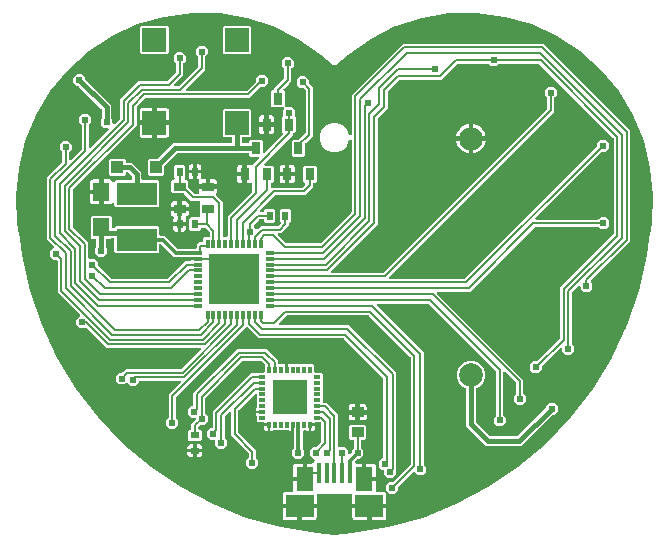
<source format=gbr>
G04 EAGLE Gerber RS-274X export*
G75*
%MOMM*%
%FSLAX34Y34*%
%LPD*%
%AMOC8*
5,1,8,0,0,1.08239X$1,22.5*%
G01*
%ADD10R,0.300000X0.600000*%
%ADD11R,0.600000X0.300000*%
%ADD12R,3.000000X3.000000*%
%ADD13R,0.762000X0.558800*%
%ADD14R,1.016000X0.889000*%
%ADD15R,0.558800X0.762000*%
%ADD16C,2.000000*%
%ADD17R,0.450000X1.700000*%
%ADD18R,1.475000X2.100000*%
%ADD19R,2.375000X1.900000*%
%ADD20R,1.016000X0.762000*%
%ADD21R,1.016000X1.016000*%
%ADD22R,0.762000X1.066800*%
%ADD23R,3.400000X1.900000*%
%ADD24R,1.400000X1.600000*%
%ADD25R,0.300000X0.700000*%
%ADD26R,0.700000X0.300000*%
%ADD27R,4.200000X4.200000*%
%ADD28R,2.000000X2.000000*%
%ADD29C,0.609600*%
%ADD30C,0.200000*%
%ADD31C,0.304800*%
%ADD32C,0.406400*%

G36*
X15032Y-335159D02*
X15032Y-335159D01*
X15073Y-335149D01*
X15111Y-335149D01*
X45217Y-330102D01*
X45272Y-330085D01*
X45321Y-330079D01*
X74712Y-321834D01*
X74765Y-321811D01*
X74814Y-321800D01*
X103152Y-310451D01*
X103201Y-310423D01*
X103249Y-310406D01*
X130207Y-296086D01*
X130253Y-296052D01*
X130299Y-296030D01*
X155566Y-278902D01*
X155609Y-278864D01*
X155651Y-278837D01*
X178937Y-259099D01*
X178975Y-259056D01*
X179015Y-259026D01*
X200050Y-236905D01*
X200084Y-236858D01*
X200120Y-236824D01*
X218662Y-212576D01*
X218691Y-212525D01*
X218723Y-212487D01*
X234559Y-186391D01*
X234582Y-186338D01*
X234610Y-186296D01*
X234757Y-185981D01*
X234758Y-185981D01*
X235226Y-184982D01*
X235694Y-183983D01*
X236162Y-182984D01*
X236162Y-182983D01*
X236630Y-181985D01*
X236630Y-181984D01*
X237098Y-180985D01*
X237566Y-179986D01*
X238034Y-178987D01*
X238034Y-178986D01*
X238502Y-177987D01*
X238970Y-176988D01*
X239438Y-175989D01*
X239906Y-174990D01*
X239906Y-174989D01*
X240374Y-173991D01*
X240374Y-173990D01*
X240842Y-172991D01*
X241310Y-171992D01*
X241778Y-170993D01*
X241778Y-170992D01*
X242246Y-169993D01*
X242714Y-168994D01*
X243182Y-167995D01*
X243650Y-166996D01*
X243650Y-166995D01*
X244118Y-165997D01*
X244118Y-165996D01*
X244586Y-164997D01*
X245054Y-163998D01*
X245522Y-162999D01*
X245522Y-162998D01*
X245990Y-161999D01*
X246458Y-161000D01*
X246926Y-160001D01*
X247394Y-159002D01*
X247394Y-159001D01*
X247558Y-158653D01*
X247575Y-158598D01*
X247598Y-158553D01*
X257507Y-129681D01*
X257518Y-129625D01*
X257537Y-129578D01*
X264294Y-99810D01*
X264296Y-99787D01*
X264299Y-99776D01*
X264300Y-99761D01*
X264309Y-99731D01*
X266251Y-86206D01*
X266251Y-86140D01*
X266261Y-86073D01*
X266252Y-85999D01*
X266252Y-85924D01*
X266233Y-85860D01*
X266224Y-85794D01*
X266224Y-85793D01*
X266492Y-84482D01*
X266495Y-84436D01*
X266506Y-84397D01*
X266664Y-83033D01*
X266701Y-82981D01*
X266721Y-82921D01*
X266756Y-82854D01*
X266774Y-82761D01*
X266798Y-82689D01*
X268456Y-72700D01*
X268457Y-72640D01*
X268468Y-72589D01*
X269704Y-49213D01*
X269697Y-49132D01*
X269701Y-49064D01*
X267456Y-25763D01*
X267437Y-25684D01*
X267431Y-25617D01*
X261755Y-2907D01*
X261725Y-2831D01*
X261709Y-2765D01*
X252727Y18852D01*
X252686Y18922D01*
X252660Y18984D01*
X240572Y39030D01*
X240520Y39093D01*
X240486Y39152D01*
X225558Y57183D01*
X225498Y57237D01*
X225455Y57290D01*
X208017Y72908D01*
X207950Y72953D01*
X207900Y72998D01*
X188339Y85857D01*
X188265Y85891D01*
X188209Y85929D01*
X166957Y95744D01*
X166879Y95767D01*
X166818Y95796D01*
X144346Y102351D01*
X144265Y102362D01*
X144200Y102381D01*
X121004Y105530D01*
X120923Y105530D01*
X120856Y105539D01*
X97449Y105213D01*
X97369Y105200D01*
X97301Y105200D01*
X74202Y101405D01*
X74125Y101381D01*
X74058Y101370D01*
X51777Y94191D01*
X51704Y94156D01*
X51639Y94135D01*
X30670Y83731D01*
X30603Y83685D01*
X30542Y83655D01*
X11347Y70256D01*
X11303Y70215D01*
X11260Y70187D01*
X2517Y62503D01*
X2485Y62466D01*
X2452Y62439D01*
X1498Y61432D01*
X1493Y61430D01*
X1456Y61418D01*
X27Y61457D01*
X-2Y61454D01*
X-27Y61457D01*
X-1464Y61418D01*
X-1469Y61420D01*
X-1503Y61438D01*
X-2452Y62439D01*
X-2490Y62470D01*
X-2517Y62503D01*
X-11260Y70187D01*
X-11310Y70220D01*
X-11347Y70256D01*
X-30542Y83655D01*
X-30614Y83692D01*
X-30670Y83731D01*
X-51639Y94135D01*
X-51712Y94159D01*
X-51753Y94179D01*
X-51777Y94191D01*
X-74058Y101370D01*
X-74138Y101384D01*
X-74202Y101405D01*
X-97301Y105200D01*
X-97382Y105201D01*
X-97449Y105213D01*
X-120856Y105539D01*
X-120936Y105529D01*
X-121004Y105530D01*
X-144200Y102381D01*
X-144278Y102359D01*
X-144346Y102351D01*
X-166818Y95796D01*
X-166892Y95763D01*
X-166957Y95744D01*
X-188209Y85929D01*
X-188277Y85885D01*
X-188339Y85857D01*
X-207900Y72998D01*
X-207961Y72944D01*
X-208017Y72908D01*
X-225455Y57290D01*
X-225507Y57228D01*
X-225558Y57183D01*
X-240486Y39152D01*
X-240528Y39082D01*
X-240572Y39030D01*
X-252660Y18984D01*
X-252692Y18910D01*
X-252727Y18852D01*
X-261709Y-2765D01*
X-261729Y-2844D01*
X-261755Y-2907D01*
X-267431Y-25617D01*
X-267439Y-25698D01*
X-267456Y-25763D01*
X-269701Y-49064D01*
X-269697Y-49145D01*
X-269704Y-49213D01*
X-268468Y-72589D01*
X-268456Y-72648D01*
X-268456Y-72700D01*
X-266798Y-82689D01*
X-266776Y-82757D01*
X-266764Y-82828D01*
X-266734Y-82891D01*
X-266713Y-82958D01*
X-266673Y-83018D01*
X-266664Y-83036D01*
X-266506Y-84397D01*
X-266494Y-84441D01*
X-266492Y-84482D01*
X-266222Y-85802D01*
X-266227Y-85834D01*
X-266248Y-85898D01*
X-266248Y-85966D01*
X-266261Y-86047D01*
X-266250Y-86134D01*
X-266251Y-86206D01*
X-264309Y-99731D01*
X-264302Y-99753D01*
X-264297Y-99773D01*
X-264294Y-99810D01*
X-257537Y-129578D01*
X-257516Y-129632D01*
X-257507Y-129681D01*
X-247598Y-158553D01*
X-247572Y-158605D01*
X-247558Y-158653D01*
X-234610Y-186296D01*
X-234578Y-186344D01*
X-234559Y-186391D01*
X-218723Y-212487D01*
X-218686Y-212532D01*
X-218662Y-212576D01*
X-200120Y-236824D01*
X-200079Y-236864D01*
X-200050Y-236905D01*
X-179015Y-259026D01*
X-178970Y-259062D01*
X-178937Y-259099D01*
X-155651Y-278837D01*
X-155603Y-278868D01*
X-155566Y-278902D01*
X-130299Y-296030D01*
X-130247Y-296056D01*
X-130207Y-296086D01*
X-103249Y-310406D01*
X-103195Y-310426D01*
X-103152Y-310451D01*
X-74814Y-321800D01*
X-74758Y-321813D01*
X-74712Y-321834D01*
X-45321Y-330079D01*
X-45264Y-330087D01*
X-45217Y-330102D01*
X-15111Y-335149D01*
X-15068Y-335150D01*
X-15032Y-335159D01*
X-85Y-336441D01*
X9Y-336435D01*
X85Y-336441D01*
X15032Y-335159D01*
G37*
%LPC*%
G36*
X46909Y-301549D02*
X46909Y-301549D01*
X43951Y-298591D01*
X43951Y-294409D01*
X46909Y-291451D01*
X49391Y-291451D01*
X49486Y-291438D01*
X49582Y-291433D01*
X49625Y-291418D01*
X49670Y-291411D01*
X49758Y-291372D01*
X49849Y-291340D01*
X49883Y-291315D01*
X49927Y-291295D01*
X50025Y-291212D01*
X50098Y-291159D01*
X64207Y-277050D01*
X64264Y-276973D01*
X64329Y-276902D01*
X64349Y-276861D01*
X64376Y-276824D01*
X64410Y-276734D01*
X64452Y-276648D01*
X64458Y-276606D01*
X64475Y-276560D01*
X64485Y-276433D01*
X64499Y-276343D01*
X64499Y-186657D01*
X64486Y-186562D01*
X64481Y-186466D01*
X64466Y-186423D01*
X64459Y-186378D01*
X64420Y-186290D01*
X64388Y-186199D01*
X64363Y-186165D01*
X64343Y-186121D01*
X64260Y-186023D01*
X64207Y-185950D01*
X29050Y-150793D01*
X28973Y-150736D01*
X28902Y-150671D01*
X28861Y-150651D01*
X28824Y-150624D01*
X28734Y-150590D01*
X28648Y-150548D01*
X28606Y-150542D01*
X28560Y-150525D01*
X28433Y-150515D01*
X28343Y-150501D01*
X-39843Y-150501D01*
X-39938Y-150514D01*
X-40034Y-150519D01*
X-40077Y-150534D01*
X-40122Y-150541D01*
X-40210Y-150580D01*
X-40301Y-150612D01*
X-40335Y-150637D01*
X-40379Y-150657D01*
X-40476Y-150740D01*
X-40550Y-150793D01*
X-47050Y-157293D01*
X-47069Y-157319D01*
X-47094Y-157340D01*
X-47154Y-157432D01*
X-47219Y-157519D01*
X-47230Y-157549D01*
X-47248Y-157576D01*
X-47280Y-157681D01*
X-47319Y-157783D01*
X-47321Y-157815D01*
X-47330Y-157846D01*
X-47332Y-157955D01*
X-47340Y-158064D01*
X-47334Y-158096D01*
X-47334Y-158128D01*
X-47305Y-158233D01*
X-47283Y-158340D01*
X-47268Y-158369D01*
X-47259Y-158400D01*
X-47202Y-158493D01*
X-47150Y-158589D01*
X-47128Y-158612D01*
X-47111Y-158640D01*
X-47030Y-158713D01*
X-46954Y-158791D01*
X-46926Y-158807D01*
X-46902Y-158829D01*
X-46803Y-158876D01*
X-46708Y-158930D01*
X-46677Y-158938D01*
X-46648Y-158952D01*
X-46559Y-158966D01*
X-46434Y-158995D01*
X-46385Y-158993D01*
X-46343Y-158999D01*
X12243Y-158999D01*
X52501Y-199257D01*
X52501Y-282243D01*
X52341Y-282402D01*
X52284Y-282479D01*
X52219Y-282550D01*
X52199Y-282591D01*
X52172Y-282628D01*
X52138Y-282718D01*
X52096Y-282804D01*
X52090Y-282846D01*
X52073Y-282892D01*
X52063Y-283019D01*
X52049Y-283109D01*
X52049Y-285591D01*
X49091Y-288549D01*
X44909Y-288549D01*
X41951Y-285591D01*
X41951Y-282548D01*
X41942Y-282484D01*
X41943Y-282420D01*
X41922Y-282345D01*
X41911Y-282269D01*
X41885Y-282210D01*
X41868Y-282148D01*
X41827Y-282082D01*
X41795Y-282012D01*
X41753Y-281963D01*
X41720Y-281908D01*
X41662Y-281856D01*
X41612Y-281798D01*
X41558Y-281762D01*
X41510Y-281719D01*
X41441Y-281686D01*
X41376Y-281643D01*
X41314Y-281624D01*
X41257Y-281596D01*
X41187Y-281585D01*
X41106Y-281561D01*
X41021Y-281560D01*
X40952Y-281549D01*
X40409Y-281549D01*
X37451Y-278591D01*
X37451Y-274409D01*
X40409Y-271451D01*
X40500Y-271451D01*
X40564Y-271442D01*
X40628Y-271443D01*
X40703Y-271422D01*
X40779Y-271411D01*
X40838Y-271385D01*
X40900Y-271368D01*
X40966Y-271327D01*
X41036Y-271295D01*
X41085Y-271253D01*
X41140Y-271220D01*
X41192Y-271162D01*
X41250Y-271112D01*
X41286Y-271058D01*
X41329Y-271010D01*
X41362Y-270941D01*
X41405Y-270876D01*
X41424Y-270814D01*
X41452Y-270757D01*
X41463Y-270687D01*
X41487Y-270606D01*
X41488Y-270521D01*
X41499Y-270452D01*
X41499Y-204157D01*
X41486Y-204062D01*
X41481Y-203966D01*
X41466Y-203923D01*
X41459Y-203878D01*
X41420Y-203790D01*
X41388Y-203699D01*
X41363Y-203665D01*
X41343Y-203621D01*
X41260Y-203523D01*
X41207Y-203450D01*
X8050Y-170293D01*
X7973Y-170236D01*
X7902Y-170171D01*
X7861Y-170151D01*
X7824Y-170124D01*
X7734Y-170090D01*
X7648Y-170048D01*
X7606Y-170042D01*
X7560Y-170025D01*
X7433Y-170015D01*
X7343Y-170001D01*
X-64243Y-170001D01*
X-73543Y-160700D01*
X-73595Y-160662D01*
X-73640Y-160616D01*
X-73707Y-160577D01*
X-73769Y-160531D01*
X-73829Y-160508D01*
X-73885Y-160477D01*
X-73960Y-160459D01*
X-74033Y-160431D01*
X-74097Y-160426D01*
X-74160Y-160412D01*
X-74237Y-160416D01*
X-74314Y-160410D01*
X-74377Y-160423D01*
X-74441Y-160426D01*
X-74514Y-160451D01*
X-74590Y-160467D01*
X-74647Y-160497D01*
X-74708Y-160519D01*
X-74764Y-160560D01*
X-74839Y-160600D01*
X-74900Y-160659D01*
X-74957Y-160700D01*
X-76550Y-162293D01*
X-76550Y-162294D01*
X-134207Y-219950D01*
X-134264Y-220027D01*
X-134329Y-220098D01*
X-134349Y-220139D01*
X-134376Y-220176D01*
X-134410Y-220266D01*
X-134452Y-220352D01*
X-134458Y-220394D01*
X-134475Y-220440D01*
X-134485Y-220567D01*
X-134499Y-220657D01*
X-134499Y-236947D01*
X-134486Y-237042D01*
X-134481Y-237138D01*
X-134466Y-237181D01*
X-134459Y-237226D01*
X-134420Y-237314D01*
X-134388Y-237404D01*
X-134363Y-237439D01*
X-134343Y-237483D01*
X-134260Y-237580D01*
X-134207Y-237653D01*
X-132451Y-239409D01*
X-132451Y-243591D01*
X-135409Y-246549D01*
X-139591Y-246549D01*
X-142549Y-243591D01*
X-142549Y-239409D01*
X-140793Y-237653D01*
X-140736Y-237577D01*
X-140671Y-237505D01*
X-140651Y-237464D01*
X-140624Y-237428D01*
X-140590Y-237338D01*
X-140548Y-237251D01*
X-140542Y-237209D01*
X-140525Y-237164D01*
X-140515Y-237036D01*
X-140501Y-236947D01*
X-140501Y-217757D01*
X-130450Y-207707D01*
X-130431Y-207681D01*
X-130406Y-207660D01*
X-130346Y-207568D01*
X-130281Y-207481D01*
X-130270Y-207451D01*
X-130252Y-207424D01*
X-130220Y-207319D01*
X-130181Y-207217D01*
X-130179Y-207185D01*
X-130170Y-207154D01*
X-130168Y-207045D01*
X-130160Y-206936D01*
X-130166Y-206904D01*
X-130166Y-206872D01*
X-130195Y-206767D01*
X-130217Y-206660D01*
X-130232Y-206631D01*
X-130241Y-206600D01*
X-130298Y-206507D01*
X-130350Y-206411D01*
X-130372Y-206388D01*
X-130389Y-206360D01*
X-130470Y-206287D01*
X-130546Y-206209D01*
X-130574Y-206193D01*
X-130598Y-206171D01*
X-130697Y-206124D01*
X-130792Y-206070D01*
X-130823Y-206062D01*
X-130852Y-206048D01*
X-130941Y-206034D01*
X-131066Y-206005D01*
X-131115Y-206007D01*
X-131157Y-206001D01*
X-164452Y-206001D01*
X-164516Y-206010D01*
X-164580Y-206009D01*
X-164655Y-206030D01*
X-164731Y-206041D01*
X-164790Y-206067D01*
X-164852Y-206084D01*
X-164918Y-206125D01*
X-164988Y-206157D01*
X-165037Y-206199D01*
X-165092Y-206232D01*
X-165144Y-206290D01*
X-165202Y-206340D01*
X-165238Y-206394D01*
X-165281Y-206442D01*
X-165314Y-206511D01*
X-165357Y-206576D01*
X-165376Y-206638D01*
X-165404Y-206695D01*
X-165415Y-206765D01*
X-165439Y-206846D01*
X-165440Y-206931D01*
X-165451Y-207000D01*
X-165451Y-207091D01*
X-168409Y-210049D01*
X-172591Y-210049D01*
X-175193Y-207447D01*
X-175245Y-207408D01*
X-175289Y-207362D01*
X-175357Y-207324D01*
X-175419Y-207278D01*
X-175479Y-207255D01*
X-175535Y-207223D01*
X-175610Y-207205D01*
X-175683Y-207178D01*
X-175747Y-207173D01*
X-175809Y-207158D01*
X-175887Y-207162D01*
X-175964Y-207156D01*
X-176027Y-207169D01*
X-176091Y-207173D01*
X-176164Y-207198D01*
X-176240Y-207214D01*
X-176297Y-207244D01*
X-176357Y-207265D01*
X-176414Y-207306D01*
X-176489Y-207346D01*
X-176550Y-207405D01*
X-176606Y-207447D01*
X-178208Y-209049D01*
X-182391Y-209049D01*
X-185348Y-206091D01*
X-185348Y-201909D01*
X-182391Y-198951D01*
X-179908Y-198951D01*
X-179813Y-198938D01*
X-179717Y-198933D01*
X-179674Y-198918D01*
X-179629Y-198911D01*
X-179542Y-198872D01*
X-179451Y-198840D01*
X-179416Y-198815D01*
X-179372Y-198795D01*
X-179275Y-198712D01*
X-179202Y-198659D01*
X-176542Y-195999D01*
X-130157Y-195999D01*
X-130062Y-195986D01*
X-129966Y-195981D01*
X-129923Y-195966D01*
X-129878Y-195959D01*
X-129790Y-195920D01*
X-129699Y-195888D01*
X-129665Y-195863D01*
X-129621Y-195843D01*
X-129523Y-195760D01*
X-129450Y-195707D01*
X-113450Y-179707D01*
X-113431Y-179681D01*
X-113406Y-179660D01*
X-113346Y-179568D01*
X-113281Y-179481D01*
X-113270Y-179451D01*
X-113252Y-179424D01*
X-113220Y-179319D01*
X-113181Y-179217D01*
X-113179Y-179185D01*
X-113170Y-179154D01*
X-113168Y-179045D01*
X-113160Y-178936D01*
X-113166Y-178904D01*
X-113166Y-178872D01*
X-113195Y-178767D01*
X-113217Y-178660D01*
X-113232Y-178631D01*
X-113241Y-178600D01*
X-113298Y-178507D01*
X-113350Y-178411D01*
X-113372Y-178388D01*
X-113389Y-178360D01*
X-113470Y-178287D01*
X-113546Y-178209D01*
X-113574Y-178193D01*
X-113598Y-178171D01*
X-113697Y-178124D01*
X-113792Y-178070D01*
X-113823Y-178062D01*
X-113852Y-178048D01*
X-113941Y-178034D01*
X-114066Y-178005D01*
X-114115Y-178007D01*
X-114157Y-178001D01*
X-193243Y-178001D01*
X-209845Y-161398D01*
X-209897Y-161360D01*
X-209942Y-161314D01*
X-210009Y-161276D01*
X-210071Y-161229D01*
X-210131Y-161206D01*
X-210187Y-161175D01*
X-210262Y-161157D01*
X-210335Y-161130D01*
X-210399Y-161125D01*
X-210461Y-161110D01*
X-210539Y-161114D01*
X-210616Y-161108D01*
X-210679Y-161121D01*
X-210743Y-161124D01*
X-210816Y-161150D01*
X-210892Y-161165D01*
X-210949Y-161196D01*
X-211009Y-161217D01*
X-211066Y-161258D01*
X-211141Y-161298D01*
X-211202Y-161357D01*
X-211258Y-161398D01*
X-211409Y-161549D01*
X-215591Y-161549D01*
X-218549Y-158591D01*
X-218549Y-154409D01*
X-215398Y-151258D01*
X-215389Y-151246D01*
X-215386Y-151244D01*
X-215381Y-151235D01*
X-215360Y-151207D01*
X-215314Y-151162D01*
X-215276Y-151095D01*
X-215229Y-151033D01*
X-215206Y-150973D01*
X-215175Y-150917D01*
X-215157Y-150841D01*
X-215130Y-150769D01*
X-215125Y-150705D01*
X-215110Y-150642D01*
X-215114Y-150565D01*
X-215108Y-150488D01*
X-215121Y-150425D01*
X-215124Y-150361D01*
X-215150Y-150287D01*
X-215165Y-150212D01*
X-215196Y-150155D01*
X-215217Y-150094D01*
X-215258Y-150038D01*
X-215298Y-149963D01*
X-215357Y-149902D01*
X-215398Y-149845D01*
X-234501Y-130743D01*
X-234501Y-104548D01*
X-234510Y-104484D01*
X-234509Y-104420D01*
X-234530Y-104345D01*
X-234541Y-104269D01*
X-234567Y-104210D01*
X-234584Y-104148D01*
X-234625Y-104082D01*
X-234657Y-104012D01*
X-234699Y-103963D01*
X-234732Y-103908D01*
X-234790Y-103856D01*
X-234840Y-103798D01*
X-234894Y-103762D01*
X-234942Y-103719D01*
X-235011Y-103686D01*
X-235076Y-103643D01*
X-235138Y-103624D01*
X-235195Y-103596D01*
X-235265Y-103585D01*
X-235346Y-103561D01*
X-235431Y-103560D01*
X-235500Y-103549D01*
X-237591Y-103549D01*
X-240549Y-100591D01*
X-240549Y-96409D01*
X-237648Y-93508D01*
X-237610Y-93457D01*
X-237564Y-93412D01*
X-237526Y-93345D01*
X-237479Y-93283D01*
X-237456Y-93223D01*
X-237425Y-93167D01*
X-237407Y-93091D01*
X-237380Y-93019D01*
X-237375Y-92955D01*
X-237360Y-92892D01*
X-237364Y-92815D01*
X-237358Y-92738D01*
X-237371Y-92675D01*
X-237374Y-92611D01*
X-237400Y-92537D01*
X-237415Y-92462D01*
X-237446Y-92405D01*
X-237467Y-92344D01*
X-237508Y-92288D01*
X-237548Y-92213D01*
X-237607Y-92152D01*
X-237648Y-92095D01*
X-243501Y-86243D01*
X-243501Y-33757D01*
X-241450Y-31707D01*
X-230793Y-21050D01*
X-230736Y-20973D01*
X-230671Y-20902D01*
X-230651Y-20861D01*
X-230624Y-20824D01*
X-230590Y-20734D01*
X-230548Y-20648D01*
X-230542Y-20606D01*
X-230525Y-20560D01*
X-230515Y-20433D01*
X-230501Y-20343D01*
X-230501Y-12553D01*
X-230514Y-12458D01*
X-230519Y-12362D01*
X-230534Y-12319D01*
X-230541Y-12274D01*
X-230580Y-12186D01*
X-230612Y-12096D01*
X-230637Y-12061D01*
X-230657Y-12017D01*
X-230740Y-11920D01*
X-230793Y-11847D01*
X-232549Y-10091D01*
X-232549Y-5909D01*
X-229591Y-2951D01*
X-225409Y-2951D01*
X-222451Y-5909D01*
X-222451Y-10091D01*
X-224207Y-11847D01*
X-224264Y-11923D01*
X-224329Y-11995D01*
X-224349Y-12036D01*
X-224376Y-12072D01*
X-224410Y-12162D01*
X-224452Y-12249D01*
X-224458Y-12291D01*
X-224475Y-12336D01*
X-224485Y-12464D01*
X-224499Y-12553D01*
X-224499Y-18343D01*
X-224495Y-18375D01*
X-224497Y-18407D01*
X-224475Y-18514D01*
X-224459Y-18622D01*
X-224446Y-18652D01*
X-224440Y-18683D01*
X-224388Y-18780D01*
X-224343Y-18879D01*
X-224322Y-18904D01*
X-224307Y-18932D01*
X-224231Y-19011D01*
X-224160Y-19094D01*
X-224133Y-19111D01*
X-224110Y-19134D01*
X-224015Y-19188D01*
X-223924Y-19248D01*
X-223893Y-19258D01*
X-223865Y-19273D01*
X-223758Y-19299D01*
X-223654Y-19330D01*
X-223622Y-19331D01*
X-223591Y-19338D01*
X-223481Y-19333D01*
X-223372Y-19334D01*
X-223341Y-19326D01*
X-223309Y-19324D01*
X-223206Y-19288D01*
X-223100Y-19259D01*
X-223073Y-19242D01*
X-223042Y-19232D01*
X-222969Y-19178D01*
X-222860Y-19111D01*
X-222828Y-19075D01*
X-222793Y-19050D01*
X-214455Y-10712D01*
X-214398Y-10635D01*
X-214333Y-10563D01*
X-214313Y-10522D01*
X-214286Y-10486D01*
X-214252Y-10396D01*
X-214210Y-10310D01*
X-214204Y-10268D01*
X-214186Y-10222D01*
X-214177Y-10094D01*
X-214163Y-10005D01*
X-214163Y10704D01*
X-214176Y10799D01*
X-214181Y10896D01*
X-214196Y10939D01*
X-214202Y10984D01*
X-214242Y11071D01*
X-214274Y11162D01*
X-214299Y11196D01*
X-214319Y11241D01*
X-214402Y11338D01*
X-214455Y11411D01*
X-216211Y13166D01*
X-216211Y17349D01*
X-213253Y20306D01*
X-209071Y20306D01*
X-206113Y17349D01*
X-206113Y13166D01*
X-207868Y11411D01*
X-207926Y11334D01*
X-207991Y11263D01*
X-208010Y11222D01*
X-208038Y11185D01*
X-208072Y11095D01*
X-208114Y11009D01*
X-208120Y10967D01*
X-208137Y10922D01*
X-208147Y10794D01*
X-208161Y10704D01*
X-208161Y-8005D01*
X-208157Y-8037D01*
X-208159Y-8069D01*
X-208137Y-8176D01*
X-208121Y-8284D01*
X-208108Y-8314D01*
X-208101Y-8345D01*
X-208050Y-8442D01*
X-208005Y-8541D01*
X-207984Y-8566D01*
X-207969Y-8594D01*
X-207893Y-8673D01*
X-207822Y-8755D01*
X-207795Y-8773D01*
X-207772Y-8796D01*
X-207677Y-8850D01*
X-207586Y-8910D01*
X-207555Y-8919D01*
X-207527Y-8935D01*
X-207420Y-8960D01*
X-207316Y-8992D01*
X-207284Y-8993D01*
X-207252Y-9000D01*
X-207143Y-8995D01*
X-207034Y-8996D01*
X-207003Y-8988D01*
X-206971Y-8986D01*
X-206867Y-8950D01*
X-206762Y-8921D01*
X-206735Y-8904D01*
X-206704Y-8893D01*
X-206631Y-8840D01*
X-206522Y-8773D01*
X-206490Y-8737D01*
X-206455Y-8712D01*
X-191498Y6245D01*
X-191479Y6271D01*
X-191454Y6292D01*
X-191394Y6384D01*
X-191329Y6471D01*
X-191318Y6501D01*
X-191300Y6528D01*
X-191268Y6633D01*
X-191229Y6735D01*
X-191227Y6767D01*
X-191218Y6798D01*
X-191216Y6907D01*
X-191208Y7016D01*
X-191214Y7048D01*
X-191214Y7080D01*
X-191243Y7185D01*
X-191265Y7292D01*
X-191280Y7321D01*
X-191289Y7352D01*
X-191346Y7445D01*
X-191398Y7541D01*
X-191420Y7564D01*
X-191437Y7592D01*
X-191518Y7665D01*
X-191594Y7743D01*
X-191622Y7759D01*
X-191646Y7781D01*
X-191745Y7828D01*
X-191840Y7882D01*
X-191871Y7890D01*
X-191900Y7904D01*
X-191989Y7918D01*
X-192114Y7947D01*
X-192163Y7945D01*
X-192205Y7951D01*
X-195091Y7951D01*
X-198049Y10909D01*
X-198049Y15091D01*
X-197325Y15815D01*
X-197268Y15891D01*
X-197203Y15963D01*
X-197183Y16004D01*
X-197156Y16040D01*
X-197122Y16130D01*
X-197080Y16217D01*
X-197074Y16259D01*
X-197057Y16304D01*
X-197047Y16432D01*
X-197033Y16521D01*
X-197033Y23416D01*
X-197046Y23511D01*
X-197051Y23607D01*
X-197066Y23650D01*
X-197073Y23695D01*
X-197112Y23782D01*
X-197144Y23873D01*
X-197169Y23908D01*
X-197189Y23952D01*
X-197272Y24049D01*
X-197325Y24122D01*
X-216362Y43159D01*
X-216439Y43216D01*
X-216510Y43281D01*
X-216551Y43301D01*
X-216587Y43328D01*
X-216677Y43362D01*
X-216764Y43404D01*
X-216806Y43410D01*
X-216851Y43427D01*
X-216979Y43437D01*
X-217068Y43451D01*
X-218091Y43451D01*
X-221049Y46409D01*
X-221049Y50591D01*
X-218091Y53549D01*
X-213909Y53549D01*
X-210951Y50591D01*
X-210951Y49568D01*
X-210938Y49473D01*
X-210933Y49377D01*
X-210918Y49334D01*
X-210911Y49289D01*
X-210872Y49202D01*
X-210840Y49111D01*
X-210815Y49076D01*
X-210795Y49032D01*
X-210712Y48935D01*
X-210659Y48862D01*
X-188967Y27170D01*
X-188967Y16521D01*
X-188954Y16426D01*
X-188949Y16330D01*
X-188934Y16287D01*
X-188927Y16242D01*
X-188888Y16154D01*
X-188856Y16064D01*
X-188831Y16029D01*
X-188811Y15985D01*
X-188728Y15888D01*
X-188675Y15815D01*
X-187951Y15091D01*
X-187951Y12205D01*
X-187947Y12173D01*
X-187949Y12141D01*
X-187927Y12034D01*
X-187911Y11926D01*
X-187898Y11896D01*
X-187892Y11865D01*
X-187840Y11768D01*
X-187795Y11669D01*
X-187774Y11644D01*
X-187759Y11616D01*
X-187683Y11537D01*
X-187612Y11454D01*
X-187585Y11437D01*
X-187562Y11414D01*
X-187467Y11360D01*
X-187376Y11300D01*
X-187345Y11290D01*
X-187317Y11275D01*
X-187210Y11249D01*
X-187106Y11218D01*
X-187074Y11217D01*
X-187043Y11210D01*
X-186933Y11215D01*
X-186824Y11214D01*
X-186793Y11222D01*
X-186761Y11224D01*
X-186658Y11260D01*
X-186552Y11289D01*
X-186525Y11306D01*
X-186494Y11316D01*
X-186421Y11370D01*
X-186312Y11437D01*
X-186280Y11473D01*
X-186245Y11498D01*
X-181793Y15950D01*
X-181736Y16027D01*
X-181671Y16098D01*
X-181651Y16139D01*
X-181624Y16176D01*
X-181590Y16266D01*
X-181548Y16352D01*
X-181542Y16394D01*
X-181525Y16440D01*
X-181515Y16567D01*
X-181501Y16657D01*
X-181501Y32243D01*
X-166243Y47501D01*
X-142157Y47501D01*
X-142062Y47514D01*
X-141966Y47519D01*
X-141923Y47534D01*
X-141878Y47541D01*
X-141790Y47580D01*
X-141699Y47612D01*
X-141665Y47637D01*
X-141621Y47657D01*
X-141523Y47740D01*
X-141450Y47793D01*
X-134275Y54969D01*
X-134217Y55046D01*
X-134153Y55117D01*
X-134133Y55158D01*
X-134106Y55194D01*
X-134072Y55284D01*
X-134030Y55371D01*
X-134023Y55413D01*
X-134006Y55458D01*
X-133996Y55586D01*
X-133982Y55675D01*
X-133982Y62447D01*
X-133996Y62542D01*
X-134001Y62638D01*
X-134016Y62681D01*
X-134022Y62726D01*
X-134062Y62814D01*
X-134093Y62904D01*
X-134118Y62939D01*
X-134138Y62983D01*
X-134221Y63080D01*
X-134275Y63153D01*
X-136030Y64909D01*
X-136030Y69091D01*
X-133073Y72049D01*
X-128890Y72049D01*
X-125933Y69091D01*
X-125933Y64909D01*
X-127688Y63153D01*
X-127746Y63077D01*
X-127810Y63005D01*
X-127830Y62964D01*
X-127857Y62928D01*
X-127891Y62838D01*
X-127933Y62751D01*
X-127940Y62709D01*
X-127957Y62664D01*
X-127967Y62536D01*
X-127981Y62447D01*
X-127981Y52776D01*
X-135550Y45207D01*
X-135569Y45181D01*
X-135594Y45160D01*
X-135654Y45068D01*
X-135719Y44981D01*
X-135730Y44951D01*
X-135748Y44924D01*
X-135780Y44819D01*
X-135819Y44717D01*
X-135821Y44685D01*
X-135830Y44654D01*
X-135832Y44545D01*
X-135840Y44436D01*
X-135834Y44404D01*
X-135834Y44372D01*
X-135805Y44267D01*
X-135783Y44160D01*
X-135768Y44131D01*
X-135759Y44100D01*
X-135702Y44007D01*
X-135650Y43911D01*
X-135628Y43888D01*
X-135611Y43860D01*
X-135530Y43787D01*
X-135454Y43709D01*
X-135426Y43693D01*
X-135402Y43671D01*
X-135303Y43624D01*
X-135208Y43570D01*
X-135177Y43562D01*
X-135148Y43548D01*
X-135059Y43534D01*
X-134934Y43505D01*
X-134885Y43507D01*
X-134843Y43501D01*
X-132157Y43501D01*
X-132062Y43514D01*
X-131966Y43519D01*
X-131923Y43534D01*
X-131878Y43541D01*
X-131790Y43580D01*
X-131699Y43612D01*
X-131665Y43637D01*
X-131621Y43657D01*
X-131523Y43740D01*
X-131450Y43793D01*
X-115793Y59450D01*
X-115736Y59527D01*
X-115671Y59598D01*
X-115651Y59639D01*
X-115624Y59676D01*
X-115590Y59766D01*
X-115548Y59852D01*
X-115542Y59894D01*
X-115525Y59940D01*
X-115515Y60067D01*
X-115501Y60157D01*
X-115501Y67947D01*
X-115514Y68042D01*
X-115519Y68138D01*
X-115534Y68181D01*
X-115541Y68226D01*
X-115580Y68314D01*
X-115612Y68404D01*
X-115637Y68439D01*
X-115657Y68483D01*
X-115740Y68580D01*
X-115793Y68653D01*
X-117549Y70409D01*
X-117549Y74591D01*
X-114591Y77549D01*
X-110409Y77549D01*
X-107451Y74591D01*
X-107451Y70409D01*
X-109207Y68653D01*
X-109264Y68577D01*
X-109329Y68505D01*
X-109349Y68464D01*
X-109376Y68428D01*
X-109410Y68338D01*
X-109452Y68251D01*
X-109458Y68209D01*
X-109475Y68164D01*
X-109485Y68036D01*
X-109499Y67947D01*
X-109499Y57257D01*
X-125550Y41207D01*
X-125569Y41181D01*
X-125594Y41160D01*
X-125654Y41068D01*
X-125719Y40981D01*
X-125730Y40951D01*
X-125748Y40924D01*
X-125780Y40819D01*
X-125819Y40717D01*
X-125821Y40685D01*
X-125830Y40654D01*
X-125832Y40545D01*
X-125840Y40436D01*
X-125834Y40404D01*
X-125834Y40372D01*
X-125805Y40267D01*
X-125783Y40160D01*
X-125768Y40131D01*
X-125759Y40100D01*
X-125702Y40007D01*
X-125650Y39911D01*
X-125628Y39888D01*
X-125611Y39860D01*
X-125530Y39787D01*
X-125454Y39709D01*
X-125426Y39693D01*
X-125402Y39671D01*
X-125303Y39624D01*
X-125208Y39570D01*
X-125177Y39562D01*
X-125148Y39548D01*
X-125059Y39534D01*
X-124934Y39505D01*
X-124885Y39507D01*
X-124843Y39501D01*
X-75157Y39501D01*
X-75062Y39514D01*
X-74966Y39519D01*
X-74923Y39534D01*
X-74878Y39541D01*
X-74790Y39580D01*
X-74699Y39612D01*
X-74665Y39637D01*
X-74621Y39657D01*
X-74523Y39740D01*
X-74450Y39793D01*
X-66841Y47402D01*
X-66784Y47479D01*
X-66719Y47550D01*
X-66699Y47591D01*
X-66672Y47628D01*
X-66638Y47718D01*
X-66596Y47804D01*
X-66590Y47846D01*
X-66573Y47892D01*
X-66563Y48019D01*
X-66549Y48109D01*
X-66549Y50091D01*
X-63591Y53049D01*
X-59409Y53049D01*
X-56451Y50091D01*
X-56451Y45909D01*
X-59409Y42951D01*
X-62391Y42951D01*
X-62486Y42938D01*
X-62582Y42933D01*
X-62625Y42918D01*
X-62670Y42911D01*
X-62758Y42872D01*
X-62849Y42840D01*
X-62883Y42815D01*
X-62927Y42795D01*
X-63025Y42712D01*
X-63098Y42659D01*
X-72257Y33499D01*
X-159343Y33499D01*
X-159438Y33486D01*
X-159534Y33481D01*
X-159577Y33466D01*
X-159622Y33459D01*
X-159710Y33420D01*
X-159801Y33388D01*
X-159835Y33363D01*
X-159879Y33343D01*
X-159977Y33260D01*
X-160050Y33207D01*
X-167207Y26050D01*
X-167264Y25973D01*
X-167329Y25902D01*
X-167349Y25861D01*
X-167376Y25824D01*
X-167410Y25734D01*
X-167452Y25648D01*
X-167458Y25606D01*
X-167475Y25560D01*
X-167484Y25449D01*
X-167487Y25438D01*
X-167488Y25418D01*
X-167499Y25343D01*
X-167499Y9757D01*
X-221207Y-43950D01*
X-221239Y-43994D01*
X-221250Y-44003D01*
X-221270Y-44034D01*
X-221329Y-44098D01*
X-221349Y-44139D01*
X-221376Y-44176D01*
X-221393Y-44221D01*
X-221405Y-44239D01*
X-221418Y-44284D01*
X-221452Y-44352D01*
X-221458Y-44394D01*
X-221475Y-44440D01*
X-221479Y-44481D01*
X-221487Y-44509D01*
X-221488Y-44587D01*
X-221499Y-44657D01*
X-221499Y-75343D01*
X-221486Y-75438D01*
X-221481Y-75534D01*
X-221466Y-75577D01*
X-221459Y-75622D01*
X-221420Y-75710D01*
X-221388Y-75801D01*
X-221363Y-75835D01*
X-221343Y-75879D01*
X-221260Y-75977D01*
X-221207Y-76050D01*
X-208499Y-88757D01*
X-208499Y-101452D01*
X-208490Y-101516D01*
X-208491Y-101580D01*
X-208470Y-101655D01*
X-208459Y-101731D01*
X-208433Y-101790D01*
X-208416Y-101852D01*
X-208375Y-101918D01*
X-208343Y-101988D01*
X-208301Y-102037D01*
X-208268Y-102092D01*
X-208210Y-102144D01*
X-208160Y-102202D01*
X-208106Y-102238D01*
X-208058Y-102281D01*
X-207989Y-102314D01*
X-207924Y-102357D01*
X-207862Y-102376D01*
X-207805Y-102404D01*
X-207735Y-102415D01*
X-207654Y-102439D01*
X-207569Y-102440D01*
X-207500Y-102451D01*
X-202909Y-102451D01*
X-199951Y-105409D01*
X-199951Y-107891D01*
X-199938Y-107986D01*
X-199933Y-108082D01*
X-199918Y-108125D01*
X-199911Y-108170D01*
X-199872Y-108258D01*
X-199840Y-108349D01*
X-199815Y-108383D01*
X-199795Y-108427D01*
X-199712Y-108525D01*
X-199659Y-108598D01*
X-189050Y-119207D01*
X-188973Y-119264D01*
X-188902Y-119329D01*
X-188861Y-119349D01*
X-188824Y-119376D01*
X-188734Y-119410D01*
X-188648Y-119452D01*
X-188606Y-119458D01*
X-188560Y-119475D01*
X-188433Y-119485D01*
X-188343Y-119499D01*
X-141657Y-119499D01*
X-141562Y-119486D01*
X-141466Y-119481D01*
X-141423Y-119466D01*
X-141378Y-119459D01*
X-141290Y-119420D01*
X-141199Y-119388D01*
X-141165Y-119363D01*
X-141121Y-119343D01*
X-141023Y-119260D01*
X-140950Y-119207D01*
X-126243Y-104499D01*
X-122290Y-104499D01*
X-122226Y-104490D01*
X-122162Y-104491D01*
X-122087Y-104470D01*
X-122011Y-104459D01*
X-121952Y-104433D01*
X-121890Y-104416D01*
X-121824Y-104375D01*
X-121754Y-104343D01*
X-121705Y-104301D01*
X-121650Y-104268D01*
X-121598Y-104210D01*
X-121540Y-104160D01*
X-121504Y-104106D01*
X-121461Y-104058D01*
X-121428Y-103989D01*
X-121385Y-103924D01*
X-121366Y-103862D01*
X-121338Y-103805D01*
X-121327Y-103735D01*
X-121303Y-103654D01*
X-121302Y-103569D01*
X-121291Y-103500D01*
X-121291Y-103499D01*
X-115250Y-103499D01*
X-115187Y-103490D01*
X-115122Y-103491D01*
X-115048Y-103471D01*
X-114971Y-103460D01*
X-114913Y-103433D01*
X-114851Y-103416D01*
X-114785Y-103375D01*
X-114714Y-103343D01*
X-114665Y-103302D01*
X-114611Y-103268D01*
X-114559Y-103210D01*
X-114500Y-103160D01*
X-114465Y-103106D01*
X-114422Y-103059D01*
X-114388Y-102989D01*
X-114345Y-102924D01*
X-114327Y-102862D01*
X-114299Y-102805D01*
X-114288Y-102735D01*
X-114263Y-102654D01*
X-114262Y-102570D01*
X-114251Y-102500D01*
X-114260Y-102436D01*
X-114260Y-102389D01*
X-114259Y-102372D01*
X-114280Y-102297D01*
X-114291Y-102221D01*
X-114317Y-102162D01*
X-114334Y-102100D01*
X-114375Y-102034D01*
X-114407Y-101964D01*
X-114449Y-101915D01*
X-114483Y-101860D01*
X-114540Y-101808D01*
X-114591Y-101749D01*
X-114644Y-101714D01*
X-114692Y-101671D01*
X-114762Y-101637D01*
X-114826Y-101595D01*
X-114888Y-101576D01*
X-114946Y-101548D01*
X-115015Y-101537D01*
X-115096Y-101513D01*
X-115181Y-101511D01*
X-115250Y-101501D01*
X-121441Y-101501D01*
X-121447Y-101488D01*
X-121489Y-101439D01*
X-121522Y-101384D01*
X-121580Y-101332D01*
X-121630Y-101274D01*
X-121684Y-101238D01*
X-121732Y-101195D01*
X-121801Y-101162D01*
X-121866Y-101119D01*
X-121928Y-101100D01*
X-121985Y-101072D01*
X-122055Y-101061D01*
X-122136Y-101037D01*
X-122221Y-101036D01*
X-122290Y-101025D01*
X-135960Y-101025D01*
X-146667Y-90317D01*
X-146744Y-90260D01*
X-146816Y-90195D01*
X-146856Y-90175D01*
X-146893Y-90148D01*
X-146983Y-90114D01*
X-147069Y-90072D01*
X-147111Y-90066D01*
X-147157Y-90049D01*
X-147284Y-90039D01*
X-147374Y-90025D01*
X-147500Y-90025D01*
X-147564Y-90034D01*
X-147628Y-90033D01*
X-147703Y-90054D01*
X-147779Y-90065D01*
X-147838Y-90091D01*
X-147900Y-90108D01*
X-147966Y-90149D01*
X-148036Y-90181D01*
X-148085Y-90223D01*
X-148140Y-90256D01*
X-148192Y-90314D01*
X-148250Y-90364D01*
X-148286Y-90418D01*
X-148329Y-90466D01*
X-148362Y-90535D01*
X-148405Y-90600D01*
X-148424Y-90662D01*
X-148452Y-90719D01*
X-148463Y-90789D01*
X-148487Y-90870D01*
X-148488Y-90955D01*
X-148499Y-91024D01*
X-148499Y-96829D01*
X-149671Y-98001D01*
X-185329Y-98001D01*
X-186501Y-96829D01*
X-186501Y-85532D01*
X-186510Y-85468D01*
X-186509Y-85404D01*
X-186530Y-85329D01*
X-186541Y-85253D01*
X-186567Y-85194D01*
X-186584Y-85132D01*
X-186625Y-85066D01*
X-186657Y-84996D01*
X-186699Y-84947D01*
X-186732Y-84892D01*
X-186790Y-84840D01*
X-186840Y-84782D01*
X-186894Y-84746D01*
X-186942Y-84703D01*
X-187011Y-84670D01*
X-187076Y-84627D01*
X-187138Y-84608D01*
X-187195Y-84580D01*
X-187265Y-84569D01*
X-187346Y-84545D01*
X-187431Y-84544D01*
X-187500Y-84533D01*
X-187789Y-84533D01*
X-187885Y-84546D01*
X-187981Y-84551D01*
X-188024Y-84566D01*
X-188069Y-84573D01*
X-188156Y-84612D01*
X-188247Y-84644D01*
X-188281Y-84669D01*
X-188326Y-84689D01*
X-188423Y-84772D01*
X-188496Y-84825D01*
X-189671Y-86001D01*
X-192468Y-86001D01*
X-192532Y-86010D01*
X-192596Y-86009D01*
X-192671Y-86030D01*
X-192747Y-86041D01*
X-192806Y-86067D01*
X-192868Y-86084D01*
X-192934Y-86125D01*
X-193004Y-86157D01*
X-193053Y-86199D01*
X-193108Y-86232D01*
X-193160Y-86290D01*
X-193218Y-86340D01*
X-193254Y-86394D01*
X-193297Y-86442D01*
X-193330Y-86511D01*
X-193373Y-86576D01*
X-193392Y-86638D01*
X-193420Y-86695D01*
X-193431Y-86765D01*
X-193455Y-86846D01*
X-193456Y-86931D01*
X-193467Y-87000D01*
X-193467Y-92479D01*
X-193454Y-92574D01*
X-193449Y-92670D01*
X-193434Y-92713D01*
X-193427Y-92758D01*
X-193388Y-92846D01*
X-193356Y-92936D01*
X-193331Y-92971D01*
X-193311Y-93015D01*
X-193228Y-93112D01*
X-193175Y-93185D01*
X-192451Y-93909D01*
X-192451Y-98091D01*
X-195409Y-101049D01*
X-199591Y-101049D01*
X-202549Y-98091D01*
X-202549Y-93909D01*
X-201825Y-93185D01*
X-201768Y-93109D01*
X-201703Y-93037D01*
X-201683Y-92996D01*
X-201656Y-92960D01*
X-201622Y-92870D01*
X-201580Y-92783D01*
X-201574Y-92741D01*
X-201557Y-92696D01*
X-201547Y-92568D01*
X-201533Y-92479D01*
X-201533Y-87000D01*
X-201542Y-86936D01*
X-201541Y-86872D01*
X-201562Y-86797D01*
X-201573Y-86721D01*
X-201599Y-86662D01*
X-201616Y-86600D01*
X-201657Y-86534D01*
X-201689Y-86464D01*
X-201731Y-86415D01*
X-201764Y-86360D01*
X-201822Y-86308D01*
X-201872Y-86250D01*
X-201926Y-86214D01*
X-201974Y-86171D01*
X-202043Y-86138D01*
X-202108Y-86095D01*
X-202170Y-86076D01*
X-202227Y-86048D01*
X-202297Y-86037D01*
X-202378Y-86013D01*
X-202463Y-86012D01*
X-202532Y-86001D01*
X-205329Y-86001D01*
X-206501Y-84829D01*
X-206501Y-67171D01*
X-205329Y-65999D01*
X-189671Y-65999D01*
X-188499Y-67171D01*
X-188499Y-75468D01*
X-188490Y-75532D01*
X-188491Y-75596D01*
X-188470Y-75671D01*
X-188459Y-75747D01*
X-188433Y-75806D01*
X-188416Y-75868D01*
X-188375Y-75934D01*
X-188343Y-76004D01*
X-188301Y-76053D01*
X-188268Y-76108D01*
X-188210Y-76160D01*
X-188160Y-76218D01*
X-188106Y-76254D01*
X-188058Y-76297D01*
X-187989Y-76330D01*
X-187924Y-76373D01*
X-187862Y-76392D01*
X-187805Y-76420D01*
X-187735Y-76431D01*
X-187654Y-76455D01*
X-187569Y-76456D01*
X-187500Y-76467D01*
X-187211Y-76467D01*
X-187115Y-76454D01*
X-187019Y-76449D01*
X-186976Y-76434D01*
X-186931Y-76427D01*
X-186844Y-76388D01*
X-186753Y-76356D01*
X-186719Y-76331D01*
X-186674Y-76311D01*
X-186577Y-76228D01*
X-186504Y-76175D01*
X-185329Y-74999D01*
X-149671Y-74999D01*
X-148499Y-76171D01*
X-148499Y-81976D01*
X-148490Y-82040D01*
X-148491Y-82104D01*
X-148470Y-82179D01*
X-148459Y-82255D01*
X-148433Y-82314D01*
X-148416Y-82376D01*
X-148375Y-82442D01*
X-148343Y-82512D01*
X-148301Y-82561D01*
X-148268Y-82616D01*
X-148210Y-82668D01*
X-148160Y-82726D01*
X-148106Y-82762D01*
X-148058Y-82805D01*
X-147989Y-82838D01*
X-147924Y-82881D01*
X-147862Y-82900D01*
X-147805Y-82928D01*
X-147735Y-82939D01*
X-147654Y-82963D01*
X-147569Y-82964D01*
X-147500Y-82975D01*
X-144040Y-82975D01*
X-133333Y-93683D01*
X-133256Y-93740D01*
X-133184Y-93805D01*
X-133144Y-93825D01*
X-133107Y-93852D01*
X-133017Y-93886D01*
X-132931Y-93928D01*
X-132889Y-93934D01*
X-132843Y-93951D01*
X-132716Y-93961D01*
X-132626Y-93975D01*
X-117500Y-93975D01*
X-117436Y-93966D01*
X-117372Y-93967D01*
X-117297Y-93946D01*
X-117221Y-93935D01*
X-117162Y-93909D01*
X-117100Y-93892D01*
X-117034Y-93851D01*
X-116964Y-93819D01*
X-116915Y-93777D01*
X-116860Y-93744D01*
X-116808Y-93686D01*
X-116750Y-93636D01*
X-116714Y-93582D01*
X-116671Y-93534D01*
X-116638Y-93465D01*
X-116595Y-93400D01*
X-116576Y-93338D01*
X-116548Y-93281D01*
X-116537Y-93211D01*
X-116513Y-93130D01*
X-116512Y-93045D01*
X-116501Y-92976D01*
X-116501Y-90257D01*
X-114743Y-88499D01*
X-112000Y-88499D01*
X-111936Y-88490D01*
X-111872Y-88491D01*
X-111797Y-88470D01*
X-111721Y-88459D01*
X-111662Y-88433D01*
X-111600Y-88416D01*
X-111534Y-88375D01*
X-111464Y-88343D01*
X-111415Y-88301D01*
X-111360Y-88268D01*
X-111308Y-88210D01*
X-111250Y-88160D01*
X-111214Y-88106D01*
X-111171Y-88058D01*
X-111138Y-87989D01*
X-111095Y-87924D01*
X-111076Y-87862D01*
X-111048Y-87805D01*
X-111037Y-87735D01*
X-111013Y-87654D01*
X-111012Y-87569D01*
X-111001Y-87500D01*
X-111001Y-85421D01*
X-109829Y-84249D01*
X-106500Y-84249D01*
X-106436Y-84240D01*
X-106372Y-84241D01*
X-106297Y-84220D01*
X-106221Y-84209D01*
X-106162Y-84183D01*
X-106100Y-84166D01*
X-106034Y-84125D01*
X-105964Y-84093D01*
X-105915Y-84051D01*
X-105860Y-84018D01*
X-105808Y-83960D01*
X-105750Y-83910D01*
X-105714Y-83856D01*
X-105671Y-83808D01*
X-105638Y-83739D01*
X-105595Y-83674D01*
X-105576Y-83612D01*
X-105548Y-83555D01*
X-105537Y-83485D01*
X-105513Y-83404D01*
X-105512Y-83319D01*
X-105501Y-83250D01*
X-105501Y-80657D01*
X-105514Y-80562D01*
X-105519Y-80466D01*
X-105534Y-80423D01*
X-105541Y-80378D01*
X-105580Y-80290D01*
X-105612Y-80199D01*
X-105637Y-80165D01*
X-105657Y-80121D01*
X-105727Y-80039D01*
X-105753Y-79997D01*
X-105773Y-79979D01*
X-105793Y-79950D01*
X-109250Y-76493D01*
X-109327Y-76436D01*
X-109398Y-76371D01*
X-109439Y-76351D01*
X-109476Y-76324D01*
X-109566Y-76290D01*
X-109652Y-76248D01*
X-109694Y-76242D01*
X-109740Y-76225D01*
X-109867Y-76215D01*
X-109957Y-76201D01*
X-112206Y-76201D01*
X-112270Y-76210D01*
X-112334Y-76209D01*
X-112409Y-76230D01*
X-112485Y-76241D01*
X-112544Y-76267D01*
X-112606Y-76284D01*
X-112672Y-76325D01*
X-112742Y-76357D01*
X-112791Y-76399D01*
X-112846Y-76432D01*
X-112898Y-76490D01*
X-112956Y-76540D01*
X-112992Y-76594D01*
X-113035Y-76642D01*
X-113068Y-76711D01*
X-113111Y-76776D01*
X-113130Y-76838D01*
X-113158Y-76895D01*
X-113169Y-76965D01*
X-113193Y-77046D01*
X-113194Y-77131D01*
X-113205Y-77200D01*
X-113205Y-77839D01*
X-114377Y-79011D01*
X-121623Y-79011D01*
X-122795Y-77839D01*
X-122795Y-68561D01*
X-121623Y-67389D01*
X-114418Y-67389D01*
X-114386Y-67385D01*
X-114353Y-67387D01*
X-114247Y-67365D01*
X-114138Y-67349D01*
X-114109Y-67336D01*
X-114077Y-67330D01*
X-113981Y-67278D01*
X-113881Y-67233D01*
X-113857Y-67212D01*
X-113828Y-67197D01*
X-113750Y-67121D01*
X-113667Y-67050D01*
X-113649Y-67023D01*
X-113626Y-67000D01*
X-113573Y-66905D01*
X-113513Y-66814D01*
X-113503Y-66783D01*
X-113487Y-66755D01*
X-113462Y-66649D01*
X-113430Y-66544D01*
X-113430Y-66512D01*
X-113422Y-66481D01*
X-113428Y-66371D01*
X-113427Y-66262D01*
X-113435Y-66231D01*
X-113437Y-66199D01*
X-113473Y-66096D01*
X-113502Y-65990D01*
X-113519Y-65963D01*
X-113529Y-65932D01*
X-113583Y-65859D01*
X-113650Y-65750D01*
X-113686Y-65718D01*
X-113711Y-65683D01*
X-114281Y-65114D01*
X-114281Y-55836D01*
X-113651Y-55207D01*
X-113632Y-55181D01*
X-113607Y-55160D01*
X-113547Y-55068D01*
X-113482Y-54981D01*
X-113470Y-54951D01*
X-113453Y-54924D01*
X-113421Y-54819D01*
X-113382Y-54717D01*
X-113380Y-54685D01*
X-113370Y-54654D01*
X-113369Y-54545D01*
X-113360Y-54436D01*
X-113367Y-54404D01*
X-113367Y-54372D01*
X-113396Y-54267D01*
X-113418Y-54160D01*
X-113433Y-54131D01*
X-113442Y-54100D01*
X-113499Y-54007D01*
X-113550Y-53911D01*
X-113573Y-53888D01*
X-113590Y-53860D01*
X-113671Y-53787D01*
X-113747Y-53709D01*
X-113775Y-53693D01*
X-113799Y-53671D01*
X-113897Y-53624D01*
X-113993Y-53570D01*
X-114024Y-53562D01*
X-114053Y-53548D01*
X-114142Y-53534D01*
X-114267Y-53505D01*
X-114315Y-53507D01*
X-114358Y-53501D01*
X-121243Y-53501D01*
X-127115Y-47628D01*
X-127192Y-47571D01*
X-127263Y-47506D01*
X-127304Y-47486D01*
X-127341Y-47459D01*
X-127431Y-47425D01*
X-127517Y-47383D01*
X-127559Y-47377D01*
X-127605Y-47360D01*
X-127732Y-47350D01*
X-127822Y-47336D01*
X-137121Y-47336D01*
X-138293Y-46164D01*
X-138293Y-36886D01*
X-137121Y-35714D01*
X-136132Y-35714D01*
X-136100Y-35710D01*
X-136067Y-35712D01*
X-135961Y-35690D01*
X-135852Y-35674D01*
X-135823Y-35661D01*
X-135791Y-35655D01*
X-135695Y-35603D01*
X-135595Y-35558D01*
X-135571Y-35537D01*
X-135542Y-35522D01*
X-135464Y-35446D01*
X-135381Y-35375D01*
X-135363Y-35348D01*
X-135340Y-35325D01*
X-135287Y-35231D01*
X-135227Y-35139D01*
X-135217Y-35108D01*
X-135201Y-35080D01*
X-135176Y-34974D01*
X-135144Y-34869D01*
X-135144Y-34837D01*
X-135136Y-34806D01*
X-135142Y-34696D01*
X-135141Y-34587D01*
X-135149Y-34556D01*
X-135151Y-34524D01*
X-135187Y-34421D01*
X-135216Y-34315D01*
X-135233Y-34288D01*
X-135243Y-34257D01*
X-135297Y-34184D01*
X-135364Y-34075D01*
X-135400Y-34043D01*
X-135407Y-34034D01*
X-135408Y-34031D01*
X-135409Y-34030D01*
X-135425Y-34008D01*
X-135795Y-33639D01*
X-135795Y-24361D01*
X-134623Y-23189D01*
X-127377Y-23189D01*
X-126205Y-24361D01*
X-126205Y-33639D01*
X-126575Y-34008D01*
X-126594Y-34034D01*
X-126619Y-34055D01*
X-126679Y-34147D01*
X-126744Y-34234D01*
X-126756Y-34264D01*
X-126773Y-34291D01*
X-126805Y-34396D01*
X-126844Y-34498D01*
X-126846Y-34530D01*
X-126856Y-34561D01*
X-126857Y-34670D01*
X-126866Y-34779D01*
X-126859Y-34811D01*
X-126859Y-34843D01*
X-126830Y-34948D01*
X-126808Y-35055D01*
X-126793Y-35084D01*
X-126784Y-35115D01*
X-126727Y-35208D01*
X-126676Y-35304D01*
X-126653Y-35327D01*
X-126636Y-35355D01*
X-126555Y-35428D01*
X-126479Y-35506D01*
X-126451Y-35522D01*
X-126427Y-35544D01*
X-126329Y-35591D01*
X-126233Y-35645D01*
X-126202Y-35653D01*
X-126173Y-35667D01*
X-126084Y-35681D01*
X-125959Y-35710D01*
X-125911Y-35708D01*
X-125868Y-35714D01*
X-125304Y-35714D01*
X-124132Y-36886D01*
X-124132Y-41711D01*
X-124123Y-41770D01*
X-124124Y-41793D01*
X-124118Y-41814D01*
X-124113Y-41902D01*
X-124098Y-41945D01*
X-124092Y-41990D01*
X-124052Y-42077D01*
X-124021Y-42168D01*
X-123996Y-42203D01*
X-123976Y-42247D01*
X-123892Y-42344D01*
X-123839Y-42417D01*
X-119050Y-47207D01*
X-118973Y-47264D01*
X-118902Y-47329D01*
X-118861Y-47349D01*
X-118824Y-47376D01*
X-118734Y-47410D01*
X-118648Y-47452D01*
X-118606Y-47458D01*
X-118560Y-47475D01*
X-118433Y-47485D01*
X-118343Y-47499D01*
X-115633Y-47499D01*
X-115580Y-47492D01*
X-115526Y-47494D01*
X-115441Y-47472D01*
X-115353Y-47459D01*
X-115305Y-47437D01*
X-115253Y-47424D01*
X-115177Y-47380D01*
X-115097Y-47343D01*
X-115056Y-47308D01*
X-115010Y-47281D01*
X-114949Y-47217D01*
X-114882Y-47160D01*
X-114853Y-47115D01*
X-114816Y-47076D01*
X-114776Y-46998D01*
X-114728Y-46924D01*
X-114712Y-46873D01*
X-114688Y-46825D01*
X-114671Y-46738D01*
X-114645Y-46654D01*
X-114645Y-46601D01*
X-114635Y-46548D01*
X-114643Y-46470D01*
X-114642Y-46372D01*
X-114661Y-46302D01*
X-114667Y-46241D01*
X-114821Y-45669D01*
X-114821Y-43429D01*
X-108105Y-43429D01*
X-108042Y-43420D01*
X-107977Y-43421D01*
X-107903Y-43400D01*
X-107826Y-43389D01*
X-107768Y-43363D01*
X-107706Y-43346D01*
X-107640Y-43305D01*
X-107569Y-43273D01*
X-107520Y-43231D01*
X-107466Y-43198D01*
X-107414Y-43140D01*
X-107355Y-43090D01*
X-107320Y-43036D01*
X-107277Y-42988D01*
X-107243Y-42919D01*
X-107200Y-42854D01*
X-107199Y-42849D01*
X-107170Y-42896D01*
X-107138Y-42966D01*
X-107096Y-43015D01*
X-107062Y-43070D01*
X-107005Y-43122D01*
X-106955Y-43180D01*
X-106901Y-43216D01*
X-106853Y-43259D01*
X-106784Y-43292D01*
X-106719Y-43335D01*
X-106657Y-43354D01*
X-106599Y-43382D01*
X-106530Y-43393D01*
X-106449Y-43417D01*
X-106364Y-43418D01*
X-106295Y-43429D01*
X-99579Y-43429D01*
X-99579Y-45670D01*
X-99752Y-46316D01*
X-100087Y-46895D01*
X-100267Y-47076D01*
X-100306Y-47127D01*
X-100352Y-47172D01*
X-100390Y-47239D01*
X-100437Y-47301D01*
X-100460Y-47361D01*
X-100491Y-47417D01*
X-100509Y-47493D01*
X-100536Y-47565D01*
X-100541Y-47629D01*
X-100556Y-47692D01*
X-100552Y-47769D01*
X-100558Y-47846D01*
X-100545Y-47909D01*
X-100542Y-47973D01*
X-100516Y-48047D01*
X-100501Y-48122D01*
X-100470Y-48179D01*
X-100449Y-48240D01*
X-100408Y-48296D01*
X-100368Y-48371D01*
X-100309Y-48432D01*
X-100268Y-48489D01*
X-96550Y-52207D01*
X-94499Y-54257D01*
X-94499Y-83250D01*
X-94490Y-83314D01*
X-94491Y-83378D01*
X-94470Y-83453D01*
X-94459Y-83529D01*
X-94433Y-83588D01*
X-94416Y-83650D01*
X-94375Y-83716D01*
X-94343Y-83786D01*
X-94301Y-83835D01*
X-94268Y-83890D01*
X-94210Y-83942D01*
X-94160Y-84000D01*
X-94106Y-84036D01*
X-94058Y-84079D01*
X-93989Y-84112D01*
X-93924Y-84155D01*
X-93862Y-84174D01*
X-93805Y-84202D01*
X-93735Y-84213D01*
X-93654Y-84237D01*
X-93569Y-84238D01*
X-93500Y-84249D01*
X-91500Y-84249D01*
X-91436Y-84240D01*
X-91372Y-84241D01*
X-91297Y-84220D01*
X-91221Y-84209D01*
X-91162Y-84183D01*
X-91100Y-84166D01*
X-91034Y-84125D01*
X-90964Y-84093D01*
X-90915Y-84051D01*
X-90860Y-84018D01*
X-90808Y-83960D01*
X-90750Y-83910D01*
X-90714Y-83856D01*
X-90671Y-83808D01*
X-90638Y-83739D01*
X-90595Y-83674D01*
X-90576Y-83612D01*
X-90548Y-83555D01*
X-90537Y-83485D01*
X-90513Y-83404D01*
X-90512Y-83319D01*
X-90501Y-83250D01*
X-90501Y-66757D01*
X-88450Y-64707D01*
X-69793Y-46050D01*
X-69736Y-45973D01*
X-69671Y-45902D01*
X-69651Y-45861D01*
X-69624Y-45824D01*
X-69590Y-45734D01*
X-69548Y-45648D01*
X-69542Y-45606D01*
X-69525Y-45560D01*
X-69515Y-45433D01*
X-69501Y-45343D01*
X-69501Y-39446D01*
X-69507Y-39403D01*
X-69504Y-39361D01*
X-69527Y-39264D01*
X-69541Y-39167D01*
X-69558Y-39128D01*
X-69568Y-39086D01*
X-69616Y-38999D01*
X-69657Y-38910D01*
X-69685Y-38877D01*
X-69706Y-38840D01*
X-69776Y-38770D01*
X-69840Y-38695D01*
X-69876Y-38672D01*
X-69907Y-38642D01*
X-69993Y-38595D01*
X-70076Y-38541D01*
X-70117Y-38528D01*
X-70155Y-38508D01*
X-70252Y-38487D01*
X-70346Y-38459D01*
X-70389Y-38458D01*
X-70431Y-38449D01*
X-70529Y-38456D01*
X-70628Y-38455D01*
X-70669Y-38466D01*
X-70712Y-38469D01*
X-70792Y-38500D01*
X-70900Y-38530D01*
X-70951Y-38562D01*
X-71000Y-38581D01*
X-71209Y-38702D01*
X-71855Y-38875D01*
X-74096Y-38875D01*
X-74096Y-31905D01*
X-74105Y-31842D01*
X-74104Y-31777D01*
X-74125Y-31703D01*
X-74136Y-31626D01*
X-74162Y-31568D01*
X-74179Y-31506D01*
X-74220Y-31440D01*
X-74252Y-31369D01*
X-74293Y-31320D01*
X-74327Y-31266D01*
X-74385Y-31214D01*
X-74435Y-31155D01*
X-74489Y-31120D01*
X-74537Y-31077D01*
X-74606Y-31043D01*
X-74671Y-31000D01*
X-74676Y-30999D01*
X-74629Y-30970D01*
X-74559Y-30938D01*
X-74510Y-30896D01*
X-74455Y-30862D01*
X-74403Y-30805D01*
X-74345Y-30755D01*
X-74309Y-30701D01*
X-74266Y-30653D01*
X-74233Y-30584D01*
X-74190Y-30519D01*
X-74171Y-30457D01*
X-74143Y-30399D01*
X-74132Y-30330D01*
X-74108Y-30249D01*
X-74107Y-30164D01*
X-74096Y-30095D01*
X-74096Y-23125D01*
X-71855Y-23125D01*
X-71209Y-23298D01*
X-70816Y-23525D01*
X-70747Y-23553D01*
X-70682Y-23590D01*
X-70617Y-23606D01*
X-70555Y-23630D01*
X-70480Y-23638D01*
X-70407Y-23655D01*
X-70340Y-23652D01*
X-70274Y-23658D01*
X-70200Y-23645D01*
X-70126Y-23641D01*
X-70062Y-23619D01*
X-69997Y-23607D01*
X-69930Y-23573D01*
X-69859Y-23548D01*
X-69810Y-23512D01*
X-69745Y-23479D01*
X-69673Y-23413D01*
X-69610Y-23366D01*
X-64284Y-18041D01*
X-64265Y-18015D01*
X-64240Y-17994D01*
X-64180Y-17902D01*
X-64115Y-17815D01*
X-64104Y-17785D01*
X-64086Y-17758D01*
X-64054Y-17653D01*
X-64015Y-17551D01*
X-64013Y-17519D01*
X-64004Y-17488D01*
X-64002Y-17379D01*
X-63994Y-17270D01*
X-64000Y-17238D01*
X-64000Y-17206D01*
X-64029Y-17101D01*
X-64051Y-16994D01*
X-64066Y-16965D01*
X-64075Y-16934D01*
X-64132Y-16841D01*
X-64184Y-16745D01*
X-64206Y-16722D01*
X-64223Y-16694D01*
X-64304Y-16621D01*
X-64380Y-16543D01*
X-64408Y-16527D01*
X-64432Y-16505D01*
X-64531Y-16458D01*
X-64626Y-16404D01*
X-64657Y-16396D01*
X-64686Y-16382D01*
X-64775Y-16368D01*
X-64900Y-16339D01*
X-64949Y-16341D01*
X-64991Y-16335D01*
X-71139Y-16335D01*
X-72311Y-15163D01*
X-72311Y-14032D01*
X-72320Y-13968D01*
X-72319Y-13904D01*
X-72340Y-13829D01*
X-72351Y-13753D01*
X-72377Y-13694D01*
X-72394Y-13632D01*
X-72435Y-13566D01*
X-72467Y-13496D01*
X-72509Y-13447D01*
X-72542Y-13392D01*
X-72600Y-13340D01*
X-72650Y-13282D01*
X-72704Y-13246D01*
X-72752Y-13203D01*
X-72821Y-13170D01*
X-72886Y-13127D01*
X-72948Y-13108D01*
X-73005Y-13080D01*
X-73075Y-13069D01*
X-73156Y-13045D01*
X-73241Y-13044D01*
X-73310Y-13033D01*
X-132706Y-13033D01*
X-132801Y-13046D01*
X-132897Y-13051D01*
X-132940Y-13066D01*
X-132985Y-13073D01*
X-133072Y-13112D01*
X-133163Y-13144D01*
X-133198Y-13169D01*
X-133242Y-13189D01*
X-133339Y-13272D01*
X-133412Y-13325D01*
X-143667Y-23580D01*
X-143724Y-23656D01*
X-143789Y-23728D01*
X-143809Y-23769D01*
X-143836Y-23805D01*
X-143870Y-23895D01*
X-143912Y-23982D01*
X-143918Y-24024D01*
X-143935Y-24069D01*
X-143945Y-24197D01*
X-143959Y-24286D01*
X-143959Y-31159D01*
X-145131Y-32331D01*
X-156949Y-32331D01*
X-158121Y-31159D01*
X-158121Y-19341D01*
X-156949Y-18169D01*
X-150076Y-18169D01*
X-149981Y-18156D01*
X-149885Y-18151D01*
X-149842Y-18136D01*
X-149797Y-18129D01*
X-149710Y-18090D01*
X-149619Y-18058D01*
X-149584Y-18033D01*
X-149540Y-18013D01*
X-149443Y-17930D01*
X-149370Y-17877D01*
X-136460Y-4967D01*
X-87532Y-4967D01*
X-87468Y-4958D01*
X-87404Y-4959D01*
X-87329Y-4938D01*
X-87253Y-4927D01*
X-87194Y-4901D01*
X-87132Y-4884D01*
X-87066Y-4843D01*
X-86996Y-4811D01*
X-86947Y-4769D01*
X-86892Y-4736D01*
X-86840Y-4678D01*
X-86782Y-4628D01*
X-86746Y-4574D01*
X-86703Y-4526D01*
X-86670Y-4457D01*
X-86627Y-4392D01*
X-86608Y-4330D01*
X-86580Y-4273D01*
X-86569Y-4203D01*
X-86545Y-4122D01*
X-86544Y-4037D01*
X-86533Y-3968D01*
X-86533Y-500D01*
X-86542Y-436D01*
X-86541Y-372D01*
X-86562Y-297D01*
X-86573Y-221D01*
X-86599Y-162D01*
X-86616Y-100D01*
X-86657Y-34D01*
X-86689Y36D01*
X-86731Y85D01*
X-86764Y140D01*
X-86822Y192D01*
X-86872Y250D01*
X-86926Y286D01*
X-86974Y329D01*
X-87043Y362D01*
X-87108Y405D01*
X-87170Y424D01*
X-87227Y452D01*
X-87297Y463D01*
X-87378Y487D01*
X-87463Y488D01*
X-87532Y499D01*
X-93329Y499D01*
X-94501Y1671D01*
X-94501Y23329D01*
X-93329Y24501D01*
X-71671Y24501D01*
X-70499Y23329D01*
X-70499Y1671D01*
X-71671Y499D01*
X-77468Y499D01*
X-77532Y490D01*
X-77596Y491D01*
X-77671Y470D01*
X-77747Y459D01*
X-77806Y433D01*
X-77868Y416D01*
X-77934Y375D01*
X-78004Y343D01*
X-78053Y302D01*
X-78108Y268D01*
X-78160Y210D01*
X-78218Y160D01*
X-78254Y106D01*
X-78297Y58D01*
X-78330Y-11D01*
X-78373Y-76D01*
X-78392Y-138D01*
X-78420Y-195D01*
X-78431Y-265D01*
X-78455Y-346D01*
X-78456Y-431D01*
X-78467Y-500D01*
X-78467Y-3968D01*
X-78458Y-4032D01*
X-78459Y-4096D01*
X-78438Y-4171D01*
X-78427Y-4247D01*
X-78401Y-4306D01*
X-78384Y-4368D01*
X-78343Y-4434D01*
X-78311Y-4504D01*
X-78269Y-4553D01*
X-78236Y-4608D01*
X-78178Y-4660D01*
X-78128Y-4718D01*
X-78074Y-4754D01*
X-78026Y-4797D01*
X-77957Y-4830D01*
X-77892Y-4873D01*
X-77830Y-4892D01*
X-77773Y-4920D01*
X-77703Y-4931D01*
X-77622Y-4955D01*
X-77537Y-4956D01*
X-77468Y-4967D01*
X-73310Y-4967D01*
X-73246Y-4958D01*
X-73182Y-4959D01*
X-73107Y-4938D01*
X-73031Y-4927D01*
X-72972Y-4901D01*
X-72910Y-4884D01*
X-72844Y-4843D01*
X-72774Y-4811D01*
X-72725Y-4769D01*
X-72670Y-4736D01*
X-72618Y-4678D01*
X-72560Y-4628D01*
X-72524Y-4574D01*
X-72481Y-4526D01*
X-72448Y-4457D01*
X-72405Y-4392D01*
X-72386Y-4330D01*
X-72358Y-4273D01*
X-72347Y-4203D01*
X-72323Y-4122D01*
X-72322Y-4037D01*
X-72311Y-3968D01*
X-72311Y-2837D01*
X-71139Y-1665D01*
X-61861Y-1665D01*
X-60689Y-2837D01*
X-60689Y-12033D01*
X-60685Y-12065D01*
X-60687Y-12097D01*
X-60665Y-12204D01*
X-60649Y-12312D01*
X-60636Y-12342D01*
X-60630Y-12373D01*
X-60578Y-12470D01*
X-60533Y-12569D01*
X-60512Y-12594D01*
X-60497Y-12622D01*
X-60421Y-12701D01*
X-60350Y-12784D01*
X-60323Y-12801D01*
X-60300Y-12824D01*
X-60205Y-12878D01*
X-60114Y-12938D01*
X-60083Y-12948D01*
X-60055Y-12963D01*
X-59948Y-12989D01*
X-59844Y-13020D01*
X-59812Y-13021D01*
X-59781Y-13028D01*
X-59671Y-13023D01*
X-59562Y-13024D01*
X-59531Y-13016D01*
X-59499Y-13014D01*
X-59396Y-12978D01*
X-59290Y-12949D01*
X-59263Y-12932D01*
X-59232Y-12922D01*
X-59159Y-12868D01*
X-59050Y-12801D01*
X-59018Y-12765D01*
X-58983Y-12740D01*
X-43565Y2679D01*
X-43527Y2730D01*
X-43481Y2775D01*
X-43442Y2842D01*
X-43396Y2904D01*
X-43373Y2964D01*
X-43341Y3020D01*
X-43324Y3096D01*
X-43296Y3168D01*
X-43291Y3232D01*
X-43277Y3295D01*
X-43280Y3372D01*
X-43275Y3449D01*
X-43288Y3512D01*
X-43291Y3576D01*
X-43316Y3649D01*
X-43332Y3725D01*
X-43362Y3782D01*
X-43383Y3843D01*
X-43425Y3899D01*
X-43465Y3974D01*
X-43524Y4035D01*
X-43565Y4092D01*
X-44311Y4837D01*
X-44311Y17163D01*
X-43763Y17710D01*
X-43725Y17762D01*
X-43679Y17807D01*
X-43640Y17874D01*
X-43594Y17936D01*
X-43571Y17996D01*
X-43540Y18052D01*
X-43522Y18127D01*
X-43494Y18200D01*
X-43490Y18264D01*
X-43475Y18326D01*
X-43479Y18404D01*
X-43473Y18481D01*
X-43486Y18544D01*
X-43489Y18608D01*
X-43514Y18681D01*
X-43530Y18757D01*
X-43549Y18792D01*
X-43549Y23091D01*
X-42681Y23959D01*
X-42661Y23985D01*
X-42637Y24006D01*
X-42577Y24098D01*
X-42511Y24185D01*
X-42500Y24215D01*
X-42482Y24242D01*
X-42450Y24347D01*
X-42412Y24449D01*
X-42409Y24481D01*
X-42400Y24512D01*
X-42398Y24621D01*
X-42390Y24730D01*
X-42397Y24762D01*
X-42396Y24794D01*
X-42425Y24899D01*
X-42448Y25006D01*
X-42463Y25035D01*
X-42471Y25066D01*
X-42529Y25159D01*
X-42580Y25255D01*
X-42603Y25278D01*
X-42619Y25306D01*
X-42700Y25379D01*
X-42777Y25457D01*
X-42805Y25473D01*
X-42829Y25495D01*
X-42927Y25542D01*
X-43022Y25596D01*
X-43054Y25604D01*
X-43083Y25618D01*
X-43172Y25632D01*
X-43297Y25661D01*
X-43345Y25659D01*
X-43387Y25665D01*
X-52639Y25665D01*
X-53811Y26837D01*
X-53811Y39163D01*
X-52639Y40335D01*
X-52000Y40335D01*
X-51936Y40344D01*
X-51872Y40343D01*
X-51797Y40364D01*
X-51721Y40375D01*
X-51662Y40401D01*
X-51600Y40418D01*
X-51534Y40459D01*
X-51464Y40491D01*
X-51415Y40533D01*
X-51360Y40566D01*
X-51308Y40624D01*
X-51250Y40674D01*
X-51214Y40728D01*
X-51171Y40776D01*
X-51138Y40845D01*
X-51095Y40910D01*
X-51076Y40972D01*
X-51048Y41029D01*
X-51037Y41099D01*
X-51013Y41180D01*
X-51012Y41265D01*
X-51001Y41334D01*
X-51001Y41743D01*
X-42793Y49950D01*
X-42736Y50027D01*
X-42671Y50098D01*
X-42651Y50139D01*
X-42624Y50176D01*
X-42590Y50266D01*
X-42548Y50352D01*
X-42542Y50394D01*
X-42525Y50440D01*
X-42515Y50567D01*
X-42501Y50657D01*
X-42501Y58197D01*
X-42514Y58292D01*
X-42519Y58388D01*
X-42534Y58431D01*
X-42541Y58476D01*
X-42580Y58564D01*
X-42612Y58654D01*
X-42637Y58689D01*
X-42657Y58733D01*
X-42740Y58830D01*
X-42793Y58903D01*
X-44549Y60659D01*
X-44549Y64841D01*
X-41591Y67799D01*
X-37409Y67799D01*
X-34451Y64841D01*
X-34451Y60659D01*
X-36207Y58903D01*
X-36264Y58827D01*
X-36329Y58755D01*
X-36349Y58714D01*
X-36376Y58678D01*
X-36410Y58588D01*
X-36452Y58501D01*
X-36458Y58459D01*
X-36475Y58414D01*
X-36485Y58286D01*
X-36499Y58197D01*
X-36499Y47757D01*
X-38550Y45707D01*
X-42935Y41321D01*
X-42973Y41270D01*
X-43019Y41225D01*
X-43058Y41158D01*
X-43104Y41096D01*
X-43127Y41036D01*
X-43159Y40980D01*
X-43176Y40904D01*
X-43204Y40832D01*
X-43209Y40768D01*
X-43223Y40705D01*
X-43220Y40628D01*
X-43225Y40551D01*
X-43212Y40488D01*
X-43209Y40424D01*
X-43184Y40351D01*
X-43168Y40275D01*
X-43138Y40218D01*
X-43117Y40157D01*
X-43075Y40101D01*
X-43035Y40026D01*
X-42976Y39965D01*
X-42935Y39908D01*
X-42189Y39163D01*
X-42189Y26863D01*
X-42185Y26831D01*
X-42187Y26799D01*
X-42165Y26692D01*
X-42149Y26584D01*
X-42136Y26554D01*
X-42130Y26523D01*
X-42078Y26427D01*
X-42033Y26327D01*
X-42012Y26302D01*
X-41997Y26274D01*
X-41921Y26196D01*
X-41850Y26113D01*
X-41823Y26095D01*
X-41800Y26072D01*
X-41705Y26018D01*
X-41614Y25958D01*
X-41583Y25949D01*
X-41555Y25933D01*
X-41448Y25908D01*
X-41344Y25876D01*
X-41312Y25875D01*
X-41280Y25868D01*
X-41171Y25874D01*
X-41062Y25872D01*
X-41031Y25881D01*
X-40999Y25882D01*
X-40896Y25918D01*
X-40790Y25947D01*
X-40763Y25964D01*
X-40732Y25975D01*
X-40659Y26028D01*
X-40626Y26049D01*
X-36409Y26049D01*
X-33451Y23091D01*
X-33451Y18798D01*
X-33460Y18782D01*
X-33478Y18706D01*
X-33505Y18634D01*
X-33510Y18570D01*
X-33525Y18507D01*
X-33521Y18430D01*
X-33527Y18353D01*
X-33514Y18290D01*
X-33511Y18226D01*
X-33486Y18153D01*
X-33470Y18077D01*
X-33440Y18020D01*
X-33418Y17959D01*
X-33377Y17902D01*
X-33337Y17828D01*
X-33278Y17767D01*
X-33237Y17710D01*
X-32689Y17163D01*
X-32689Y4837D01*
X-33861Y3665D01*
X-34500Y3665D01*
X-34564Y3656D01*
X-34628Y3657D01*
X-34703Y3636D01*
X-34779Y3625D01*
X-34838Y3599D01*
X-34900Y3582D01*
X-34966Y3541D01*
X-35036Y3509D01*
X-35085Y3467D01*
X-35140Y3434D01*
X-35192Y3376D01*
X-35250Y3326D01*
X-35286Y3272D01*
X-35329Y3224D01*
X-35362Y3155D01*
X-35405Y3090D01*
X-35424Y3028D01*
X-35452Y2971D01*
X-35463Y2901D01*
X-35487Y2820D01*
X-35488Y2735D01*
X-35499Y2666D01*
X-35499Y2257D01*
X-59716Y-21959D01*
X-59735Y-21985D01*
X-59760Y-22006D01*
X-59820Y-22098D01*
X-59885Y-22185D01*
X-59896Y-22215D01*
X-59914Y-22242D01*
X-59946Y-22347D01*
X-59985Y-22449D01*
X-59987Y-22481D01*
X-59996Y-22512D01*
X-59998Y-22621D01*
X-60006Y-22730D01*
X-60000Y-22762D01*
X-60000Y-22794D01*
X-59971Y-22899D01*
X-59949Y-23006D01*
X-59934Y-23035D01*
X-59925Y-23066D01*
X-59868Y-23159D01*
X-59816Y-23255D01*
X-59794Y-23278D01*
X-59777Y-23306D01*
X-59696Y-23379D01*
X-59620Y-23457D01*
X-59592Y-23473D01*
X-59568Y-23495D01*
X-59469Y-23542D01*
X-59374Y-23596D01*
X-59343Y-23604D01*
X-59314Y-23618D01*
X-59225Y-23632D01*
X-59100Y-23661D01*
X-59051Y-23659D01*
X-59009Y-23665D01*
X-52361Y-23665D01*
X-51189Y-24837D01*
X-51189Y-37163D01*
X-52361Y-38335D01*
X-53000Y-38335D01*
X-53064Y-38344D01*
X-53128Y-38343D01*
X-53203Y-38364D01*
X-53279Y-38375D01*
X-53338Y-38401D01*
X-53400Y-38418D01*
X-53466Y-38459D01*
X-53536Y-38491D01*
X-53585Y-38533D01*
X-53640Y-38566D01*
X-53692Y-38624D01*
X-53750Y-38674D01*
X-53786Y-38728D01*
X-53829Y-38776D01*
X-53862Y-38845D01*
X-53905Y-38910D01*
X-53924Y-38972D01*
X-53952Y-39029D01*
X-53963Y-39099D01*
X-53987Y-39180D01*
X-53988Y-39265D01*
X-53999Y-39334D01*
X-53999Y-41843D01*
X-53995Y-41875D01*
X-53997Y-41907D01*
X-53975Y-42014D01*
X-53959Y-42122D01*
X-53946Y-42152D01*
X-53940Y-42183D01*
X-53888Y-42280D01*
X-53843Y-42379D01*
X-53822Y-42404D01*
X-53807Y-42432D01*
X-53731Y-42511D01*
X-53660Y-42594D01*
X-53633Y-42611D01*
X-53610Y-42634D01*
X-53515Y-42688D01*
X-53424Y-42748D01*
X-53393Y-42758D01*
X-53365Y-42773D01*
X-53259Y-42799D01*
X-53154Y-42830D01*
X-53122Y-42831D01*
X-53090Y-42838D01*
X-52981Y-42833D01*
X-52872Y-42834D01*
X-52841Y-42826D01*
X-52809Y-42824D01*
X-52706Y-42788D01*
X-52600Y-42759D01*
X-52573Y-42742D01*
X-52542Y-42732D01*
X-52469Y-42678D01*
X-52360Y-42611D01*
X-52328Y-42575D01*
X-52293Y-42550D01*
X-52243Y-42499D01*
X-27657Y-42499D01*
X-27562Y-42486D01*
X-27466Y-42481D01*
X-27423Y-42466D01*
X-27378Y-42459D01*
X-27290Y-42420D01*
X-27199Y-42388D01*
X-27165Y-42363D01*
X-27121Y-42343D01*
X-27023Y-42260D01*
X-26950Y-42207D01*
X-24784Y-40041D01*
X-24765Y-40015D01*
X-24740Y-39994D01*
X-24680Y-39902D01*
X-24615Y-39815D01*
X-24604Y-39785D01*
X-24586Y-39758D01*
X-24554Y-39653D01*
X-24515Y-39551D01*
X-24513Y-39519D01*
X-24504Y-39488D01*
X-24502Y-39379D01*
X-24494Y-39270D01*
X-24500Y-39238D01*
X-24500Y-39206D01*
X-24529Y-39101D01*
X-24551Y-38994D01*
X-24566Y-38965D01*
X-24575Y-38934D01*
X-24632Y-38841D01*
X-24684Y-38745D01*
X-24706Y-38722D01*
X-24723Y-38694D01*
X-24804Y-38621D01*
X-24880Y-38543D01*
X-24908Y-38527D01*
X-24932Y-38505D01*
X-25031Y-38458D01*
X-25126Y-38404D01*
X-25157Y-38396D01*
X-25186Y-38382D01*
X-25275Y-38368D01*
X-25400Y-38339D01*
X-25449Y-38341D01*
X-25491Y-38335D01*
X-25639Y-38335D01*
X-26811Y-37163D01*
X-26811Y-24837D01*
X-25639Y-23665D01*
X-16361Y-23665D01*
X-15189Y-24837D01*
X-15189Y-37163D01*
X-16361Y-38335D01*
X-17000Y-38335D01*
X-17064Y-38344D01*
X-17128Y-38343D01*
X-17203Y-38364D01*
X-17279Y-38375D01*
X-17338Y-38401D01*
X-17400Y-38418D01*
X-17466Y-38459D01*
X-17536Y-38491D01*
X-17585Y-38533D01*
X-17640Y-38566D01*
X-17692Y-38624D01*
X-17750Y-38674D01*
X-17786Y-38728D01*
X-17829Y-38776D01*
X-17862Y-38845D01*
X-17905Y-38910D01*
X-17924Y-38972D01*
X-17952Y-39029D01*
X-17963Y-39099D01*
X-17987Y-39180D01*
X-17988Y-39265D01*
X-17999Y-39334D01*
X-17999Y-41743D01*
X-24757Y-48501D01*
X-49343Y-48501D01*
X-49438Y-48514D01*
X-49534Y-48519D01*
X-49577Y-48534D01*
X-49622Y-48541D01*
X-49710Y-48580D01*
X-49801Y-48612D01*
X-49835Y-48637D01*
X-49879Y-48657D01*
X-49977Y-48740D01*
X-50050Y-48793D01*
X-62650Y-61393D01*
X-62669Y-61419D01*
X-62694Y-61440D01*
X-62754Y-61532D01*
X-62819Y-61619D01*
X-62830Y-61649D01*
X-62848Y-61676D01*
X-62880Y-61781D01*
X-62919Y-61883D01*
X-62921Y-61915D01*
X-62930Y-61946D01*
X-62932Y-62055D01*
X-62940Y-62164D01*
X-62934Y-62196D01*
X-62934Y-62228D01*
X-62905Y-62333D01*
X-62883Y-62440D01*
X-62868Y-62469D01*
X-62859Y-62500D01*
X-62802Y-62593D01*
X-62750Y-62689D01*
X-62728Y-62712D01*
X-62711Y-62740D01*
X-62630Y-62813D01*
X-62554Y-62891D01*
X-62526Y-62907D01*
X-62502Y-62929D01*
X-62403Y-62976D01*
X-62308Y-63030D01*
X-62277Y-63038D01*
X-62248Y-63052D01*
X-62159Y-63066D01*
X-62034Y-63095D01*
X-61985Y-63093D01*
X-61943Y-63099D01*
X-60544Y-63099D01*
X-60480Y-63090D01*
X-60416Y-63091D01*
X-60341Y-63070D01*
X-60265Y-63059D01*
X-60206Y-63033D01*
X-60144Y-63016D01*
X-60078Y-62975D01*
X-60008Y-62943D01*
X-59959Y-62901D01*
X-59904Y-62868D01*
X-59852Y-62810D01*
X-59794Y-62760D01*
X-59758Y-62706D01*
X-59715Y-62658D01*
X-59682Y-62589D01*
X-59639Y-62524D01*
X-59620Y-62462D01*
X-59592Y-62405D01*
X-59581Y-62335D01*
X-59557Y-62254D01*
X-59556Y-62169D01*
X-59545Y-62100D01*
X-59545Y-61461D01*
X-58373Y-60289D01*
X-51127Y-60289D01*
X-49955Y-61461D01*
X-49955Y-70739D01*
X-51127Y-71911D01*
X-58373Y-71911D01*
X-59545Y-70739D01*
X-59545Y-70100D01*
X-59554Y-70036D01*
X-59553Y-69972D01*
X-59574Y-69897D01*
X-59585Y-69821D01*
X-59611Y-69762D01*
X-59628Y-69700D01*
X-59669Y-69634D01*
X-59701Y-69564D01*
X-59743Y-69515D01*
X-59776Y-69460D01*
X-59834Y-69408D01*
X-59884Y-69350D01*
X-59938Y-69314D01*
X-59986Y-69271D01*
X-60055Y-69238D01*
X-60120Y-69195D01*
X-60182Y-69176D01*
X-60239Y-69148D01*
X-60309Y-69137D01*
X-60390Y-69113D01*
X-60475Y-69112D01*
X-60544Y-69101D01*
X-62943Y-69101D01*
X-63038Y-69114D01*
X-63134Y-69119D01*
X-63177Y-69134D01*
X-63222Y-69141D01*
X-63310Y-69180D01*
X-63401Y-69212D01*
X-63435Y-69237D01*
X-63479Y-69257D01*
X-63577Y-69340D01*
X-63650Y-69393D01*
X-67982Y-73725D01*
X-68039Y-73802D01*
X-68104Y-73873D01*
X-68124Y-73914D01*
X-68151Y-73951D01*
X-68185Y-74041D01*
X-68227Y-74127D01*
X-68233Y-74169D01*
X-68250Y-74215D01*
X-68260Y-74342D01*
X-68274Y-74432D01*
X-68274Y-75072D01*
X-68261Y-75167D01*
X-68256Y-75263D01*
X-68241Y-75306D01*
X-68234Y-75351D01*
X-68195Y-75439D01*
X-68163Y-75529D01*
X-68138Y-75564D01*
X-68118Y-75608D01*
X-68035Y-75705D01*
X-67982Y-75778D01*
X-66208Y-77552D01*
X-66157Y-77590D01*
X-66112Y-77636D01*
X-66045Y-77674D01*
X-65983Y-77721D01*
X-65923Y-77744D01*
X-65867Y-77775D01*
X-65791Y-77793D01*
X-65719Y-77820D01*
X-65655Y-77825D01*
X-65592Y-77840D01*
X-65515Y-77836D01*
X-65438Y-77842D01*
X-65375Y-77829D01*
X-65311Y-77826D01*
X-65237Y-77800D01*
X-65162Y-77785D01*
X-65105Y-77754D01*
X-65044Y-77733D01*
X-64988Y-77692D01*
X-64913Y-77652D01*
X-64852Y-77593D01*
X-64795Y-77552D01*
X-64293Y-77050D01*
X-62243Y-74999D01*
X-48157Y-74999D01*
X-48062Y-74986D01*
X-47966Y-74981D01*
X-47923Y-74966D01*
X-47878Y-74959D01*
X-47790Y-74920D01*
X-47699Y-74888D01*
X-47665Y-74863D01*
X-47621Y-74843D01*
X-47524Y-74760D01*
X-47450Y-74707D01*
X-45720Y-72976D01*
X-45682Y-72925D01*
X-45636Y-72880D01*
X-45597Y-72813D01*
X-45551Y-72751D01*
X-45528Y-72691D01*
X-45496Y-72635D01*
X-45479Y-72559D01*
X-45451Y-72487D01*
X-45446Y-72423D01*
X-45432Y-72360D01*
X-45435Y-72283D01*
X-45430Y-72206D01*
X-45443Y-72143D01*
X-45446Y-72079D01*
X-45471Y-72006D01*
X-45487Y-71930D01*
X-45517Y-71873D01*
X-45538Y-71812D01*
X-45580Y-71756D01*
X-45620Y-71681D01*
X-45679Y-71620D01*
X-45720Y-71563D01*
X-46545Y-70739D01*
X-46545Y-61461D01*
X-45373Y-60289D01*
X-38127Y-60289D01*
X-36955Y-61461D01*
X-36955Y-70739D01*
X-38281Y-72064D01*
X-38286Y-72067D01*
X-38335Y-72109D01*
X-38390Y-72142D01*
X-38442Y-72200D01*
X-38500Y-72250D01*
X-38536Y-72304D01*
X-38579Y-72352D01*
X-38612Y-72421D01*
X-38655Y-72486D01*
X-38674Y-72548D01*
X-38702Y-72605D01*
X-38713Y-72675D01*
X-38737Y-72756D01*
X-38738Y-72841D01*
X-38749Y-72910D01*
X-38749Y-74493D01*
X-45257Y-81001D01*
X-46843Y-81001D01*
X-46875Y-81005D01*
X-46907Y-81003D01*
X-47014Y-81025D01*
X-47122Y-81041D01*
X-47152Y-81054D01*
X-47183Y-81060D01*
X-47280Y-81112D01*
X-47379Y-81157D01*
X-47404Y-81178D01*
X-47432Y-81193D01*
X-47511Y-81269D01*
X-47594Y-81340D01*
X-47611Y-81367D01*
X-47634Y-81390D01*
X-47688Y-81485D01*
X-47748Y-81576D01*
X-47758Y-81607D01*
X-47773Y-81635D01*
X-47799Y-81742D01*
X-47830Y-81846D01*
X-47831Y-81878D01*
X-47838Y-81909D01*
X-47833Y-82019D01*
X-47834Y-82128D01*
X-47826Y-82159D01*
X-47824Y-82191D01*
X-47788Y-82294D01*
X-47759Y-82400D01*
X-47742Y-82427D01*
X-47732Y-82458D01*
X-47678Y-82531D01*
X-47611Y-82640D01*
X-47575Y-82672D01*
X-47550Y-82707D01*
X-41050Y-89207D01*
X-40973Y-89264D01*
X-40902Y-89329D01*
X-40861Y-89349D01*
X-40824Y-89376D01*
X-40734Y-89410D01*
X-40648Y-89452D01*
X-40606Y-89458D01*
X-40560Y-89475D01*
X-40433Y-89485D01*
X-40343Y-89499D01*
X-12157Y-89499D01*
X-12062Y-89486D01*
X-11966Y-89481D01*
X-11923Y-89466D01*
X-11878Y-89459D01*
X-11790Y-89420D01*
X-11699Y-89388D01*
X-11665Y-89363D01*
X-11621Y-89343D01*
X-11523Y-89260D01*
X-11450Y-89207D01*
X14207Y-63550D01*
X14264Y-63473D01*
X14329Y-63402D01*
X14349Y-63361D01*
X14376Y-63324D01*
X14410Y-63234D01*
X14452Y-63148D01*
X14458Y-63106D01*
X14475Y-63060D01*
X14485Y-62933D01*
X14499Y-62843D01*
X14499Y-2790D01*
X14487Y-2704D01*
X14484Y-2617D01*
X14467Y-2565D01*
X14459Y-2511D01*
X14424Y-2432D01*
X14397Y-2349D01*
X14366Y-2303D01*
X14343Y-2254D01*
X14287Y-2188D01*
X14238Y-2116D01*
X14196Y-2081D01*
X14160Y-2039D01*
X14087Y-1992D01*
X14020Y-1937D01*
X13970Y-1915D01*
X13924Y-1885D01*
X13841Y-1859D01*
X13761Y-1825D01*
X13707Y-1818D01*
X13654Y-1802D01*
X13567Y-1801D01*
X13481Y-1791D01*
X13427Y-1799D01*
X13372Y-1799D01*
X13288Y-1822D01*
X13203Y-1836D01*
X13153Y-1859D01*
X13100Y-1874D01*
X13026Y-1919D01*
X12948Y-1957D01*
X12907Y-1993D01*
X12860Y-2022D01*
X12802Y-2086D01*
X12737Y-2144D01*
X12711Y-2188D01*
X12671Y-2231D01*
X12622Y-2334D01*
X12577Y-2407D01*
X10631Y-7104D01*
X7104Y-10631D01*
X2495Y-12541D01*
X-2495Y-12541D01*
X-7104Y-10631D01*
X-10631Y-7104D01*
X-12541Y-2495D01*
X-12541Y2495D01*
X-10631Y7104D01*
X-7104Y10631D01*
X-2495Y12541D01*
X2495Y12541D01*
X7104Y10631D01*
X10631Y7104D01*
X12577Y2407D01*
X12621Y2333D01*
X12657Y2254D01*
X12692Y2212D01*
X12720Y2165D01*
X12784Y2105D01*
X12840Y2039D01*
X12886Y2009D01*
X12926Y1972D01*
X13003Y1932D01*
X13076Y1885D01*
X13129Y1869D01*
X13178Y1844D01*
X13263Y1828D01*
X13346Y1802D01*
X13401Y1802D01*
X13455Y1792D01*
X13541Y1800D01*
X13628Y1799D01*
X13681Y1813D01*
X13735Y1819D01*
X13816Y1851D01*
X13900Y1874D01*
X13947Y1903D01*
X13997Y1923D01*
X14066Y1976D01*
X14140Y2022D01*
X14177Y2063D01*
X14220Y2097D01*
X14270Y2167D01*
X14329Y2231D01*
X14353Y2281D01*
X14385Y2325D01*
X14414Y2407D01*
X14452Y2485D01*
X14460Y2536D01*
X14479Y2591D01*
X14486Y2705D01*
X14499Y2790D01*
X14499Y36243D01*
X57757Y79501D01*
X176743Y79501D01*
X178793Y77450D01*
X248450Y7793D01*
X250501Y5743D01*
X250501Y-87743D01*
X217123Y-121120D01*
X217085Y-121172D01*
X217039Y-121217D01*
X217001Y-121284D01*
X216954Y-121346D01*
X216931Y-121406D01*
X216900Y-121462D01*
X216882Y-121537D01*
X216855Y-121610D01*
X216850Y-121674D01*
X216835Y-121736D01*
X216839Y-121814D01*
X216833Y-121891D01*
X216846Y-121954D01*
X216849Y-122018D01*
X216874Y-122091D01*
X216890Y-122167D01*
X216921Y-122224D01*
X216942Y-122285D01*
X216983Y-122341D01*
X217023Y-122416D01*
X217082Y-122477D01*
X217123Y-122534D01*
X218399Y-123809D01*
X218399Y-127991D01*
X215441Y-130949D01*
X211259Y-130949D01*
X208301Y-127991D01*
X208301Y-126605D01*
X208297Y-126573D01*
X208299Y-126541D01*
X208277Y-126434D01*
X208261Y-126326D01*
X208248Y-126296D01*
X208242Y-126265D01*
X208190Y-126168D01*
X208145Y-126069D01*
X208124Y-126044D01*
X208109Y-126016D01*
X208033Y-125937D01*
X207962Y-125854D01*
X207935Y-125837D01*
X207912Y-125814D01*
X207817Y-125760D01*
X207726Y-125700D01*
X207695Y-125690D01*
X207667Y-125675D01*
X207560Y-125649D01*
X207456Y-125618D01*
X207424Y-125617D01*
X207393Y-125610D01*
X207283Y-125615D01*
X207174Y-125614D01*
X207143Y-125622D01*
X207111Y-125624D01*
X207008Y-125660D01*
X206902Y-125689D01*
X206875Y-125706D01*
X206844Y-125716D01*
X206771Y-125770D01*
X206662Y-125837D01*
X206630Y-125873D01*
X206595Y-125898D01*
X201293Y-131200D01*
X201236Y-131277D01*
X201171Y-131348D01*
X201151Y-131389D01*
X201124Y-131426D01*
X201090Y-131516D01*
X201048Y-131602D01*
X201042Y-131644D01*
X201025Y-131690D01*
X201015Y-131817D01*
X201001Y-131907D01*
X201001Y-174197D01*
X201014Y-174292D01*
X201019Y-174388D01*
X201034Y-174431D01*
X201041Y-174476D01*
X201080Y-174564D01*
X201112Y-174654D01*
X201137Y-174689D01*
X201157Y-174733D01*
X201240Y-174830D01*
X201293Y-174903D01*
X203049Y-176659D01*
X203049Y-180841D01*
X200091Y-183799D01*
X195909Y-183799D01*
X192951Y-180841D01*
X192951Y-178705D01*
X192947Y-178673D01*
X192949Y-178641D01*
X192927Y-178534D01*
X192911Y-178426D01*
X192898Y-178396D01*
X192892Y-178365D01*
X192840Y-178268D01*
X192795Y-178169D01*
X192774Y-178144D01*
X192759Y-178116D01*
X192683Y-178037D01*
X192612Y-177954D01*
X192585Y-177937D01*
X192562Y-177914D01*
X192467Y-177860D01*
X192376Y-177800D01*
X192345Y-177790D01*
X192317Y-177775D01*
X192210Y-177749D01*
X192106Y-177718D01*
X192074Y-177717D01*
X192043Y-177710D01*
X191933Y-177715D01*
X191824Y-177714D01*
X191793Y-177722D01*
X191761Y-177724D01*
X191658Y-177760D01*
X191552Y-177789D01*
X191525Y-177806D01*
X191494Y-177816D01*
X191421Y-177870D01*
X191312Y-177937D01*
X191280Y-177973D01*
X191245Y-177998D01*
X175841Y-193402D01*
X175784Y-193479D01*
X175719Y-193550D01*
X175699Y-193591D01*
X175672Y-193628D01*
X175638Y-193718D01*
X175596Y-193804D01*
X175590Y-193846D01*
X175573Y-193892D01*
X175563Y-194019D01*
X175549Y-194109D01*
X175549Y-196591D01*
X172591Y-199549D01*
X168409Y-199549D01*
X165451Y-196591D01*
X165451Y-192409D01*
X168409Y-189451D01*
X170891Y-189451D01*
X170986Y-189438D01*
X171082Y-189433D01*
X171125Y-189418D01*
X171170Y-189411D01*
X171258Y-189372D01*
X171349Y-189340D01*
X171383Y-189315D01*
X171427Y-189295D01*
X171525Y-189212D01*
X171598Y-189159D01*
X190707Y-170050D01*
X190764Y-169973D01*
X190829Y-169902D01*
X190849Y-169861D01*
X190876Y-169824D01*
X190910Y-169734D01*
X190952Y-169648D01*
X190958Y-169606D01*
X190975Y-169560D01*
X190985Y-169433D01*
X190999Y-169343D01*
X190999Y-127257D01*
X236207Y-82050D01*
X236264Y-81973D01*
X236329Y-81902D01*
X236349Y-81861D01*
X236376Y-81824D01*
X236410Y-81734D01*
X236452Y-81648D01*
X236458Y-81606D01*
X236475Y-81560D01*
X236485Y-81433D01*
X236499Y-81343D01*
X236499Y-1157D01*
X236486Y-1062D01*
X236481Y-966D01*
X236466Y-923D01*
X236459Y-878D01*
X236420Y-790D01*
X236388Y-699D01*
X236363Y-665D01*
X236343Y-621D01*
X236260Y-523D01*
X236207Y-450D01*
X173550Y62207D01*
X173473Y62264D01*
X173402Y62329D01*
X173361Y62349D01*
X173324Y62376D01*
X173234Y62410D01*
X173148Y62452D01*
X173106Y62458D01*
X173060Y62475D01*
X172933Y62485D01*
X172843Y62499D01*
X139553Y62499D01*
X139458Y62486D01*
X139362Y62481D01*
X139319Y62466D01*
X139274Y62459D01*
X139186Y62420D01*
X139096Y62388D01*
X139061Y62363D01*
X139017Y62343D01*
X138920Y62260D01*
X138847Y62207D01*
X137091Y60451D01*
X132909Y60451D01*
X131153Y62207D01*
X131077Y62264D01*
X131005Y62329D01*
X130964Y62349D01*
X130928Y62376D01*
X130838Y62410D01*
X130751Y62452D01*
X130709Y62458D01*
X130664Y62475D01*
X130536Y62485D01*
X130447Y62499D01*
X104157Y62499D01*
X104062Y62486D01*
X103966Y62481D01*
X103923Y62466D01*
X103878Y62459D01*
X103790Y62420D01*
X103699Y62388D01*
X103665Y62363D01*
X103621Y62343D01*
X103523Y62260D01*
X103450Y62207D01*
X90243Y48999D01*
X55657Y48999D01*
X55562Y48986D01*
X55466Y48981D01*
X55423Y48966D01*
X55378Y48959D01*
X55290Y48920D01*
X55199Y48888D01*
X55165Y48863D01*
X55121Y48843D01*
X55023Y48760D01*
X54950Y48707D01*
X45293Y39050D01*
X45236Y38973D01*
X45171Y38902D01*
X45151Y38861D01*
X45124Y38824D01*
X45090Y38734D01*
X45048Y38648D01*
X45042Y38606D01*
X45025Y38560D01*
X45015Y38436D01*
X45013Y38429D01*
X45013Y38419D01*
X45001Y38343D01*
X45001Y25007D01*
X36793Y16800D01*
X36736Y16723D01*
X36671Y16652D01*
X36651Y16611D01*
X36624Y16574D01*
X36590Y16484D01*
X36548Y16398D01*
X36542Y16356D01*
X36525Y16310D01*
X36515Y16183D01*
X36501Y16093D01*
X36501Y-73743D01*
X-2550Y-112793D01*
X-2569Y-112819D01*
X-2594Y-112840D01*
X-2654Y-112932D01*
X-2719Y-113019D01*
X-2730Y-113049D01*
X-2748Y-113076D01*
X-2780Y-113181D01*
X-2819Y-113283D01*
X-2821Y-113315D01*
X-2830Y-113346D01*
X-2832Y-113455D01*
X-2840Y-113564D01*
X-2834Y-113596D01*
X-2834Y-113628D01*
X-2805Y-113733D01*
X-2783Y-113840D01*
X-2768Y-113869D01*
X-2759Y-113900D01*
X-2702Y-113993D01*
X-2650Y-114089D01*
X-2628Y-114112D01*
X-2611Y-114140D01*
X-2530Y-114213D01*
X-2454Y-114291D01*
X-2426Y-114307D01*
X-2402Y-114329D01*
X-2303Y-114376D01*
X-2208Y-114430D01*
X-2177Y-114438D01*
X-2148Y-114452D01*
X-2059Y-114466D01*
X-1934Y-114495D01*
X-1885Y-114493D01*
X-1843Y-114499D01*
X40843Y-114499D01*
X40938Y-114486D01*
X41034Y-114481D01*
X41077Y-114466D01*
X41122Y-114459D01*
X41210Y-114420D01*
X41301Y-114388D01*
X41335Y-114363D01*
X41379Y-114343D01*
X41477Y-114260D01*
X41550Y-114207D01*
X179707Y23950D01*
X179764Y24027D01*
X179829Y24098D01*
X179849Y24139D01*
X179876Y24176D01*
X179910Y24266D01*
X179952Y24352D01*
X179958Y24394D01*
X179975Y24440D01*
X179985Y24567D01*
X179999Y24657D01*
X179999Y33447D01*
X179986Y33542D01*
X179981Y33638D01*
X179966Y33681D01*
X179959Y33726D01*
X179920Y33814D01*
X179888Y33904D01*
X179863Y33939D01*
X179843Y33983D01*
X179760Y34080D01*
X179707Y34153D01*
X177951Y35909D01*
X177951Y40091D01*
X180909Y43049D01*
X185091Y43049D01*
X188049Y40091D01*
X188049Y35909D01*
X186293Y34153D01*
X186236Y34077D01*
X186171Y34005D01*
X186151Y33964D01*
X186124Y33928D01*
X186090Y33838D01*
X186048Y33751D01*
X186042Y33709D01*
X186025Y33664D01*
X186015Y33536D01*
X186001Y33447D01*
X186001Y21757D01*
X46450Y-117793D01*
X46431Y-117819D01*
X46406Y-117840D01*
X46346Y-117932D01*
X46281Y-118019D01*
X46270Y-118049D01*
X46252Y-118076D01*
X46220Y-118181D01*
X46181Y-118283D01*
X46179Y-118315D01*
X46170Y-118346D01*
X46168Y-118455D01*
X46160Y-118564D01*
X46166Y-118596D01*
X46166Y-118628D01*
X46195Y-118733D01*
X46217Y-118840D01*
X46232Y-118869D01*
X46241Y-118900D01*
X46298Y-118993D01*
X46350Y-119089D01*
X46372Y-119112D01*
X46389Y-119140D01*
X46470Y-119213D01*
X46546Y-119291D01*
X46575Y-119307D01*
X46598Y-119329D01*
X46697Y-119376D01*
X46792Y-119430D01*
X46823Y-119438D01*
X46852Y-119452D01*
X46941Y-119466D01*
X47066Y-119495D01*
X47115Y-119493D01*
X47157Y-119499D01*
X109843Y-119499D01*
X109938Y-119486D01*
X110034Y-119481D01*
X110077Y-119466D01*
X110122Y-119459D01*
X110210Y-119420D01*
X110301Y-119388D01*
X110335Y-119363D01*
X110379Y-119343D01*
X110477Y-119260D01*
X110550Y-119207D01*
X221659Y-8098D01*
X221716Y-8021D01*
X221781Y-7950D01*
X221801Y-7909D01*
X221828Y-7872D01*
X221862Y-7782D01*
X221904Y-7696D01*
X221910Y-7654D01*
X221927Y-7608D01*
X221937Y-7481D01*
X221951Y-7391D01*
X221951Y-4909D01*
X224909Y-1951D01*
X229091Y-1951D01*
X232049Y-4909D01*
X232049Y-9091D01*
X229091Y-12049D01*
X226609Y-12049D01*
X226514Y-12062D01*
X226418Y-12067D01*
X226375Y-12082D01*
X226330Y-12089D01*
X226242Y-12128D01*
X226151Y-12160D01*
X226117Y-12185D01*
X226073Y-12205D01*
X225975Y-12288D01*
X225902Y-12341D01*
X170450Y-67793D01*
X170431Y-67819D01*
X170406Y-67840D01*
X170346Y-67932D01*
X170281Y-68019D01*
X170270Y-68049D01*
X170252Y-68076D01*
X170220Y-68181D01*
X170181Y-68283D01*
X170179Y-68315D01*
X170170Y-68346D01*
X170168Y-68455D01*
X170160Y-68564D01*
X170166Y-68596D01*
X170166Y-68628D01*
X170195Y-68733D01*
X170217Y-68840D01*
X170232Y-68869D01*
X170241Y-68900D01*
X170298Y-68993D01*
X170350Y-69089D01*
X170372Y-69112D01*
X170389Y-69140D01*
X170470Y-69213D01*
X170546Y-69291D01*
X170574Y-69307D01*
X170598Y-69329D01*
X170697Y-69376D01*
X170792Y-69430D01*
X170823Y-69438D01*
X170852Y-69452D01*
X170941Y-69466D01*
X171066Y-69495D01*
X171115Y-69493D01*
X171157Y-69499D01*
X222947Y-69499D01*
X223042Y-69486D01*
X223138Y-69481D01*
X223181Y-69466D01*
X223226Y-69459D01*
X223314Y-69420D01*
X223404Y-69388D01*
X223439Y-69363D01*
X223483Y-69343D01*
X223580Y-69260D01*
X223653Y-69207D01*
X225409Y-67451D01*
X229591Y-67451D01*
X232549Y-70409D01*
X232549Y-74591D01*
X229591Y-77549D01*
X225409Y-77549D01*
X223653Y-75793D01*
X223577Y-75736D01*
X223505Y-75671D01*
X223464Y-75651D01*
X223428Y-75624D01*
X223338Y-75590D01*
X223251Y-75548D01*
X223209Y-75542D01*
X223164Y-75525D01*
X223036Y-75515D01*
X222947Y-75501D01*
X170157Y-75501D01*
X170062Y-75514D01*
X169966Y-75519D01*
X169923Y-75534D01*
X169878Y-75541D01*
X169790Y-75580D01*
X169699Y-75612D01*
X169665Y-75637D01*
X169621Y-75657D01*
X169523Y-75740D01*
X169450Y-75793D01*
X114743Y-130501D01*
X87657Y-130501D01*
X87625Y-130505D01*
X87593Y-130503D01*
X87486Y-130525D01*
X87378Y-130541D01*
X87348Y-130554D01*
X87317Y-130560D01*
X87220Y-130612D01*
X87121Y-130657D01*
X87096Y-130678D01*
X87068Y-130693D01*
X86989Y-130769D01*
X86906Y-130840D01*
X86889Y-130867D01*
X86866Y-130890D01*
X86812Y-130985D01*
X86752Y-131076D01*
X86742Y-131107D01*
X86727Y-131135D01*
X86701Y-131242D01*
X86670Y-131346D01*
X86669Y-131378D01*
X86662Y-131409D01*
X86667Y-131519D01*
X86666Y-131628D01*
X86674Y-131659D01*
X86676Y-131691D01*
X86712Y-131794D01*
X86741Y-131900D01*
X86758Y-131927D01*
X86768Y-131958D01*
X86822Y-132031D01*
X86889Y-132140D01*
X86925Y-132172D01*
X86950Y-132207D01*
X159751Y-205007D01*
X159751Y-216697D01*
X159764Y-216792D01*
X159769Y-216888D01*
X159784Y-216931D01*
X159791Y-216976D01*
X159830Y-217064D01*
X159862Y-217154D01*
X159887Y-217189D01*
X159907Y-217233D01*
X159990Y-217330D01*
X160043Y-217403D01*
X161799Y-219159D01*
X161799Y-223341D01*
X158841Y-226299D01*
X154659Y-226299D01*
X151701Y-223341D01*
X151701Y-219159D01*
X153457Y-217403D01*
X153514Y-217327D01*
X153579Y-217255D01*
X153599Y-217214D01*
X153626Y-217178D01*
X153660Y-217088D01*
X153702Y-217001D01*
X153708Y-216959D01*
X153725Y-216914D01*
X153735Y-216786D01*
X153749Y-216697D01*
X153749Y-207907D01*
X153736Y-207812D01*
X153731Y-207716D01*
X153716Y-207673D01*
X153709Y-207628D01*
X153670Y-207540D01*
X153638Y-207449D01*
X153613Y-207415D01*
X153593Y-207371D01*
X153510Y-207273D01*
X153457Y-207200D01*
X144707Y-198450D01*
X144681Y-198431D01*
X144660Y-198406D01*
X144568Y-198346D01*
X144481Y-198281D01*
X144451Y-198270D01*
X144424Y-198252D01*
X144319Y-198220D01*
X144217Y-198181D01*
X144185Y-198179D01*
X144154Y-198170D01*
X144045Y-198168D01*
X143936Y-198160D01*
X143904Y-198166D01*
X143872Y-198166D01*
X143767Y-198195D01*
X143660Y-198217D01*
X143631Y-198232D01*
X143600Y-198241D01*
X143507Y-198298D01*
X143411Y-198350D01*
X143388Y-198372D01*
X143360Y-198389D01*
X143287Y-198470D01*
X143209Y-198546D01*
X143193Y-198574D01*
X143171Y-198598D01*
X143124Y-198697D01*
X143070Y-198792D01*
X143062Y-198823D01*
X143048Y-198852D01*
X143034Y-198941D01*
X143005Y-199066D01*
X143007Y-199115D01*
X143001Y-199157D01*
X143001Y-234947D01*
X143014Y-235042D01*
X143019Y-235138D01*
X143034Y-235181D01*
X143041Y-235226D01*
X143080Y-235314D01*
X143112Y-235404D01*
X143137Y-235439D01*
X143157Y-235483D01*
X143240Y-235580D01*
X143293Y-235653D01*
X145049Y-237409D01*
X145049Y-241591D01*
X142091Y-244549D01*
X137909Y-244549D01*
X134951Y-241591D01*
X134951Y-237409D01*
X136707Y-235653D01*
X136764Y-235577D01*
X136829Y-235505D01*
X136849Y-235464D01*
X136876Y-235428D01*
X136910Y-235338D01*
X136952Y-235251D01*
X136958Y-235209D01*
X136975Y-235164D01*
X136985Y-235036D01*
X136999Y-234947D01*
X136999Y-198157D01*
X136986Y-198062D01*
X136981Y-197966D01*
X136966Y-197923D01*
X136959Y-197878D01*
X136920Y-197790D01*
X136888Y-197699D01*
X136863Y-197665D01*
X136843Y-197621D01*
X136760Y-197523D01*
X136707Y-197450D01*
X80050Y-140793D01*
X79973Y-140736D01*
X79902Y-140671D01*
X79861Y-140651D01*
X79824Y-140624D01*
X79734Y-140590D01*
X79648Y-140548D01*
X79606Y-140542D01*
X79560Y-140525D01*
X79433Y-140515D01*
X79343Y-140501D01*
X36657Y-140501D01*
X36625Y-140505D01*
X36593Y-140503D01*
X36486Y-140525D01*
X36378Y-140541D01*
X36348Y-140554D01*
X36317Y-140560D01*
X36220Y-140612D01*
X36121Y-140657D01*
X36096Y-140678D01*
X36068Y-140693D01*
X35989Y-140769D01*
X35906Y-140840D01*
X35889Y-140867D01*
X35866Y-140890D01*
X35812Y-140985D01*
X35752Y-141076D01*
X35742Y-141107D01*
X35727Y-141135D01*
X35701Y-141242D01*
X35670Y-141346D01*
X35669Y-141378D01*
X35662Y-141409D01*
X35667Y-141519D01*
X35666Y-141628D01*
X35674Y-141659D01*
X35676Y-141691D01*
X35712Y-141794D01*
X35741Y-141900D01*
X35758Y-141927D01*
X35768Y-141958D01*
X35822Y-142031D01*
X35889Y-142140D01*
X35925Y-142172D01*
X35950Y-142207D01*
X75501Y-181757D01*
X75501Y-276447D01*
X75514Y-276542D01*
X75519Y-276638D01*
X75534Y-276681D01*
X75541Y-276726D01*
X75580Y-276814D01*
X75612Y-276904D01*
X75637Y-276939D01*
X75657Y-276983D01*
X75740Y-277080D01*
X75770Y-277122D01*
X75775Y-277129D01*
X75777Y-277131D01*
X75793Y-277153D01*
X77549Y-278909D01*
X77549Y-283091D01*
X74591Y-286049D01*
X70409Y-286049D01*
X67758Y-283398D01*
X67707Y-283360D01*
X67662Y-283314D01*
X67595Y-283276D01*
X67533Y-283229D01*
X67473Y-283206D01*
X67417Y-283175D01*
X67341Y-283157D01*
X67269Y-283130D01*
X67205Y-283125D01*
X67142Y-283110D01*
X67065Y-283114D01*
X66988Y-283108D01*
X66925Y-283121D01*
X66861Y-283124D01*
X66787Y-283150D01*
X66712Y-283165D01*
X66655Y-283196D01*
X66594Y-283217D01*
X66538Y-283258D01*
X66463Y-283298D01*
X66402Y-283357D01*
X66345Y-283398D01*
X54341Y-295402D01*
X54284Y-295479D01*
X54219Y-295550D01*
X54199Y-295591D01*
X54172Y-295628D01*
X54138Y-295718D01*
X54096Y-295804D01*
X54090Y-295846D01*
X54073Y-295892D01*
X54063Y-296019D01*
X54049Y-296109D01*
X54049Y-298591D01*
X51091Y-301549D01*
X46909Y-301549D01*
G37*
%LPD*%
%LPC*%
G36*
X-29501Y-312001D02*
X-29501Y-312001D01*
X-29501Y-311000D01*
X-29510Y-310936D01*
X-29509Y-310872D01*
X-29530Y-310797D01*
X-29541Y-310721D01*
X-29567Y-310662D01*
X-29584Y-310600D01*
X-29625Y-310534D01*
X-29657Y-310464D01*
X-29699Y-310415D01*
X-29732Y-310360D01*
X-29790Y-310308D01*
X-29840Y-310250D01*
X-29894Y-310214D01*
X-29942Y-310171D01*
X-30011Y-310138D01*
X-30076Y-310095D01*
X-30138Y-310076D01*
X-30196Y-310048D01*
X-30265Y-310038D01*
X-30346Y-310013D01*
X-30431Y-310012D01*
X-30500Y-310001D01*
X-43916Y-310001D01*
X-43916Y-302165D01*
X-43743Y-301519D01*
X-43408Y-300940D01*
X-42935Y-300467D01*
X-42356Y-300132D01*
X-41710Y-299959D01*
X-35915Y-299959D01*
X-35851Y-299950D01*
X-35787Y-299951D01*
X-35712Y-299930D01*
X-35636Y-299919D01*
X-35577Y-299893D01*
X-35515Y-299876D01*
X-35449Y-299835D01*
X-35379Y-299803D01*
X-35330Y-299761D01*
X-35275Y-299728D01*
X-35223Y-299670D01*
X-35165Y-299620D01*
X-35129Y-299566D01*
X-35086Y-299518D01*
X-35053Y-299449D01*
X-35010Y-299384D01*
X-34991Y-299322D01*
X-34963Y-299265D01*
X-34952Y-299195D01*
X-34928Y-299114D01*
X-34927Y-299029D01*
X-34916Y-298960D01*
X-34916Y-290999D01*
X-26000Y-290999D01*
X-25936Y-290990D01*
X-25872Y-290991D01*
X-25798Y-290970D01*
X-25721Y-290959D01*
X-25662Y-290933D01*
X-25600Y-290916D01*
X-25534Y-290875D01*
X-25464Y-290843D01*
X-25415Y-290801D01*
X-25360Y-290768D01*
X-25309Y-290710D01*
X-25250Y-290660D01*
X-25214Y-290606D01*
X-25171Y-290558D01*
X-25138Y-290489D01*
X-25095Y-290424D01*
X-25076Y-290362D01*
X-25048Y-290305D01*
X-25038Y-290235D01*
X-25013Y-290154D01*
X-25012Y-290069D01*
X-25001Y-290000D01*
X-25001Y-288999D01*
X-24000Y-288999D01*
X-23936Y-288990D01*
X-23872Y-288991D01*
X-23797Y-288970D01*
X-23721Y-288959D01*
X-23662Y-288933D01*
X-23600Y-288916D01*
X-23534Y-288875D01*
X-23464Y-288843D01*
X-23415Y-288801D01*
X-23360Y-288768D01*
X-23308Y-288710D01*
X-23250Y-288660D01*
X-23214Y-288606D01*
X-23171Y-288558D01*
X-23138Y-288489D01*
X-23095Y-288424D01*
X-23076Y-288362D01*
X-23048Y-288304D01*
X-23038Y-288235D01*
X-23013Y-288154D01*
X-23012Y-288069D01*
X-23001Y-288000D01*
X-23001Y-275959D01*
X-18770Y-275959D01*
X-18696Y-275949D01*
X-18621Y-275948D01*
X-18557Y-275929D01*
X-18491Y-275919D01*
X-18423Y-275889D01*
X-18351Y-275867D01*
X-18295Y-275831D01*
X-18234Y-275803D01*
X-18177Y-275755D01*
X-18114Y-275714D01*
X-18071Y-275663D01*
X-18020Y-275620D01*
X-17979Y-275557D01*
X-17930Y-275501D01*
X-17905Y-275444D01*
X-17865Y-275384D01*
X-17837Y-275290D01*
X-17805Y-275219D01*
X-17618Y-274519D01*
X-17283Y-273940D01*
X-17098Y-273755D01*
X-17078Y-273729D01*
X-17054Y-273708D01*
X-16994Y-273616D01*
X-16928Y-273529D01*
X-16917Y-273499D01*
X-16899Y-273472D01*
X-16868Y-273368D01*
X-16829Y-273265D01*
X-16826Y-273233D01*
X-16817Y-273202D01*
X-16816Y-273093D01*
X-16807Y-272984D01*
X-16814Y-272952D01*
X-16813Y-272920D01*
X-16842Y-272815D01*
X-16865Y-272708D01*
X-16880Y-272679D01*
X-16888Y-272648D01*
X-16946Y-272555D01*
X-16997Y-272459D01*
X-17020Y-272436D01*
X-17037Y-272408D01*
X-17118Y-272335D01*
X-17194Y-272257D01*
X-17222Y-272241D01*
X-17246Y-272219D01*
X-17344Y-272172D01*
X-17439Y-272118D01*
X-17471Y-272110D01*
X-17500Y-272096D01*
X-17589Y-272082D01*
X-17714Y-272053D01*
X-17762Y-272055D01*
X-17804Y-272049D01*
X-18091Y-272049D01*
X-21049Y-269091D01*
X-21049Y-264909D01*
X-18091Y-261951D01*
X-15609Y-261951D01*
X-15514Y-261938D01*
X-15418Y-261933D01*
X-15375Y-261918D01*
X-15330Y-261911D01*
X-15242Y-261872D01*
X-15151Y-261840D01*
X-15117Y-261815D01*
X-15073Y-261795D01*
X-14975Y-261712D01*
X-14902Y-261659D01*
X-11293Y-258050D01*
X-11236Y-257973D01*
X-11171Y-257902D01*
X-11151Y-257861D01*
X-11124Y-257824D01*
X-11090Y-257734D01*
X-11048Y-257648D01*
X-11042Y-257606D01*
X-11025Y-257560D01*
X-11015Y-257433D01*
X-11001Y-257343D01*
X-11001Y-242157D01*
X-11014Y-242062D01*
X-11019Y-241966D01*
X-11034Y-241923D01*
X-11041Y-241878D01*
X-11080Y-241790D01*
X-11112Y-241699D01*
X-11137Y-241665D01*
X-11157Y-241621D01*
X-11240Y-241523D01*
X-11293Y-241450D01*
X-11450Y-241293D01*
X-11527Y-241236D01*
X-11598Y-241171D01*
X-11639Y-241151D01*
X-11676Y-241124D01*
X-11766Y-241090D01*
X-11852Y-241048D01*
X-11894Y-241042D01*
X-11940Y-241025D01*
X-12067Y-241015D01*
X-12157Y-241001D01*
X-15460Y-241001D01*
X-15524Y-241010D01*
X-15588Y-241009D01*
X-15663Y-241030D01*
X-15739Y-241041D01*
X-15798Y-241067D01*
X-15860Y-241084D01*
X-15926Y-241125D01*
X-15996Y-241157D01*
X-16045Y-241199D01*
X-16100Y-241232D01*
X-16152Y-241290D01*
X-16210Y-241340D01*
X-16246Y-241394D01*
X-16289Y-241442D01*
X-16322Y-241511D01*
X-16365Y-241576D01*
X-16384Y-241638D01*
X-16412Y-241695D01*
X-16423Y-241765D01*
X-16447Y-241846D01*
X-16448Y-241931D01*
X-16459Y-242000D01*
X-16459Y-242001D01*
X-20500Y-242001D01*
X-20563Y-242010D01*
X-20628Y-242009D01*
X-20702Y-242029D01*
X-20779Y-242040D01*
X-20837Y-242067D01*
X-20899Y-242084D01*
X-20965Y-242125D01*
X-21036Y-242157D01*
X-21085Y-242198D01*
X-21139Y-242232D01*
X-21140Y-242233D01*
X-21191Y-242290D01*
X-21250Y-242340D01*
X-21251Y-242341D01*
X-21286Y-242394D01*
X-21329Y-242442D01*
X-21363Y-242512D01*
X-21405Y-242576D01*
X-21424Y-242638D01*
X-21452Y-242696D01*
X-21463Y-242765D01*
X-21487Y-242846D01*
X-21489Y-242931D01*
X-21499Y-243000D01*
X-21499Y-248541D01*
X-22335Y-248541D01*
X-22981Y-248368D01*
X-23384Y-248135D01*
X-23483Y-248095D01*
X-23579Y-248048D01*
X-23612Y-248043D01*
X-23646Y-248029D01*
X-23793Y-248015D01*
X-23884Y-248001D01*
X-25976Y-248001D01*
X-26040Y-248010D01*
X-26104Y-248009D01*
X-26179Y-248030D01*
X-26255Y-248041D01*
X-26314Y-248067D01*
X-26376Y-248084D01*
X-26442Y-248125D01*
X-26512Y-248157D01*
X-26561Y-248199D01*
X-26616Y-248232D01*
X-26668Y-248290D01*
X-26726Y-248340D01*
X-26762Y-248394D01*
X-26805Y-248442D01*
X-26838Y-248511D01*
X-26881Y-248576D01*
X-26900Y-248638D01*
X-26928Y-248695D01*
X-26939Y-248765D01*
X-26963Y-248846D01*
X-26964Y-248931D01*
X-26975Y-249000D01*
X-26975Y-262971D01*
X-26962Y-263066D01*
X-26957Y-263162D01*
X-26942Y-263205D01*
X-26935Y-263250D01*
X-26896Y-263338D01*
X-26864Y-263428D01*
X-26839Y-263463D01*
X-26819Y-263507D01*
X-26736Y-263604D01*
X-26683Y-263677D01*
X-25451Y-264909D01*
X-25451Y-269091D01*
X-28409Y-272049D01*
X-32591Y-272049D01*
X-35549Y-269091D01*
X-35549Y-264909D01*
X-34317Y-263677D01*
X-34260Y-263601D01*
X-34195Y-263529D01*
X-34175Y-263488D01*
X-34148Y-263452D01*
X-34114Y-263362D01*
X-34072Y-263275D01*
X-34066Y-263233D01*
X-34049Y-263188D01*
X-34039Y-263060D01*
X-34025Y-262971D01*
X-34025Y-249540D01*
X-34034Y-249476D01*
X-34033Y-249412D01*
X-34054Y-249337D01*
X-34065Y-249261D01*
X-34091Y-249202D01*
X-34108Y-249140D01*
X-34149Y-249074D01*
X-34181Y-249004D01*
X-34223Y-248955D01*
X-34256Y-248900D01*
X-34314Y-248848D01*
X-34364Y-248790D01*
X-34418Y-248754D01*
X-34466Y-248711D01*
X-34501Y-248694D01*
X-34501Y-243000D01*
X-34510Y-242937D01*
X-34509Y-242872D01*
X-34529Y-242798D01*
X-34540Y-242721D01*
X-34567Y-242663D01*
X-34584Y-242601D01*
X-34625Y-242535D01*
X-34657Y-242464D01*
X-34698Y-242415D01*
X-34732Y-242361D01*
X-34790Y-242309D01*
X-34840Y-242250D01*
X-34894Y-242215D01*
X-34941Y-242172D01*
X-35011Y-242138D01*
X-35076Y-242095D01*
X-35137Y-242077D01*
X-35195Y-242049D01*
X-35265Y-242038D01*
X-35346Y-242013D01*
X-35430Y-242012D01*
X-35500Y-242001D01*
X-35564Y-242010D01*
X-35628Y-242009D01*
X-35703Y-242030D01*
X-35779Y-242041D01*
X-35838Y-242067D01*
X-35900Y-242084D01*
X-35966Y-242125D01*
X-36036Y-242157D01*
X-36085Y-242199D01*
X-36140Y-242233D01*
X-36192Y-242290D01*
X-36251Y-242341D01*
X-36286Y-242394D01*
X-36329Y-242442D01*
X-36363Y-242512D01*
X-36405Y-242576D01*
X-36424Y-242638D01*
X-36452Y-242696D01*
X-36463Y-242765D01*
X-36487Y-242846D01*
X-36489Y-242931D01*
X-36499Y-243000D01*
X-36499Y-248541D01*
X-37335Y-248541D01*
X-37981Y-248368D01*
X-38384Y-248135D01*
X-38483Y-248095D01*
X-38579Y-248048D01*
X-38612Y-248043D01*
X-38646Y-248029D01*
X-38793Y-248015D01*
X-38884Y-248001D01*
X-52116Y-248001D01*
X-52222Y-248016D01*
X-52328Y-248023D01*
X-52359Y-248035D01*
X-52395Y-248041D01*
X-52530Y-248102D01*
X-52616Y-248135D01*
X-53019Y-248368D01*
X-53665Y-248541D01*
X-54501Y-248541D01*
X-54501Y-243000D01*
X-54510Y-242937D01*
X-54509Y-242872D01*
X-54529Y-242798D01*
X-54540Y-242721D01*
X-54567Y-242663D01*
X-54584Y-242601D01*
X-54625Y-242535D01*
X-54657Y-242464D01*
X-54698Y-242415D01*
X-54732Y-242361D01*
X-54733Y-242360D01*
X-54790Y-242309D01*
X-54840Y-242250D01*
X-54841Y-242249D01*
X-54894Y-242214D01*
X-54942Y-242171D01*
X-55012Y-242137D01*
X-55076Y-242095D01*
X-55138Y-242076D01*
X-55196Y-242048D01*
X-55265Y-242037D01*
X-55346Y-242013D01*
X-55431Y-242011D01*
X-55500Y-242001D01*
X-59541Y-242001D01*
X-59541Y-242000D01*
X-59550Y-241936D01*
X-59549Y-241872D01*
X-59570Y-241797D01*
X-59581Y-241721D01*
X-59607Y-241662D01*
X-59624Y-241600D01*
X-59665Y-241534D01*
X-59697Y-241464D01*
X-59739Y-241415D01*
X-59772Y-241360D01*
X-59830Y-241308D01*
X-59880Y-241250D01*
X-59934Y-241214D01*
X-59982Y-241171D01*
X-60051Y-241138D01*
X-60116Y-241095D01*
X-60178Y-241076D01*
X-60235Y-241048D01*
X-60305Y-241037D01*
X-60386Y-241013D01*
X-60471Y-241012D01*
X-60540Y-241001D01*
X-64829Y-241001D01*
X-66001Y-239829D01*
X-66001Y-235884D01*
X-66016Y-235778D01*
X-66023Y-235672D01*
X-66035Y-235641D01*
X-66041Y-235605D01*
X-66102Y-235470D01*
X-66135Y-235384D01*
X-66368Y-234981D01*
X-66541Y-234335D01*
X-66541Y-233499D01*
X-61000Y-233499D01*
X-60937Y-233490D01*
X-60872Y-233491D01*
X-60798Y-233471D01*
X-60721Y-233460D01*
X-60663Y-233433D01*
X-60601Y-233416D01*
X-60535Y-233375D01*
X-60464Y-233343D01*
X-60415Y-233302D01*
X-60361Y-233268D01*
X-60309Y-233210D01*
X-60250Y-233160D01*
X-60215Y-233106D01*
X-60172Y-233059D01*
X-60138Y-232989D01*
X-60095Y-232924D01*
X-60077Y-232862D01*
X-60049Y-232805D01*
X-60038Y-232735D01*
X-60013Y-232654D01*
X-60012Y-232570D01*
X-60001Y-232500D01*
X-60010Y-232436D01*
X-60010Y-232389D01*
X-60009Y-232372D01*
X-60030Y-232297D01*
X-60041Y-232221D01*
X-60067Y-232162D01*
X-60084Y-232100D01*
X-60125Y-232034D01*
X-60157Y-231964D01*
X-60199Y-231915D01*
X-60233Y-231860D01*
X-60290Y-231808D01*
X-60341Y-231749D01*
X-60394Y-231714D01*
X-60442Y-231671D01*
X-60512Y-231637D01*
X-60576Y-231595D01*
X-60638Y-231576D01*
X-60696Y-231548D01*
X-60765Y-231537D01*
X-60846Y-231513D01*
X-60931Y-231511D01*
X-61000Y-231501D01*
X-66541Y-231501D01*
X-66541Y-230665D01*
X-66368Y-230019D01*
X-66135Y-229616D01*
X-66095Y-229517D01*
X-66048Y-229421D01*
X-66043Y-229388D01*
X-66029Y-229354D01*
X-66015Y-229207D01*
X-66001Y-229116D01*
X-66001Y-217657D01*
X-66005Y-217625D01*
X-66003Y-217593D01*
X-66025Y-217486D01*
X-66041Y-217378D01*
X-66054Y-217348D01*
X-66060Y-217317D01*
X-66112Y-217220D01*
X-66157Y-217121D01*
X-66178Y-217096D01*
X-66193Y-217068D01*
X-66269Y-216989D01*
X-66340Y-216906D01*
X-66367Y-216889D01*
X-66390Y-216866D01*
X-66485Y-216812D01*
X-66576Y-216752D01*
X-66607Y-216742D01*
X-66635Y-216727D01*
X-66742Y-216701D01*
X-66846Y-216670D01*
X-66878Y-216669D01*
X-66909Y-216662D01*
X-67019Y-216667D01*
X-67128Y-216666D01*
X-67159Y-216674D01*
X-67191Y-216676D01*
X-67294Y-216712D01*
X-67400Y-216741D01*
X-67427Y-216758D01*
X-67458Y-216768D01*
X-67531Y-216822D01*
X-67640Y-216889D01*
X-67672Y-216925D01*
X-67707Y-216950D01*
X-81207Y-230450D01*
X-81264Y-230527D01*
X-81329Y-230598D01*
X-81349Y-230639D01*
X-81376Y-230676D01*
X-81410Y-230766D01*
X-81452Y-230852D01*
X-81458Y-230894D01*
X-81475Y-230940D01*
X-81485Y-231067D01*
X-81499Y-231157D01*
X-81499Y-249343D01*
X-81486Y-249438D01*
X-81481Y-249534D01*
X-81466Y-249577D01*
X-81459Y-249622D01*
X-81420Y-249710D01*
X-81388Y-249801D01*
X-81363Y-249835D01*
X-81343Y-249879D01*
X-81260Y-249977D01*
X-81207Y-250050D01*
X-66499Y-264757D01*
X-66499Y-270947D01*
X-66486Y-271042D01*
X-66481Y-271138D01*
X-66466Y-271181D01*
X-66459Y-271226D01*
X-66420Y-271314D01*
X-66388Y-271404D01*
X-66363Y-271439D01*
X-66343Y-271483D01*
X-66260Y-271580D01*
X-66207Y-271653D01*
X-64451Y-273409D01*
X-64451Y-277591D01*
X-67409Y-280549D01*
X-71591Y-280549D01*
X-74549Y-277591D01*
X-74549Y-273409D01*
X-72793Y-271653D01*
X-72736Y-271577D01*
X-72671Y-271505D01*
X-72651Y-271464D01*
X-72624Y-271428D01*
X-72590Y-271338D01*
X-72548Y-271251D01*
X-72542Y-271209D01*
X-72525Y-271164D01*
X-72515Y-271036D01*
X-72501Y-270947D01*
X-72501Y-267657D01*
X-72514Y-267562D01*
X-72519Y-267466D01*
X-72534Y-267423D01*
X-72541Y-267378D01*
X-72580Y-267290D01*
X-72612Y-267199D01*
X-72637Y-267165D01*
X-72657Y-267121D01*
X-72740Y-267023D01*
X-72793Y-266950D01*
X-87501Y-252243D01*
X-87501Y-233157D01*
X-87505Y-233125D01*
X-87503Y-233093D01*
X-87525Y-232986D01*
X-87541Y-232878D01*
X-87554Y-232848D01*
X-87560Y-232817D01*
X-87612Y-232720D01*
X-87657Y-232621D01*
X-87678Y-232596D01*
X-87693Y-232568D01*
X-87769Y-232489D01*
X-87840Y-232406D01*
X-87867Y-232389D01*
X-87890Y-232366D01*
X-87985Y-232312D01*
X-88076Y-232252D01*
X-88107Y-232242D01*
X-88135Y-232227D01*
X-88241Y-232201D01*
X-88346Y-232170D01*
X-88378Y-232169D01*
X-88409Y-232162D01*
X-88519Y-232167D01*
X-88628Y-232166D01*
X-88659Y-232174D01*
X-88691Y-232176D01*
X-88794Y-232212D01*
X-88900Y-232241D01*
X-88927Y-232258D01*
X-88958Y-232268D01*
X-89031Y-232322D01*
X-89140Y-232389D01*
X-89172Y-232425D01*
X-89207Y-232450D01*
X-92707Y-235950D01*
X-92764Y-236027D01*
X-92829Y-236098D01*
X-92849Y-236139D01*
X-92876Y-236176D01*
X-92910Y-236266D01*
X-92952Y-236352D01*
X-92958Y-236394D01*
X-92975Y-236440D01*
X-92985Y-236567D01*
X-92999Y-236657D01*
X-92999Y-253947D01*
X-92986Y-254042D01*
X-92981Y-254138D01*
X-92966Y-254181D01*
X-92959Y-254226D01*
X-92920Y-254314D01*
X-92888Y-254404D01*
X-92863Y-254439D01*
X-92843Y-254483D01*
X-92760Y-254580D01*
X-92707Y-254653D01*
X-90951Y-256409D01*
X-90951Y-260591D01*
X-93909Y-263549D01*
X-98091Y-263549D01*
X-101049Y-260591D01*
X-101049Y-257048D01*
X-101058Y-256984D01*
X-101057Y-256920D01*
X-101078Y-256845D01*
X-101089Y-256769D01*
X-101115Y-256710D01*
X-101132Y-256648D01*
X-101173Y-256582D01*
X-101205Y-256512D01*
X-101247Y-256463D01*
X-101280Y-256408D01*
X-101338Y-256356D01*
X-101388Y-256298D01*
X-101442Y-256262D01*
X-101490Y-256219D01*
X-101559Y-256186D01*
X-101624Y-256143D01*
X-101686Y-256124D01*
X-101743Y-256096D01*
X-101813Y-256085D01*
X-101894Y-256061D01*
X-101979Y-256060D01*
X-102048Y-256049D01*
X-105091Y-256049D01*
X-108049Y-253091D01*
X-108049Y-248909D01*
X-105091Y-245951D01*
X-104000Y-245951D01*
X-103936Y-245942D01*
X-103872Y-245943D01*
X-103797Y-245922D01*
X-103721Y-245911D01*
X-103662Y-245885D01*
X-103600Y-245868D01*
X-103534Y-245827D01*
X-103464Y-245795D01*
X-103415Y-245753D01*
X-103360Y-245720D01*
X-103308Y-245662D01*
X-103250Y-245612D01*
X-103214Y-245558D01*
X-103171Y-245510D01*
X-103138Y-245441D01*
X-103095Y-245376D01*
X-103076Y-245314D01*
X-103048Y-245257D01*
X-103037Y-245187D01*
X-103013Y-245106D01*
X-103012Y-245021D01*
X-103001Y-244952D01*
X-103001Y-231757D01*
X-100950Y-229707D01*
X-70743Y-199499D01*
X-65743Y-199499D01*
X-65648Y-199486D01*
X-65551Y-199481D01*
X-65508Y-199466D01*
X-65463Y-199459D01*
X-65376Y-199420D01*
X-65285Y-199388D01*
X-65251Y-199363D01*
X-65206Y-199343D01*
X-65109Y-199260D01*
X-65036Y-199207D01*
X-64829Y-198999D01*
X-60000Y-198999D01*
X-59936Y-198990D01*
X-59872Y-198991D01*
X-59797Y-198970D01*
X-59721Y-198959D01*
X-59662Y-198933D01*
X-59600Y-198916D01*
X-59534Y-198875D01*
X-59464Y-198843D01*
X-59415Y-198801D01*
X-59360Y-198768D01*
X-59308Y-198710D01*
X-59250Y-198660D01*
X-59214Y-198606D01*
X-59171Y-198558D01*
X-59138Y-198489D01*
X-59095Y-198424D01*
X-59076Y-198362D01*
X-59048Y-198305D01*
X-59037Y-198235D01*
X-59013Y-198154D01*
X-59012Y-198069D01*
X-59001Y-198000D01*
X-59001Y-192994D01*
X-58974Y-192925D01*
X-58969Y-192860D01*
X-58955Y-192798D01*
X-58958Y-192720D01*
X-58952Y-192643D01*
X-58966Y-192580D01*
X-58969Y-192516D01*
X-58994Y-192443D01*
X-59010Y-192367D01*
X-59040Y-192310D01*
X-59061Y-192250D01*
X-59103Y-192193D01*
X-59142Y-192118D01*
X-59202Y-192057D01*
X-59243Y-192001D01*
X-61950Y-189293D01*
X-62027Y-189236D01*
X-62098Y-189171D01*
X-62139Y-189151D01*
X-62176Y-189124D01*
X-62266Y-189090D01*
X-62352Y-189048D01*
X-62394Y-189042D01*
X-62440Y-189025D01*
X-62567Y-189015D01*
X-62657Y-189001D01*
X-77343Y-189001D01*
X-77438Y-189014D01*
X-77534Y-189019D01*
X-77577Y-189034D01*
X-77622Y-189041D01*
X-77710Y-189080D01*
X-77801Y-189112D01*
X-77835Y-189137D01*
X-77879Y-189157D01*
X-77977Y-189240D01*
X-78050Y-189293D01*
X-109207Y-220450D01*
X-109264Y-220527D01*
X-109329Y-220598D01*
X-109349Y-220639D01*
X-109376Y-220676D01*
X-109410Y-220766D01*
X-109452Y-220852D01*
X-109458Y-220894D01*
X-109475Y-220940D01*
X-109485Y-221067D01*
X-109499Y-221157D01*
X-109499Y-233447D01*
X-109486Y-233542D01*
X-109481Y-233638D01*
X-109466Y-233681D01*
X-109459Y-233726D01*
X-109420Y-233814D01*
X-109388Y-233904D01*
X-109363Y-233939D01*
X-109343Y-233983D01*
X-109260Y-234080D01*
X-109207Y-234153D01*
X-107451Y-235909D01*
X-107451Y-240091D01*
X-110409Y-243049D01*
X-112891Y-243049D01*
X-112986Y-243062D01*
X-113082Y-243067D01*
X-113125Y-243082D01*
X-113170Y-243089D01*
X-113258Y-243128D01*
X-113349Y-243160D01*
X-113383Y-243185D01*
X-113427Y-243205D01*
X-113525Y-243288D01*
X-113598Y-243341D01*
X-114857Y-244600D01*
X-114914Y-244677D01*
X-114979Y-244748D01*
X-114999Y-244789D01*
X-115026Y-244826D01*
X-115060Y-244916D01*
X-115102Y-245002D01*
X-115108Y-245044D01*
X-115125Y-245090D01*
X-115135Y-245217D01*
X-115149Y-245307D01*
X-115149Y-246356D01*
X-115140Y-246420D01*
X-115141Y-246484D01*
X-115120Y-246559D01*
X-115109Y-246635D01*
X-115083Y-246694D01*
X-115066Y-246756D01*
X-115025Y-246822D01*
X-114993Y-246892D01*
X-114951Y-246941D01*
X-114918Y-246996D01*
X-114860Y-247048D01*
X-114810Y-247106D01*
X-114756Y-247142D01*
X-114708Y-247185D01*
X-114639Y-247218D01*
X-114574Y-247261D01*
X-114512Y-247280D01*
X-114455Y-247308D01*
X-114385Y-247319D01*
X-114304Y-247343D01*
X-114219Y-247344D01*
X-114150Y-247355D01*
X-113511Y-247355D01*
X-112339Y-248527D01*
X-112339Y-255773D01*
X-113511Y-256945D01*
X-122789Y-256945D01*
X-123961Y-255773D01*
X-123961Y-248527D01*
X-122789Y-247355D01*
X-122150Y-247355D01*
X-122086Y-247346D01*
X-122022Y-247347D01*
X-121947Y-247326D01*
X-121871Y-247315D01*
X-121812Y-247289D01*
X-121750Y-247272D01*
X-121684Y-247231D01*
X-121614Y-247199D01*
X-121565Y-247157D01*
X-121510Y-247124D01*
X-121458Y-247066D01*
X-121400Y-247016D01*
X-121364Y-246962D01*
X-121321Y-246914D01*
X-121288Y-246845D01*
X-121245Y-246780D01*
X-121226Y-246718D01*
X-121198Y-246661D01*
X-121187Y-246591D01*
X-121163Y-246510D01*
X-121162Y-246425D01*
X-121151Y-246356D01*
X-121151Y-242407D01*
X-117841Y-239098D01*
X-117784Y-239021D01*
X-117719Y-238950D01*
X-117699Y-238909D01*
X-117672Y-238872D01*
X-117638Y-238782D01*
X-117596Y-238696D01*
X-117590Y-238654D01*
X-117573Y-238608D01*
X-117563Y-238481D01*
X-117549Y-238391D01*
X-117549Y-238048D01*
X-117558Y-237984D01*
X-117557Y-237920D01*
X-117578Y-237845D01*
X-117589Y-237769D01*
X-117615Y-237710D01*
X-117632Y-237648D01*
X-117673Y-237582D01*
X-117705Y-237512D01*
X-117747Y-237463D01*
X-117780Y-237408D01*
X-117838Y-237356D01*
X-117888Y-237298D01*
X-117942Y-237262D01*
X-117990Y-237219D01*
X-118059Y-237186D01*
X-118124Y-237143D01*
X-118186Y-237124D01*
X-118243Y-237096D01*
X-118313Y-237085D01*
X-118394Y-237061D01*
X-118479Y-237060D01*
X-118548Y-237049D01*
X-121091Y-237049D01*
X-124049Y-234091D01*
X-124049Y-229909D01*
X-121091Y-226951D01*
X-120500Y-226951D01*
X-120436Y-226942D01*
X-120372Y-226943D01*
X-120297Y-226922D01*
X-120221Y-226911D01*
X-120162Y-226885D01*
X-120100Y-226868D01*
X-120034Y-226827D01*
X-119964Y-226795D01*
X-119915Y-226753D01*
X-119860Y-226720D01*
X-119808Y-226662D01*
X-119750Y-226612D01*
X-119714Y-226558D01*
X-119671Y-226510D01*
X-119638Y-226441D01*
X-119595Y-226376D01*
X-119576Y-226314D01*
X-119548Y-226257D01*
X-119537Y-226187D01*
X-119513Y-226106D01*
X-119512Y-226021D01*
X-119501Y-225952D01*
X-119501Y-216257D01*
X-82243Y-178999D01*
X-57257Y-178999D01*
X-47499Y-188757D01*
X-47499Y-191000D01*
X-47490Y-191064D01*
X-47491Y-191128D01*
X-47470Y-191203D01*
X-47459Y-191279D01*
X-47433Y-191338D01*
X-47416Y-191400D01*
X-47375Y-191466D01*
X-47343Y-191536D01*
X-47301Y-191585D01*
X-47268Y-191640D01*
X-47210Y-191692D01*
X-47160Y-191750D01*
X-47106Y-191786D01*
X-47058Y-191829D01*
X-46989Y-191862D01*
X-46924Y-191905D01*
X-46862Y-191924D01*
X-46805Y-191952D01*
X-46735Y-191963D01*
X-46654Y-191987D01*
X-46569Y-191988D01*
X-46500Y-191999D01*
X-43884Y-191999D01*
X-43778Y-191984D01*
X-43672Y-191977D01*
X-43641Y-191965D01*
X-43605Y-191959D01*
X-43470Y-191898D01*
X-43384Y-191865D01*
X-42981Y-191632D01*
X-42335Y-191459D01*
X-41499Y-191459D01*
X-41499Y-197000D01*
X-41490Y-197063D01*
X-41491Y-197128D01*
X-41471Y-197202D01*
X-41460Y-197279D01*
X-41433Y-197337D01*
X-41416Y-197399D01*
X-41375Y-197465D01*
X-41343Y-197536D01*
X-41302Y-197585D01*
X-41268Y-197639D01*
X-41210Y-197691D01*
X-41160Y-197750D01*
X-41106Y-197785D01*
X-41059Y-197828D01*
X-40989Y-197862D01*
X-40924Y-197905D01*
X-40862Y-197923D01*
X-40805Y-197951D01*
X-40735Y-197962D01*
X-40654Y-197987D01*
X-40570Y-197988D01*
X-40500Y-197999D01*
X-40436Y-197990D01*
X-40372Y-197991D01*
X-40297Y-197970D01*
X-40221Y-197959D01*
X-40162Y-197933D01*
X-40100Y-197916D01*
X-40034Y-197875D01*
X-39964Y-197843D01*
X-39915Y-197801D01*
X-39860Y-197767D01*
X-39808Y-197710D01*
X-39749Y-197659D01*
X-39714Y-197606D01*
X-39671Y-197558D01*
X-39637Y-197488D01*
X-39595Y-197424D01*
X-39576Y-197362D01*
X-39548Y-197304D01*
X-39537Y-197235D01*
X-39513Y-197154D01*
X-39511Y-197069D01*
X-39501Y-197000D01*
X-39501Y-191459D01*
X-38665Y-191459D01*
X-38019Y-191632D01*
X-37616Y-191865D01*
X-37517Y-191905D01*
X-37421Y-191952D01*
X-37388Y-191957D01*
X-37354Y-191971D01*
X-37207Y-191985D01*
X-37116Y-191999D01*
X-18171Y-191999D01*
X-16999Y-193171D01*
X-16999Y-198000D01*
X-16990Y-198064D01*
X-16991Y-198128D01*
X-16970Y-198203D01*
X-16959Y-198279D01*
X-16933Y-198338D01*
X-16916Y-198400D01*
X-16875Y-198466D01*
X-16843Y-198536D01*
X-16801Y-198585D01*
X-16768Y-198640D01*
X-16710Y-198692D01*
X-16660Y-198750D01*
X-16606Y-198786D01*
X-16558Y-198829D01*
X-16489Y-198862D01*
X-16424Y-198905D01*
X-16362Y-198924D01*
X-16305Y-198952D01*
X-16235Y-198963D01*
X-16154Y-198987D01*
X-16069Y-198988D01*
X-16000Y-198999D01*
X-11171Y-198999D01*
X-9999Y-200171D01*
X-9999Y-223500D01*
X-9990Y-223564D01*
X-9991Y-223628D01*
X-9970Y-223703D01*
X-9959Y-223779D01*
X-9933Y-223838D01*
X-9916Y-223900D01*
X-9875Y-223966D01*
X-9843Y-224036D01*
X-9801Y-224085D01*
X-9768Y-224140D01*
X-9710Y-224192D01*
X-9660Y-224250D01*
X-9606Y-224286D01*
X-9558Y-224329D01*
X-9489Y-224362D01*
X-9424Y-224405D01*
X-9362Y-224424D01*
X-9305Y-224452D01*
X-9235Y-224463D01*
X-9154Y-224487D01*
X-9069Y-224488D01*
X-9000Y-224499D01*
X-6757Y-224499D01*
X3001Y-234257D01*
X3001Y-260952D01*
X3010Y-261016D01*
X3009Y-261080D01*
X3030Y-261155D01*
X3041Y-261231D01*
X3067Y-261290D01*
X3084Y-261352D01*
X3125Y-261418D01*
X3157Y-261488D01*
X3199Y-261537D01*
X3232Y-261592D01*
X3290Y-261644D01*
X3340Y-261702D01*
X3394Y-261738D01*
X3442Y-261781D01*
X3511Y-261814D01*
X3576Y-261857D01*
X3638Y-261876D01*
X3695Y-261904D01*
X3765Y-261915D01*
X3846Y-261939D01*
X3931Y-261940D01*
X4000Y-261951D01*
X8591Y-261951D01*
X11549Y-264909D01*
X11549Y-267554D01*
X11553Y-267586D01*
X11551Y-267618D01*
X11573Y-267725D01*
X11589Y-267833D01*
X11602Y-267863D01*
X11608Y-267894D01*
X11660Y-267991D01*
X11705Y-268090D01*
X11726Y-268115D01*
X11741Y-268143D01*
X11817Y-268222D01*
X11888Y-268305D01*
X11915Y-268322D01*
X11938Y-268345D01*
X12033Y-268399D01*
X12124Y-268459D01*
X12155Y-268469D01*
X12183Y-268484D01*
X12290Y-268510D01*
X12394Y-268541D01*
X12426Y-268542D01*
X12457Y-268549D01*
X12567Y-268544D01*
X12676Y-268545D01*
X12707Y-268537D01*
X12739Y-268535D01*
X12842Y-268499D01*
X12948Y-268470D01*
X12975Y-268453D01*
X13006Y-268442D01*
X13079Y-268389D01*
X13188Y-268322D01*
X13220Y-268286D01*
X13255Y-268261D01*
X14159Y-267357D01*
X14216Y-267280D01*
X14281Y-267209D01*
X14301Y-267168D01*
X14328Y-267131D01*
X14362Y-267041D01*
X14404Y-266955D01*
X14410Y-266913D01*
X14427Y-266867D01*
X14437Y-266740D01*
X14451Y-266650D01*
X14451Y-264909D01*
X16207Y-263153D01*
X16264Y-263077D01*
X16329Y-263005D01*
X16349Y-262964D01*
X16376Y-262928D01*
X16410Y-262838D01*
X16452Y-262751D01*
X16458Y-262709D01*
X16475Y-262664D01*
X16485Y-262536D01*
X16499Y-262447D01*
X16499Y-256945D01*
X16490Y-256881D01*
X16491Y-256817D01*
X16470Y-256742D01*
X16459Y-256666D01*
X16433Y-256607D01*
X16416Y-256545D01*
X16375Y-256479D01*
X16343Y-256409D01*
X16301Y-256360D01*
X16268Y-256305D01*
X16210Y-256253D01*
X16160Y-256195D01*
X16106Y-256159D01*
X16058Y-256116D01*
X15989Y-256083D01*
X15924Y-256040D01*
X15862Y-256021D01*
X15805Y-255993D01*
X15735Y-255982D01*
X15654Y-255958D01*
X15569Y-255957D01*
X15500Y-255946D01*
X13591Y-255946D01*
X12419Y-254774D01*
X12419Y-244226D01*
X13591Y-243054D01*
X25409Y-243054D01*
X26581Y-244226D01*
X26581Y-254774D01*
X25409Y-255946D01*
X23500Y-255946D01*
X23436Y-255955D01*
X23372Y-255954D01*
X23297Y-255975D01*
X23221Y-255986D01*
X23162Y-256012D01*
X23100Y-256029D01*
X23034Y-256070D01*
X22964Y-256102D01*
X22915Y-256144D01*
X22860Y-256177D01*
X22808Y-256235D01*
X22750Y-256285D01*
X22714Y-256339D01*
X22671Y-256387D01*
X22638Y-256456D01*
X22595Y-256521D01*
X22576Y-256583D01*
X22548Y-256640D01*
X22537Y-256710D01*
X22513Y-256791D01*
X22512Y-256876D01*
X22501Y-256945D01*
X22501Y-262447D01*
X22514Y-262542D01*
X22519Y-262638D01*
X22534Y-262681D01*
X22541Y-262726D01*
X22580Y-262814D01*
X22612Y-262904D01*
X22637Y-262939D01*
X22657Y-262983D01*
X22740Y-263080D01*
X22793Y-263153D01*
X24549Y-264909D01*
X24549Y-269091D01*
X21591Y-272049D01*
X19850Y-272049D01*
X19755Y-272062D01*
X19659Y-272067D01*
X19616Y-272082D01*
X19571Y-272089D01*
X19483Y-272128D01*
X19392Y-272160D01*
X19358Y-272185D01*
X19314Y-272205D01*
X19216Y-272288D01*
X19143Y-272341D01*
X17543Y-273941D01*
X17486Y-274018D01*
X17421Y-274089D01*
X17401Y-274130D01*
X17374Y-274167D01*
X17340Y-274257D01*
X17298Y-274343D01*
X17292Y-274385D01*
X17275Y-274431D01*
X17265Y-274558D01*
X17251Y-274648D01*
X17251Y-274960D01*
X17260Y-275024D01*
X17259Y-275088D01*
X17280Y-275163D01*
X17291Y-275239D01*
X17317Y-275298D01*
X17334Y-275360D01*
X17375Y-275426D01*
X17407Y-275496D01*
X17449Y-275545D01*
X17482Y-275600D01*
X17540Y-275652D01*
X17590Y-275710D01*
X17644Y-275746D01*
X17692Y-275789D01*
X17761Y-275822D01*
X17826Y-275865D01*
X17888Y-275884D01*
X17945Y-275912D01*
X18015Y-275923D01*
X18096Y-275947D01*
X18181Y-275948D01*
X18250Y-275959D01*
X23001Y-275959D01*
X23001Y-288000D01*
X23010Y-288064D01*
X23009Y-288128D01*
X23030Y-288202D01*
X23041Y-288279D01*
X23067Y-288338D01*
X23084Y-288400D01*
X23125Y-288466D01*
X23157Y-288536D01*
X23199Y-288585D01*
X23232Y-288640D01*
X23290Y-288691D01*
X23340Y-288750D01*
X23394Y-288786D01*
X23442Y-288829D01*
X23511Y-288862D01*
X23576Y-288905D01*
X23638Y-288924D01*
X23695Y-288952D01*
X23765Y-288962D01*
X23846Y-288987D01*
X23931Y-288988D01*
X24000Y-288999D01*
X25001Y-288999D01*
X25001Y-290000D01*
X25010Y-290064D01*
X25009Y-290128D01*
X25030Y-290203D01*
X25041Y-290279D01*
X25067Y-290338D01*
X25084Y-290400D01*
X25125Y-290466D01*
X25157Y-290536D01*
X25199Y-290585D01*
X25232Y-290640D01*
X25290Y-290692D01*
X25340Y-290750D01*
X25394Y-290786D01*
X25442Y-290829D01*
X25511Y-290862D01*
X25576Y-290905D01*
X25638Y-290924D01*
X25696Y-290952D01*
X25765Y-290962D01*
X25846Y-290987D01*
X25931Y-290988D01*
X26000Y-290999D01*
X34916Y-290999D01*
X34916Y-298960D01*
X34925Y-299024D01*
X34924Y-299088D01*
X34945Y-299163D01*
X34956Y-299239D01*
X34982Y-299298D01*
X34999Y-299360D01*
X35040Y-299426D01*
X35072Y-299496D01*
X35114Y-299545D01*
X35147Y-299600D01*
X35205Y-299652D01*
X35255Y-299710D01*
X35309Y-299746D01*
X35357Y-299789D01*
X35426Y-299822D01*
X35491Y-299865D01*
X35553Y-299884D01*
X35610Y-299912D01*
X35680Y-299923D01*
X35761Y-299947D01*
X35846Y-299948D01*
X35915Y-299959D01*
X41710Y-299959D01*
X42356Y-300132D01*
X42935Y-300467D01*
X43408Y-300940D01*
X43743Y-301519D01*
X43916Y-302165D01*
X43916Y-310001D01*
X30500Y-310001D01*
X30436Y-310010D01*
X30372Y-310009D01*
X30298Y-310030D01*
X30221Y-310041D01*
X30162Y-310067D01*
X30100Y-310084D01*
X30034Y-310125D01*
X29964Y-310157D01*
X29915Y-310199D01*
X29860Y-310232D01*
X29809Y-310290D01*
X29750Y-310340D01*
X29714Y-310394D01*
X29671Y-310442D01*
X29638Y-310511D01*
X29595Y-310576D01*
X29576Y-310638D01*
X29548Y-310695D01*
X29538Y-310765D01*
X29513Y-310846D01*
X29512Y-310931D01*
X29501Y-311000D01*
X29501Y-312001D01*
X29499Y-312001D01*
X29499Y-311000D01*
X29490Y-310936D01*
X29491Y-310872D01*
X29470Y-310797D01*
X29459Y-310721D01*
X29433Y-310662D01*
X29416Y-310600D01*
X29375Y-310534D01*
X29343Y-310464D01*
X29301Y-310415D01*
X29268Y-310360D01*
X29210Y-310308D01*
X29160Y-310250D01*
X29106Y-310214D01*
X29058Y-310171D01*
X28989Y-310138D01*
X28924Y-310095D01*
X28862Y-310076D01*
X28804Y-310048D01*
X28735Y-310038D01*
X28654Y-310013D01*
X28569Y-310012D01*
X28500Y-310001D01*
X15084Y-310001D01*
X15084Y-303000D01*
X15075Y-302936D01*
X15076Y-302872D01*
X15055Y-302797D01*
X15044Y-302721D01*
X15018Y-302662D01*
X15001Y-302600D01*
X14960Y-302534D01*
X14928Y-302464D01*
X14886Y-302415D01*
X14853Y-302360D01*
X14795Y-302308D01*
X14745Y-302250D01*
X14691Y-302214D01*
X14643Y-302171D01*
X14574Y-302138D01*
X14509Y-302095D01*
X14447Y-302076D01*
X14390Y-302048D01*
X14320Y-302037D01*
X14239Y-302013D01*
X14154Y-302012D01*
X14085Y-302001D01*
X-14085Y-302001D01*
X-14149Y-302010D01*
X-14213Y-302009D01*
X-14288Y-302030D01*
X-14364Y-302041D01*
X-14423Y-302067D01*
X-14485Y-302084D01*
X-14551Y-302125D01*
X-14621Y-302157D01*
X-14670Y-302199D01*
X-14725Y-302232D01*
X-14777Y-302290D01*
X-14835Y-302340D01*
X-14871Y-302394D01*
X-14914Y-302442D01*
X-14947Y-302511D01*
X-14990Y-302576D01*
X-15009Y-302638D01*
X-15037Y-302695D01*
X-15048Y-302765D01*
X-15072Y-302846D01*
X-15073Y-302931D01*
X-15084Y-303000D01*
X-15084Y-310001D01*
X-28500Y-310001D01*
X-28564Y-310010D01*
X-28628Y-310009D01*
X-28702Y-310030D01*
X-28779Y-310041D01*
X-28838Y-310067D01*
X-28900Y-310084D01*
X-28966Y-310125D01*
X-29036Y-310157D01*
X-29085Y-310199D01*
X-29140Y-310232D01*
X-29191Y-310290D01*
X-29250Y-310340D01*
X-29286Y-310394D01*
X-29329Y-310442D01*
X-29362Y-310511D01*
X-29405Y-310576D01*
X-29424Y-310638D01*
X-29452Y-310695D01*
X-29462Y-310765D01*
X-29487Y-310846D01*
X-29488Y-310931D01*
X-29499Y-311000D01*
X-29499Y-312001D01*
X-29501Y-312001D01*
G37*
%LPD*%
%LPC*%
G36*
X128330Y-261033D02*
X128330Y-261033D01*
X111467Y-244170D01*
X111467Y-212987D01*
X111466Y-212977D01*
X111467Y-212968D01*
X111446Y-212838D01*
X111427Y-212708D01*
X111424Y-212699D01*
X111422Y-212690D01*
X111365Y-212570D01*
X111311Y-212451D01*
X111305Y-212443D01*
X111301Y-212435D01*
X111213Y-212336D01*
X111128Y-212236D01*
X111120Y-212231D01*
X111114Y-212224D01*
X111048Y-212184D01*
X110892Y-212082D01*
X110869Y-212075D01*
X110850Y-212064D01*
X108702Y-211174D01*
X105326Y-207798D01*
X103499Y-203387D01*
X103499Y-198613D01*
X105326Y-194202D01*
X108702Y-190826D01*
X113113Y-188999D01*
X117887Y-188999D01*
X122298Y-190826D01*
X125674Y-194202D01*
X127501Y-198613D01*
X127501Y-203387D01*
X125674Y-207798D01*
X122298Y-211174D01*
X120150Y-212064D01*
X120141Y-212068D01*
X120132Y-212071D01*
X120020Y-212140D01*
X119907Y-212207D01*
X119900Y-212214D01*
X119892Y-212219D01*
X119804Y-212317D01*
X119714Y-212413D01*
X119710Y-212421D01*
X119703Y-212428D01*
X119646Y-212547D01*
X119586Y-212664D01*
X119584Y-212674D01*
X119580Y-212682D01*
X119568Y-212758D01*
X119534Y-212941D01*
X119536Y-212965D01*
X119533Y-212987D01*
X119533Y-240416D01*
X119546Y-240511D01*
X119551Y-240607D01*
X119566Y-240650D01*
X119573Y-240695D01*
X119612Y-240782D01*
X119644Y-240873D01*
X119669Y-240908D01*
X119689Y-240952D01*
X119772Y-241049D01*
X119825Y-241122D01*
X131378Y-252675D01*
X131455Y-252732D01*
X131526Y-252797D01*
X131567Y-252817D01*
X131603Y-252844D01*
X131693Y-252878D01*
X131780Y-252920D01*
X131822Y-252926D01*
X131867Y-252943D01*
X131995Y-252953D01*
X132084Y-252967D01*
X154262Y-252967D01*
X154357Y-252954D01*
X154453Y-252949D01*
X154496Y-252934D01*
X154541Y-252927D01*
X154628Y-252888D01*
X154719Y-252856D01*
X154754Y-252831D01*
X154798Y-252811D01*
X154895Y-252728D01*
X154968Y-252675D01*
X178509Y-229134D01*
X178566Y-229057D01*
X178631Y-228986D01*
X178651Y-228945D01*
X178678Y-228909D01*
X178712Y-228819D01*
X178754Y-228732D01*
X178760Y-228690D01*
X178777Y-228645D01*
X178787Y-228517D01*
X178801Y-228428D01*
X178801Y-227405D01*
X181759Y-224447D01*
X185941Y-224447D01*
X188899Y-227405D01*
X188899Y-231587D01*
X185941Y-234545D01*
X184918Y-234545D01*
X184823Y-234558D01*
X184727Y-234563D01*
X184684Y-234578D01*
X184639Y-234584D01*
X184552Y-234624D01*
X184461Y-234656D01*
X184426Y-234681D01*
X184382Y-234701D01*
X184285Y-234784D01*
X184212Y-234837D01*
X158016Y-261033D01*
X128330Y-261033D01*
G37*
%LPD*%
%LPC*%
G36*
X-185329Y-59001D02*
X-185329Y-59001D01*
X-186501Y-57829D01*
X-186501Y-55884D01*
X-186504Y-55862D01*
X-186502Y-55841D01*
X-186524Y-55723D01*
X-186541Y-55605D01*
X-186549Y-55585D01*
X-186553Y-55564D01*
X-186607Y-55457D01*
X-186657Y-55348D01*
X-186671Y-55331D01*
X-186681Y-55312D01*
X-186762Y-55225D01*
X-186840Y-55133D01*
X-186858Y-55121D01*
X-186873Y-55106D01*
X-186976Y-55045D01*
X-187076Y-54979D01*
X-187097Y-54973D01*
X-187115Y-54962D01*
X-187231Y-54931D01*
X-187346Y-54896D01*
X-187367Y-54896D01*
X-187388Y-54891D01*
X-187508Y-54894D01*
X-187628Y-54893D01*
X-187649Y-54898D01*
X-187670Y-54899D01*
X-187784Y-54936D01*
X-187900Y-54968D01*
X-187918Y-54979D01*
X-187939Y-54986D01*
X-188038Y-55053D01*
X-188140Y-55116D01*
X-188154Y-55132D01*
X-188172Y-55144D01*
X-188229Y-55215D01*
X-188329Y-55325D01*
X-188345Y-55359D01*
X-188365Y-55384D01*
X-188467Y-55560D01*
X-188940Y-56033D01*
X-189519Y-56368D01*
X-190165Y-56541D01*
X-195501Y-56541D01*
X-195501Y-47000D01*
X-195510Y-46936D01*
X-195509Y-46872D01*
X-195530Y-46798D01*
X-195541Y-46721D01*
X-195567Y-46662D01*
X-195584Y-46600D01*
X-195625Y-46534D01*
X-195657Y-46464D01*
X-195699Y-46415D01*
X-195732Y-46360D01*
X-195790Y-46309D01*
X-195840Y-46250D01*
X-195894Y-46214D01*
X-195942Y-46171D01*
X-196011Y-46138D01*
X-196076Y-46095D01*
X-196138Y-46076D01*
X-196195Y-46048D01*
X-196265Y-46038D01*
X-196346Y-46013D01*
X-196431Y-46012D01*
X-196500Y-46001D01*
X-197501Y-46001D01*
X-197501Y-45999D01*
X-196500Y-45999D01*
X-196436Y-45990D01*
X-196372Y-45991D01*
X-196297Y-45970D01*
X-196221Y-45959D01*
X-196162Y-45933D01*
X-196100Y-45916D01*
X-196034Y-45875D01*
X-195964Y-45843D01*
X-195915Y-45801D01*
X-195860Y-45768D01*
X-195808Y-45710D01*
X-195750Y-45660D01*
X-195714Y-45606D01*
X-195671Y-45558D01*
X-195638Y-45489D01*
X-195595Y-45424D01*
X-195576Y-45362D01*
X-195548Y-45304D01*
X-195538Y-45235D01*
X-195513Y-45154D01*
X-195512Y-45069D01*
X-195501Y-45000D01*
X-195501Y-35459D01*
X-190165Y-35459D01*
X-189519Y-35632D01*
X-188940Y-35967D01*
X-188467Y-36440D01*
X-188131Y-37022D01*
X-188098Y-37065D01*
X-188072Y-37112D01*
X-188011Y-37175D01*
X-187957Y-37244D01*
X-187913Y-37275D01*
X-187876Y-37314D01*
X-187799Y-37357D01*
X-187727Y-37409D01*
X-187677Y-37426D01*
X-187630Y-37453D01*
X-187544Y-37473D01*
X-187462Y-37502D01*
X-187408Y-37505D01*
X-187356Y-37518D01*
X-187268Y-37513D01*
X-187180Y-37518D01*
X-187128Y-37506D01*
X-187074Y-37503D01*
X-186991Y-37475D01*
X-186905Y-37455D01*
X-186858Y-37429D01*
X-186808Y-37411D01*
X-186744Y-37365D01*
X-186659Y-37317D01*
X-186608Y-37265D01*
X-186559Y-37229D01*
X-185329Y-35999D01*
X-172532Y-35999D01*
X-172468Y-35990D01*
X-172404Y-35991D01*
X-172329Y-35970D01*
X-172253Y-35959D01*
X-172194Y-35933D01*
X-172132Y-35916D01*
X-172066Y-35875D01*
X-171996Y-35843D01*
X-171947Y-35801D01*
X-171892Y-35768D01*
X-171840Y-35710D01*
X-171782Y-35660D01*
X-171746Y-35606D01*
X-171703Y-35558D01*
X-171670Y-35489D01*
X-171627Y-35424D01*
X-171608Y-35362D01*
X-171580Y-35305D01*
X-171569Y-35235D01*
X-171545Y-35154D01*
X-171544Y-35069D01*
X-171533Y-35000D01*
X-171533Y-33084D01*
X-171546Y-32989D01*
X-171551Y-32893D01*
X-171566Y-32850D01*
X-171573Y-32805D01*
X-171612Y-32718D01*
X-171644Y-32627D01*
X-171669Y-32592D01*
X-171689Y-32548D01*
X-171772Y-32451D01*
X-171825Y-32378D01*
X-174628Y-29575D01*
X-174705Y-29518D01*
X-174776Y-29453D01*
X-174817Y-29433D01*
X-174853Y-29406D01*
X-174943Y-29372D01*
X-175030Y-29330D01*
X-175072Y-29324D01*
X-175117Y-29307D01*
X-175245Y-29297D01*
X-175334Y-29283D01*
X-175880Y-29283D01*
X-175944Y-29292D01*
X-176008Y-29291D01*
X-176083Y-29312D01*
X-176159Y-29323D01*
X-176218Y-29349D01*
X-176280Y-29366D01*
X-176346Y-29407D01*
X-176416Y-29439D01*
X-176465Y-29481D01*
X-176520Y-29514D01*
X-176572Y-29572D01*
X-176630Y-29622D01*
X-176666Y-29676D01*
X-176709Y-29724D01*
X-176742Y-29793D01*
X-176785Y-29858D01*
X-176804Y-29920D01*
X-176832Y-29977D01*
X-176843Y-30047D01*
X-176867Y-30128D01*
X-176868Y-30213D01*
X-176879Y-30282D01*
X-176879Y-31159D01*
X-178051Y-32331D01*
X-189869Y-32331D01*
X-191041Y-31159D01*
X-191041Y-19341D01*
X-189869Y-18169D01*
X-178051Y-18169D01*
X-176879Y-19341D01*
X-176879Y-20218D01*
X-176870Y-20282D01*
X-176871Y-20346D01*
X-176850Y-20421D01*
X-176839Y-20497D01*
X-176813Y-20556D01*
X-176796Y-20618D01*
X-176755Y-20684D01*
X-176723Y-20754D01*
X-176681Y-20803D01*
X-176648Y-20858D01*
X-176590Y-20910D01*
X-176540Y-20968D01*
X-176486Y-21004D01*
X-176438Y-21047D01*
X-176369Y-21080D01*
X-176304Y-21123D01*
X-176242Y-21142D01*
X-176185Y-21170D01*
X-176115Y-21181D01*
X-176034Y-21205D01*
X-175949Y-21206D01*
X-175880Y-21217D01*
X-171580Y-21217D01*
X-163467Y-29330D01*
X-163467Y-35000D01*
X-163458Y-35064D01*
X-163459Y-35128D01*
X-163438Y-35203D01*
X-163427Y-35279D01*
X-163401Y-35338D01*
X-163384Y-35400D01*
X-163343Y-35466D01*
X-163311Y-35536D01*
X-163269Y-35585D01*
X-163236Y-35640D01*
X-163178Y-35692D01*
X-163128Y-35750D01*
X-163074Y-35786D01*
X-163026Y-35829D01*
X-162957Y-35862D01*
X-162892Y-35905D01*
X-162830Y-35924D01*
X-162773Y-35952D01*
X-162703Y-35963D01*
X-162622Y-35987D01*
X-162537Y-35988D01*
X-162468Y-35999D01*
X-149671Y-35999D01*
X-148499Y-37171D01*
X-148499Y-57829D01*
X-149671Y-59001D01*
X-185329Y-59001D01*
G37*
%LPD*%
%LPC*%
G36*
X-93329Y70499D02*
X-93329Y70499D01*
X-94501Y71671D01*
X-94501Y93329D01*
X-93329Y94501D01*
X-71671Y94501D01*
X-70499Y93329D01*
X-70499Y71671D01*
X-71671Y70499D01*
X-93329Y70499D01*
G37*
%LPD*%
%LPC*%
G36*
X-163329Y70499D02*
X-163329Y70499D01*
X-164501Y71671D01*
X-164501Y93329D01*
X-163329Y94501D01*
X-141671Y94501D01*
X-140499Y93329D01*
X-140499Y71671D01*
X-141671Y70499D01*
X-163329Y70499D01*
G37*
%LPD*%
%LPC*%
G36*
X-35139Y-16335D02*
X-35139Y-16335D01*
X-36311Y-15163D01*
X-36311Y-2837D01*
X-35139Y-1665D01*
X-30323Y-1665D01*
X-30228Y-1652D01*
X-30132Y-1647D01*
X-30089Y-1632D01*
X-30044Y-1625D01*
X-29956Y-1586D01*
X-29865Y-1554D01*
X-29831Y-1529D01*
X-29787Y-1509D01*
X-29689Y-1426D01*
X-29616Y-1373D01*
X-24793Y3450D01*
X-24736Y3527D01*
X-24671Y3598D01*
X-24651Y3639D01*
X-24624Y3676D01*
X-24590Y3766D01*
X-24548Y3852D01*
X-24542Y3894D01*
X-24525Y3940D01*
X-24515Y4067D01*
X-24501Y4157D01*
X-24501Y39843D01*
X-24514Y39938D01*
X-24519Y40034D01*
X-24534Y40077D01*
X-24541Y40122D01*
X-24580Y40210D01*
X-24612Y40301D01*
X-24637Y40335D01*
X-24657Y40379D01*
X-24740Y40477D01*
X-24793Y40550D01*
X-25902Y41659D01*
X-25979Y41716D01*
X-26050Y41781D01*
X-26091Y41801D01*
X-26128Y41828D01*
X-26218Y41862D01*
X-26304Y41904D01*
X-26346Y41910D01*
X-26392Y41927D01*
X-26519Y41937D01*
X-26609Y41951D01*
X-29091Y41951D01*
X-32049Y44909D01*
X-32049Y49091D01*
X-29091Y52049D01*
X-24909Y52049D01*
X-21951Y49091D01*
X-21951Y46609D01*
X-21938Y46514D01*
X-21933Y46418D01*
X-21918Y46375D01*
X-21911Y46330D01*
X-21872Y46242D01*
X-21840Y46151D01*
X-21815Y46117D01*
X-21795Y46073D01*
X-21712Y45975D01*
X-21659Y45902D01*
X-18499Y42743D01*
X-18499Y1257D01*
X-20550Y-793D01*
X-20550Y-794D01*
X-24397Y-4640D01*
X-24454Y-4717D01*
X-24519Y-4788D01*
X-24539Y-4829D01*
X-24566Y-4866D01*
X-24600Y-4956D01*
X-24642Y-5042D01*
X-24648Y-5084D01*
X-24665Y-5130D01*
X-24675Y-5257D01*
X-24689Y-5347D01*
X-24689Y-15163D01*
X-25861Y-16335D01*
X-35139Y-16335D01*
G37*
%LPD*%
%LPC*%
G36*
X-41710Y-324041D02*
X-41710Y-324041D01*
X-42356Y-323868D01*
X-42935Y-323533D01*
X-43408Y-323060D01*
X-43743Y-322481D01*
X-43916Y-321835D01*
X-43916Y-313999D01*
X-31499Y-313999D01*
X-31499Y-324041D01*
X-41710Y-324041D01*
G37*
%LPD*%
%LPC*%
G36*
X31499Y-324041D02*
X31499Y-324041D01*
X31499Y-313999D01*
X43916Y-313999D01*
X43916Y-321835D01*
X43743Y-322481D01*
X43408Y-323060D01*
X42935Y-323533D01*
X42356Y-323868D01*
X41710Y-324041D01*
X31499Y-324041D01*
G37*
%LPD*%
%LPC*%
G36*
X-27501Y-324041D02*
X-27501Y-324041D01*
X-27501Y-313999D01*
X-15084Y-313999D01*
X-15084Y-321835D01*
X-15257Y-322481D01*
X-15592Y-323060D01*
X-16065Y-323533D01*
X-16644Y-323868D01*
X-17290Y-324041D01*
X-27501Y-324041D01*
G37*
%LPD*%
%LPC*%
G36*
X17290Y-324041D02*
X17290Y-324041D01*
X16644Y-323868D01*
X16065Y-323533D01*
X15592Y-323060D01*
X15257Y-322481D01*
X15084Y-321835D01*
X15084Y-313999D01*
X27501Y-313999D01*
X27501Y-324041D01*
X17290Y-324041D01*
G37*
%LPD*%
%LPC*%
G36*
X-165041Y14499D02*
X-165041Y14499D01*
X-165041Y22835D01*
X-164868Y23481D01*
X-164533Y24060D01*
X-164060Y24533D01*
X-163481Y24868D01*
X-162835Y25041D01*
X-154499Y25041D01*
X-154499Y14499D01*
X-165041Y14499D01*
G37*
%LPD*%
%LPC*%
G36*
X-150501Y14499D02*
X-150501Y14499D01*
X-150501Y25041D01*
X-142165Y25041D01*
X-141519Y24868D01*
X-140940Y24533D01*
X-140467Y24060D01*
X-140132Y23481D01*
X-139959Y22835D01*
X-139959Y14499D01*
X-150501Y14499D01*
G37*
%LPD*%
%LPC*%
G36*
X-162835Y-41D02*
X-162835Y-41D01*
X-163481Y132D01*
X-164060Y467D01*
X-164533Y940D01*
X-164868Y1519D01*
X-165041Y2165D01*
X-165041Y10501D01*
X-154499Y10501D01*
X-154499Y-41D01*
X-162835Y-41D01*
G37*
%LPD*%
%LPC*%
G36*
X-150501Y-41D02*
X-150501Y-41D01*
X-150501Y10501D01*
X-139959Y10501D01*
X-139959Y2165D01*
X-140132Y1519D01*
X-140467Y940D01*
X-140940Y467D01*
X-141519Y132D01*
X-142165Y-41D01*
X-150501Y-41D01*
G37*
%LPD*%
%LPC*%
G36*
X26999Y-287001D02*
X26999Y-287001D01*
X26999Y-275959D01*
X32710Y-275959D01*
X33356Y-276132D01*
X33935Y-276467D01*
X34408Y-276940D01*
X34743Y-277519D01*
X34916Y-278165D01*
X34916Y-287001D01*
X26999Y-287001D01*
G37*
%LPD*%
%LPC*%
G36*
X-34916Y-287001D02*
X-34916Y-287001D01*
X-34916Y-278165D01*
X-34743Y-277519D01*
X-34408Y-276940D01*
X-33935Y-276467D01*
X-33356Y-276132D01*
X-32710Y-275959D01*
X-26999Y-275959D01*
X-26999Y-287001D01*
X-34916Y-287001D01*
G37*
%LPD*%
%LPC*%
G36*
X117499Y-2999D02*
X117499Y-2999D01*
X127880Y-2999D01*
X127795Y-3540D01*
X127732Y-3937D01*
X127122Y-5814D01*
X126226Y-7573D01*
X125065Y-9170D01*
X123670Y-10565D01*
X122073Y-11726D01*
X120314Y-12622D01*
X118437Y-13232D01*
X117499Y-13380D01*
X117499Y-2999D01*
G37*
%LPD*%
%LPC*%
G36*
X112563Y-13232D02*
X112563Y-13232D01*
X110686Y-12622D01*
X108927Y-11726D01*
X107330Y-10565D01*
X105935Y-9170D01*
X104774Y-7573D01*
X103878Y-5814D01*
X103268Y-3937D01*
X103120Y-2999D01*
X113501Y-2999D01*
X113501Y-13380D01*
X112563Y-13232D01*
G37*
%LPD*%
%LPC*%
G36*
X117499Y999D02*
X117499Y999D01*
X117499Y11380D01*
X118437Y11232D01*
X120314Y10622D01*
X122073Y9726D01*
X123670Y8565D01*
X125065Y7170D01*
X126226Y5573D01*
X127122Y3814D01*
X127732Y1937D01*
X127880Y999D01*
X117499Y999D01*
G37*
%LPD*%
%LPC*%
G36*
X103120Y999D02*
X103120Y999D01*
X103268Y1937D01*
X103878Y3814D01*
X104774Y5573D01*
X105935Y7170D01*
X107330Y8565D01*
X108927Y9726D01*
X110686Y10622D01*
X112563Y11232D01*
X113501Y11380D01*
X113501Y999D01*
X103120Y999D01*
G37*
%LPD*%
%LPC*%
G36*
X-204835Y-56541D02*
X-204835Y-56541D01*
X-205481Y-56368D01*
X-206060Y-56033D01*
X-206533Y-55560D01*
X-206868Y-54981D01*
X-207041Y-54335D01*
X-207041Y-47999D01*
X-199499Y-47999D01*
X-199499Y-56541D01*
X-204835Y-56541D01*
G37*
%LPD*%
%LPC*%
G36*
X-207041Y-44001D02*
X-207041Y-44001D01*
X-207041Y-37665D01*
X-206868Y-37019D01*
X-206533Y-36440D01*
X-206060Y-35967D01*
X-205481Y-35632D01*
X-204835Y-35459D01*
X-199499Y-35459D01*
X-199499Y-44001D01*
X-207041Y-44001D01*
G37*
%LPD*%
%LPC*%
G36*
X-114821Y-39621D02*
X-114821Y-39621D01*
X-114821Y-37381D01*
X-114614Y-36609D01*
X-114607Y-36555D01*
X-114592Y-36504D01*
X-114591Y-36416D01*
X-114580Y-36329D01*
X-114589Y-36276D01*
X-114588Y-36222D01*
X-114611Y-36137D01*
X-114626Y-36050D01*
X-114649Y-36002D01*
X-114663Y-35950D01*
X-114709Y-35875D01*
X-114747Y-35796D01*
X-114783Y-35756D01*
X-114811Y-35710D01*
X-114877Y-35651D01*
X-114935Y-35586D01*
X-114981Y-35557D01*
X-115021Y-35521D01*
X-115100Y-35483D01*
X-115175Y-35436D01*
X-115226Y-35422D01*
X-115274Y-35398D01*
X-115352Y-35386D01*
X-115446Y-35360D01*
X-115518Y-35360D01*
X-115579Y-35351D01*
X-116604Y-35351D01*
X-116604Y-30396D01*
X-112665Y-30396D01*
X-112665Y-33144D01*
X-112872Y-33916D01*
X-112879Y-33970D01*
X-112894Y-34021D01*
X-112895Y-34109D01*
X-112906Y-34196D01*
X-112897Y-34249D01*
X-112898Y-34303D01*
X-112875Y-34388D01*
X-112860Y-34475D01*
X-112837Y-34523D01*
X-112823Y-34575D01*
X-112777Y-34650D01*
X-112739Y-34729D01*
X-112703Y-34769D01*
X-112675Y-34815D01*
X-112609Y-34874D01*
X-112551Y-34939D01*
X-112505Y-34968D01*
X-112465Y-35004D01*
X-112386Y-35042D01*
X-112311Y-35089D01*
X-112260Y-35103D01*
X-112212Y-35127D01*
X-112134Y-35139D01*
X-112040Y-35165D01*
X-111968Y-35165D01*
X-111907Y-35174D01*
X-109104Y-35174D01*
X-109104Y-39621D01*
X-114821Y-39621D01*
G37*
%LPD*%
%LPC*%
G36*
X-136335Y-71804D02*
X-136335Y-71804D01*
X-136335Y-69055D01*
X-136162Y-68409D01*
X-136083Y-68274D01*
X-136063Y-68224D01*
X-136035Y-68178D01*
X-136011Y-68094D01*
X-135978Y-68012D01*
X-135973Y-67959D01*
X-135958Y-67907D01*
X-135959Y-67819D01*
X-135950Y-67731D01*
X-135960Y-67679D01*
X-135961Y-67625D01*
X-135986Y-67541D01*
X-136002Y-67454D01*
X-136026Y-67406D01*
X-136042Y-67355D01*
X-136089Y-67281D01*
X-136129Y-67202D01*
X-136166Y-67163D01*
X-136195Y-67118D01*
X-136261Y-67061D01*
X-136321Y-66996D01*
X-136368Y-66969D01*
X-136408Y-66934D01*
X-136480Y-66902D01*
X-136564Y-66852D01*
X-136634Y-66834D01*
X-136690Y-66809D01*
X-137273Y-66653D01*
X-137853Y-66318D01*
X-138326Y-65845D01*
X-138660Y-65266D01*
X-138833Y-64620D01*
X-138833Y-62379D01*
X-133117Y-62379D01*
X-133117Y-65850D01*
X-133108Y-65914D01*
X-133109Y-65978D01*
X-133088Y-66053D01*
X-133077Y-66129D01*
X-133051Y-66188D01*
X-133033Y-66250D01*
X-132993Y-66316D01*
X-132961Y-66386D01*
X-132919Y-66435D01*
X-132885Y-66490D01*
X-132828Y-66542D01*
X-132777Y-66600D01*
X-132724Y-66636D01*
X-132676Y-66679D01*
X-132606Y-66712D01*
X-132541Y-66755D01*
X-132480Y-66774D01*
X-132422Y-66802D01*
X-132396Y-66806D01*
X-132396Y-71804D01*
X-136335Y-71804D01*
G37*
%LPD*%
%LPC*%
G36*
X-129604Y-71804D02*
X-129604Y-71804D01*
X-129604Y-66550D01*
X-129557Y-66510D01*
X-129522Y-66456D01*
X-129479Y-66408D01*
X-129445Y-66339D01*
X-129403Y-66274D01*
X-129384Y-66212D01*
X-129356Y-66155D01*
X-129345Y-66085D01*
X-129320Y-66004D01*
X-129319Y-65919D01*
X-129308Y-65850D01*
X-129308Y-62379D01*
X-123592Y-62379D01*
X-123592Y-64620D01*
X-123765Y-65266D01*
X-124099Y-65845D01*
X-124572Y-66318D01*
X-125152Y-66653D01*
X-125367Y-66710D01*
X-125416Y-66731D01*
X-125468Y-66743D01*
X-125545Y-66786D01*
X-125626Y-66821D01*
X-125668Y-66855D01*
X-125715Y-66881D01*
X-125776Y-66944D01*
X-125844Y-67000D01*
X-125875Y-67044D01*
X-125912Y-67082D01*
X-125954Y-67160D01*
X-126004Y-67232D01*
X-126021Y-67283D01*
X-126046Y-67330D01*
X-126065Y-67416D01*
X-126092Y-67500D01*
X-126094Y-67554D01*
X-126105Y-67606D01*
X-126099Y-67694D01*
X-126102Y-67782D01*
X-126089Y-67834D01*
X-126085Y-67888D01*
X-126057Y-67961D01*
X-126032Y-68055D01*
X-125996Y-68118D01*
X-125974Y-68175D01*
X-125838Y-68409D01*
X-125665Y-69055D01*
X-125665Y-71804D01*
X-129604Y-71804D01*
G37*
%LPD*%
%LPC*%
G36*
X21499Y-239486D02*
X21499Y-239486D01*
X21499Y-234499D01*
X27121Y-234499D01*
X27121Y-237280D01*
X26948Y-237926D01*
X26613Y-238505D01*
X26140Y-238978D01*
X25561Y-239313D01*
X24915Y-239486D01*
X21499Y-239486D01*
G37*
%LPD*%
%LPC*%
G36*
X21499Y-230501D02*
X21499Y-230501D01*
X21499Y-225514D01*
X24915Y-225514D01*
X25561Y-225687D01*
X26140Y-226022D01*
X26613Y-226495D01*
X26948Y-227074D01*
X27121Y-227720D01*
X27121Y-230501D01*
X21499Y-230501D01*
G37*
%LPD*%
%LPC*%
G36*
X14085Y-239486D02*
X14085Y-239486D01*
X13439Y-239313D01*
X12860Y-238978D01*
X12387Y-238505D01*
X12052Y-237926D01*
X11879Y-237280D01*
X11879Y-234499D01*
X17501Y-234499D01*
X17501Y-239486D01*
X14085Y-239486D01*
G37*
%LPD*%
%LPC*%
G36*
X11879Y-230501D02*
X11879Y-230501D01*
X11879Y-227720D01*
X12052Y-227074D01*
X12387Y-226495D01*
X12860Y-226022D01*
X13439Y-225687D01*
X14085Y-225514D01*
X17501Y-225514D01*
X17501Y-230501D01*
X11879Y-230501D01*
G37*
%LPD*%
%LPC*%
G36*
X-63851Y12904D02*
X-63851Y12904D01*
X-63851Y16669D01*
X-63678Y17315D01*
X-63343Y17894D01*
X-62870Y18367D01*
X-62291Y18702D01*
X-61645Y18875D01*
X-59404Y18875D01*
X-59404Y12904D01*
X-63851Y12904D01*
G37*
%LPD*%
%LPC*%
G36*
X-80145Y-38875D02*
X-80145Y-38875D01*
X-80791Y-38702D01*
X-81370Y-38367D01*
X-81843Y-37894D01*
X-82178Y-37315D01*
X-82351Y-36669D01*
X-82351Y-32904D01*
X-77904Y-32904D01*
X-77904Y-38875D01*
X-80145Y-38875D01*
G37*
%LPD*%
%LPC*%
G36*
X-44145Y-38875D02*
X-44145Y-38875D01*
X-44791Y-38702D01*
X-45370Y-38367D01*
X-45843Y-37894D01*
X-46178Y-37315D01*
X-46351Y-36669D01*
X-46351Y-32904D01*
X-41904Y-32904D01*
X-41904Y-38875D01*
X-44145Y-38875D01*
G37*
%LPD*%
%LPC*%
G36*
X-61645Y3125D02*
X-61645Y3125D01*
X-62291Y3298D01*
X-62870Y3633D01*
X-63343Y4106D01*
X-63678Y4685D01*
X-63851Y5331D01*
X-63851Y9096D01*
X-59404Y9096D01*
X-59404Y3125D01*
X-61645Y3125D01*
G37*
%LPD*%
%LPC*%
G36*
X-82351Y-29096D02*
X-82351Y-29096D01*
X-82351Y-25331D01*
X-82178Y-24685D01*
X-81843Y-24106D01*
X-81370Y-23633D01*
X-80791Y-23298D01*
X-80145Y-23125D01*
X-77904Y-23125D01*
X-77904Y-29096D01*
X-82351Y-29096D01*
G37*
%LPD*%
%LPC*%
G36*
X-46351Y-29096D02*
X-46351Y-29096D01*
X-46351Y-25331D01*
X-46178Y-24685D01*
X-45843Y-24106D01*
X-45370Y-23633D01*
X-44791Y-23298D01*
X-44145Y-23125D01*
X-41904Y-23125D01*
X-41904Y-29096D01*
X-46351Y-29096D01*
G37*
%LPD*%
%LPC*%
G36*
X-38096Y-38875D02*
X-38096Y-38875D01*
X-38096Y-32904D01*
X-33649Y-32904D01*
X-33649Y-36669D01*
X-33822Y-37315D01*
X-34157Y-37894D01*
X-34630Y-38367D01*
X-35209Y-38702D01*
X-35855Y-38875D01*
X-38096Y-38875D01*
G37*
%LPD*%
%LPC*%
G36*
X-55596Y12904D02*
X-55596Y12904D01*
X-55596Y18875D01*
X-53355Y18875D01*
X-52709Y18702D01*
X-52130Y18367D01*
X-51657Y17894D01*
X-51322Y17315D01*
X-51149Y16669D01*
X-51149Y12904D01*
X-55596Y12904D01*
G37*
%LPD*%
%LPC*%
G36*
X-38096Y-29096D02*
X-38096Y-29096D01*
X-38096Y-23125D01*
X-35855Y-23125D01*
X-35209Y-23298D01*
X-34630Y-23633D01*
X-34157Y-24106D01*
X-33822Y-24685D01*
X-33649Y-25331D01*
X-33649Y-29096D01*
X-38096Y-29096D01*
G37*
%LPD*%
%LPC*%
G36*
X-55596Y3125D02*
X-55596Y3125D01*
X-55596Y9096D01*
X-51149Y9096D01*
X-51149Y5331D01*
X-51322Y4685D01*
X-51657Y4106D01*
X-52130Y3633D01*
X-52709Y3298D01*
X-53355Y3125D01*
X-55596Y3125D01*
G37*
%LPD*%
%LPC*%
G36*
X-138833Y-58571D02*
X-138833Y-58571D01*
X-138833Y-56330D01*
X-138660Y-55684D01*
X-138326Y-55105D01*
X-137853Y-54632D01*
X-137273Y-54297D01*
X-136627Y-54124D01*
X-133117Y-54124D01*
X-133117Y-58571D01*
X-138833Y-58571D01*
G37*
%LPD*%
%LPC*%
G36*
X-129308Y-58571D02*
X-129308Y-58571D01*
X-129308Y-54124D01*
X-125798Y-54124D01*
X-125152Y-54297D01*
X-124572Y-54632D01*
X-124099Y-55105D01*
X-123765Y-55684D01*
X-123592Y-56330D01*
X-123592Y-58571D01*
X-129308Y-58571D01*
G37*
%LPD*%
%LPC*%
G36*
X-105296Y-39621D02*
X-105296Y-39621D01*
X-105296Y-35174D01*
X-101785Y-35174D01*
X-101139Y-35347D01*
X-100560Y-35682D01*
X-100087Y-36155D01*
X-99752Y-36734D01*
X-99579Y-37380D01*
X-99579Y-39621D01*
X-105296Y-39621D01*
G37*
%LPD*%
%LPC*%
G36*
X-122295Y-270485D02*
X-122295Y-270485D01*
X-122941Y-270312D01*
X-123520Y-269977D01*
X-123993Y-269504D01*
X-124328Y-268925D01*
X-124501Y-268279D01*
X-124501Y-266546D01*
X-119546Y-266546D01*
X-119546Y-270485D01*
X-122295Y-270485D01*
G37*
%LPD*%
%LPC*%
G36*
X-134775Y-79378D02*
X-134775Y-79378D01*
X-135354Y-79043D01*
X-135827Y-78570D01*
X-136162Y-77991D01*
X-136335Y-77345D01*
X-136335Y-74596D01*
X-132396Y-74596D01*
X-132396Y-79551D01*
X-134129Y-79551D01*
X-134775Y-79378D01*
G37*
%LPD*%
%LPC*%
G36*
X-121775Y-35178D02*
X-121775Y-35178D01*
X-122354Y-34843D01*
X-122827Y-34370D01*
X-123162Y-33791D01*
X-123335Y-33145D01*
X-123335Y-30396D01*
X-119396Y-30396D01*
X-119396Y-35351D01*
X-121129Y-35351D01*
X-121775Y-35178D01*
G37*
%LPD*%
%LPC*%
G36*
X-123335Y-27604D02*
X-123335Y-27604D01*
X-123335Y-24855D01*
X-123162Y-24209D01*
X-122827Y-23630D01*
X-122354Y-23157D01*
X-121775Y-22822D01*
X-121129Y-22649D01*
X-119396Y-22649D01*
X-119396Y-27604D01*
X-123335Y-27604D01*
G37*
%LPD*%
%LPC*%
G36*
X-116754Y-270485D02*
X-116754Y-270485D01*
X-116754Y-266546D01*
X-111799Y-266546D01*
X-111799Y-268279D01*
X-111972Y-268925D01*
X-112307Y-269504D01*
X-112780Y-269977D01*
X-113359Y-270312D01*
X-114005Y-270485D01*
X-116754Y-270485D01*
G37*
%LPD*%
%LPC*%
G36*
X-129604Y-79551D02*
X-129604Y-79551D01*
X-129604Y-74596D01*
X-125665Y-74596D01*
X-125665Y-77345D01*
X-125838Y-77991D01*
X-126173Y-78570D01*
X-126646Y-79043D01*
X-127225Y-79378D01*
X-127871Y-79551D01*
X-129604Y-79551D01*
G37*
%LPD*%
%LPC*%
G36*
X-124501Y-263754D02*
X-124501Y-263754D01*
X-124501Y-262021D01*
X-124328Y-261375D01*
X-123993Y-260796D01*
X-123520Y-260323D01*
X-122941Y-259988D01*
X-122295Y-259815D01*
X-119546Y-259815D01*
X-119546Y-263754D01*
X-124501Y-263754D01*
G37*
%LPD*%
%LPC*%
G36*
X-116754Y-263754D02*
X-116754Y-263754D01*
X-116754Y-259815D01*
X-114005Y-259815D01*
X-113359Y-259988D01*
X-112780Y-260323D01*
X-112307Y-260796D01*
X-111972Y-261375D01*
X-111799Y-262021D01*
X-111799Y-263754D01*
X-116754Y-263754D01*
G37*
%LPD*%
%LPC*%
G36*
X-116604Y-27604D02*
X-116604Y-27604D01*
X-116604Y-22649D01*
X-114871Y-22649D01*
X-114225Y-22822D01*
X-113646Y-23157D01*
X-113173Y-23630D01*
X-112838Y-24209D01*
X-112665Y-24855D01*
X-112665Y-27604D01*
X-116604Y-27604D01*
G37*
%LPD*%
%LPC*%
G36*
X-57335Y-248541D02*
X-57335Y-248541D01*
X-57981Y-248368D01*
X-58560Y-248033D01*
X-59033Y-247560D01*
X-59368Y-246981D01*
X-59541Y-246335D01*
X-59541Y-243999D01*
X-56499Y-243999D01*
X-56499Y-248541D01*
X-57335Y-248541D01*
G37*
%LPD*%
%LPC*%
G36*
X-19501Y-248541D02*
X-19501Y-248541D01*
X-19501Y-243999D01*
X-16459Y-243999D01*
X-16459Y-246335D01*
X-16632Y-246981D01*
X-16967Y-247560D01*
X-17440Y-248033D01*
X-18019Y-248368D01*
X-18665Y-248541D01*
X-19501Y-248541D01*
G37*
%LPD*%
%LPC*%
G36*
X115499Y-1001D02*
X115499Y-1001D01*
X115499Y-999D01*
X115501Y-999D01*
X115501Y-1001D01*
X115499Y-1001D01*
G37*
%LPD*%
%LPC*%
G36*
X19499Y-232501D02*
X19499Y-232501D01*
X19499Y-232499D01*
X19501Y-232499D01*
X19501Y-232501D01*
X19499Y-232501D01*
G37*
%LPD*%
%LPC*%
G36*
X-152501Y12499D02*
X-152501Y12499D01*
X-152501Y12501D01*
X-152499Y12501D01*
X-152499Y12499D01*
X-152501Y12499D01*
G37*
%LPD*%
D10*
X-55500Y-197000D03*
X-50500Y-197000D03*
X-45500Y-197000D03*
X-40500Y-197000D03*
X-35500Y-197000D03*
X-30500Y-197000D03*
X-25500Y-197000D03*
X-20500Y-197000D03*
D11*
X-15000Y-202500D03*
X-15000Y-207500D03*
X-15000Y-212500D03*
X-15000Y-217500D03*
X-15000Y-222500D03*
X-15000Y-227500D03*
X-15000Y-232500D03*
X-15000Y-237500D03*
D10*
X-20500Y-243000D03*
X-25500Y-243000D03*
X-30500Y-243000D03*
X-35500Y-243000D03*
X-40500Y-243000D03*
X-45500Y-243000D03*
X-50500Y-243000D03*
X-55500Y-243000D03*
D11*
X-61000Y-237500D03*
X-61000Y-232500D03*
X-61000Y-227500D03*
X-61000Y-222500D03*
X-61000Y-217500D03*
X-61000Y-212500D03*
X-61000Y-207500D03*
X-61000Y-202500D03*
D12*
X-38000Y-220000D03*
D13*
X-118150Y-252150D03*
X-118150Y-265150D03*
D14*
X19500Y-249500D03*
X19500Y-232500D03*
D15*
X-118000Y-29000D03*
X-131000Y-29000D03*
X-131000Y-73200D03*
X-118000Y-73200D03*
X-41750Y-66100D03*
X-54750Y-66100D03*
D16*
X115500Y-1000D03*
X115500Y-201000D03*
D17*
X0Y-284000D03*
X6500Y-284000D03*
X-6500Y-284000D03*
X-13000Y-284000D03*
X13000Y-284000D03*
D18*
X25000Y-289000D03*
X-25000Y-289000D03*
D19*
X29500Y-312000D03*
X-29500Y-312000D03*
D20*
X-107200Y-60475D03*
X-131213Y-60475D03*
X-131213Y-41525D03*
X-107200Y-41525D03*
D21*
X-151040Y-25250D03*
X-183960Y-25250D03*
D22*
X-66500Y-9000D03*
X-76000Y-31000D03*
X-57000Y-31000D03*
X-48000Y33000D03*
X-57500Y11000D03*
X-38500Y11000D03*
X-30500Y-9000D03*
X-40000Y-31000D03*
X-21000Y-31000D03*
D23*
X-167500Y-86500D03*
X-167500Y-47500D03*
D24*
X-197500Y-76000D03*
X-197500Y-46000D03*
D25*
X-107500Y-89750D03*
X-102500Y-89750D03*
X-97500Y-89750D03*
X-92500Y-89750D03*
X-87500Y-89750D03*
X-82500Y-89750D03*
X-77500Y-89750D03*
X-72500Y-89750D03*
X-67500Y-89750D03*
X-62500Y-89750D03*
D26*
X-54750Y-97500D03*
X-54750Y-102500D03*
X-54750Y-107500D03*
X-54750Y-112500D03*
X-54750Y-117500D03*
X-54750Y-122500D03*
X-54750Y-127500D03*
X-54750Y-132500D03*
X-54750Y-137500D03*
X-54750Y-142500D03*
D25*
X-62500Y-150250D03*
X-67500Y-150250D03*
X-72500Y-150250D03*
X-77500Y-150250D03*
X-82500Y-150250D03*
X-87500Y-150250D03*
X-92500Y-150250D03*
X-97500Y-150250D03*
X-102500Y-150250D03*
X-107500Y-150250D03*
D26*
X-115250Y-142500D03*
X-115250Y-137500D03*
X-115250Y-132500D03*
X-115250Y-127500D03*
X-115250Y-122500D03*
X-115250Y-117500D03*
X-115250Y-112500D03*
X-115250Y-107500D03*
X-115250Y-102500D03*
X-115250Y-97500D03*
D27*
X-85000Y-120000D03*
D28*
X-82500Y12500D03*
X-152500Y12500D03*
X-152500Y82500D03*
X-82500Y82500D03*
D29*
X-112500Y-238000D03*
D30*
X-79000Y-186000D02*
X-61000Y-186000D01*
X-79000Y-186000D02*
X-112500Y-219500D01*
X-112500Y-238000D01*
X-15000Y-237500D02*
X-11000Y-237500D01*
X-8000Y-240500D01*
D29*
X-16000Y-267000D03*
D30*
X-112500Y-238000D02*
X-118150Y-243650D01*
X-118150Y-252150D01*
X-8000Y-259000D02*
X-8000Y-240500D01*
X-8000Y-259000D02*
X-16000Y-267000D01*
X-55500Y-191500D02*
X-61000Y-186000D01*
X-55500Y-191500D02*
X-55500Y-197000D01*
X-20000Y-284000D02*
X-13000Y-284000D01*
X-20000Y-284000D02*
X-25000Y-289000D01*
X-102500Y-102500D02*
X-115250Y-102500D01*
X-102500Y-102500D02*
X-85000Y-120000D01*
D29*
X-27000Y47000D03*
D30*
X-30500Y-6500D02*
X-30500Y-9000D01*
X-30500Y-6500D02*
X-21500Y2500D01*
X-21500Y41500D01*
X-27000Y47000D01*
D29*
X-39500Y62750D03*
D30*
X-48000Y40500D02*
X-48000Y33000D01*
X-48000Y40500D02*
X-39500Y49000D01*
X-39500Y62750D01*
X-15000Y-227500D02*
X-8000Y-227500D01*
X0Y-235500D02*
X0Y-284000D01*
X0Y-235500D02*
X-8000Y-227500D01*
D29*
X6500Y-267000D03*
X-6500Y-267000D03*
D30*
X6500Y-267000D02*
X6500Y-284000D01*
X-9500Y-232500D02*
X-15000Y-232500D01*
X-9500Y-232500D02*
X-4000Y-238000D01*
X-4000Y-264500D01*
X-6500Y-267000D01*
D31*
X13000Y-273500D02*
X13000Y-284000D01*
X13000Y-273500D02*
X19500Y-267000D01*
D29*
X19500Y-267000D03*
D30*
X19500Y-249500D01*
D31*
X-30500Y-243000D02*
X-30500Y-267000D01*
D29*
X-30500Y-267000D03*
X28000Y29000D03*
D30*
X25500Y-68500D02*
X-8500Y-102500D01*
X-54750Y-102500D01*
X25500Y-68500D02*
X25500Y26500D01*
X28000Y29000D01*
D29*
X85250Y58250D03*
D30*
X37500Y28000D02*
X29500Y20000D01*
X37500Y28000D02*
X37500Y42000D01*
X53750Y58250D02*
X85250Y58250D01*
X53750Y58250D02*
X37500Y42000D01*
X29500Y20000D02*
X29500Y-70500D01*
X-7500Y-107500D01*
X-54750Y-107500D01*
D29*
X135000Y65500D03*
D30*
X174500Y65500D01*
X239500Y500D01*
X239500Y-83000D01*
X194000Y-128500D02*
X194000Y-171000D01*
X170500Y-194500D01*
D29*
X170500Y-194500D03*
D30*
X194000Y-128500D02*
X239500Y-83000D01*
X42000Y26250D02*
X33500Y17750D01*
X42000Y26250D02*
X42000Y40000D01*
X102500Y65500D02*
X135000Y65500D01*
X102500Y65500D02*
X89000Y52000D01*
D29*
X-69500Y-275500D03*
D30*
X33500Y-72500D02*
X33500Y17750D01*
X-61000Y-212500D02*
X-67500Y-212500D01*
X-6500Y-112500D02*
X33500Y-72500D01*
X-6500Y-112500D02*
X-54750Y-112500D01*
X42000Y40000D02*
X54000Y52000D01*
X89000Y52000D01*
X-84500Y-229500D02*
X-84500Y-251000D01*
X-84500Y-229500D02*
X-67500Y-212500D01*
X-84500Y-251000D02*
X-69500Y-266000D01*
X-69500Y-275500D01*
D29*
X183000Y38000D03*
D30*
X183000Y23000D01*
X42500Y-117500D01*
X-54750Y-117500D01*
D29*
X227000Y-7000D03*
D30*
X111500Y-122500D01*
X-54750Y-122500D01*
D29*
X227500Y-72500D03*
D30*
X168500Y-72500D01*
X113500Y-127500D01*
X-54750Y-127500D01*
D29*
X213350Y-125900D03*
D30*
X247500Y4500D02*
X175500Y76500D01*
X247500Y4500D02*
X247500Y-86500D01*
X213350Y-120650D02*
X213350Y-125900D01*
X213350Y-120650D02*
X247500Y-86500D01*
X17500Y-64500D02*
X17500Y35000D01*
X-59500Y-82500D02*
X-62500Y-85500D01*
X-62500Y-89750D01*
X-59500Y-82500D02*
X-52000Y-82500D01*
X-10500Y-92500D02*
X17500Y-64500D01*
X-10500Y-92500D02*
X-42000Y-92500D01*
X-52000Y-82500D01*
X59000Y76500D02*
X175500Y76500D01*
X59000Y76500D02*
X17500Y35000D01*
D29*
X198000Y-178750D03*
D30*
X198000Y-130250D01*
X243500Y-84750D02*
X243500Y2500D01*
X243500Y-84750D02*
X198000Y-130250D01*
X243500Y2500D02*
X174000Y72000D01*
X21500Y32500D02*
X21500Y-66500D01*
X-54500Y-97250D02*
X-54750Y-97500D01*
X-9500Y-97500D01*
X21500Y-66500D01*
X61000Y72000D02*
X174000Y72000D01*
X61000Y72000D02*
X21500Y32500D01*
D29*
X156750Y-221250D03*
D30*
X156750Y-206250D01*
X83000Y-132500D02*
X-54750Y-132500D01*
X83000Y-132500D02*
X156750Y-206250D01*
D29*
X140000Y-239500D03*
D30*
X140000Y-196500D02*
X81000Y-137500D01*
X-54750Y-137500D01*
X140000Y-196500D02*
X140000Y-239500D01*
D29*
X72500Y-281000D03*
D30*
X72500Y-183000D01*
X32000Y-142500D01*
X-54750Y-142500D01*
D29*
X49000Y-296500D03*
D30*
X67500Y-278000D02*
X67500Y-185000D01*
X67500Y-278000D02*
X49000Y-296500D01*
X67500Y-185000D02*
X30000Y-147500D01*
X-41500Y-147500D01*
X-60500Y-157000D02*
X-62500Y-155000D01*
X-60500Y-157000D02*
X-51000Y-157000D01*
X-41500Y-147500D01*
X-62500Y-150250D02*
X-62500Y-155000D01*
D29*
X47000Y-283500D03*
D30*
X-61500Y-162000D02*
X-67500Y-156000D01*
X-61500Y-162000D02*
X11000Y-162000D01*
X-67500Y-156000D02*
X-67500Y-150250D01*
X49500Y-281000D02*
X47000Y-283500D01*
X49500Y-281000D02*
X49500Y-200500D01*
X11000Y-162000D01*
D29*
X42500Y-276500D03*
D30*
X-63000Y-167000D02*
X-72500Y-157500D01*
X-63000Y-167000D02*
X9000Y-167000D01*
X-72500Y-157500D02*
X-72500Y-150250D01*
X44500Y-274500D02*
X42500Y-276500D01*
X44500Y-202500D02*
X9000Y-167000D01*
X44500Y-202500D02*
X44500Y-274500D01*
D29*
X-137500Y-241500D03*
D30*
X-137500Y-219000D01*
X-77500Y-159000D01*
X-77500Y-150250D01*
D29*
X-170500Y-205000D03*
D30*
X-82500Y-158500D02*
X-82500Y-150250D01*
X-82500Y-158500D02*
X-127000Y-203000D01*
X-168500Y-203000D02*
X-170500Y-205000D01*
X-168500Y-203000D02*
X-127000Y-203000D01*
D29*
X-180299Y-204000D03*
D30*
X-175299Y-199000D01*
X-87500Y-158000D02*
X-87500Y-150250D01*
X-87500Y-158000D02*
X-128500Y-199000D01*
X-175299Y-199000D01*
D29*
X-213500Y-156500D03*
D30*
X-110000Y-175000D02*
X-92500Y-157500D01*
X-92500Y-150250D01*
X-110000Y-175000D02*
X-192000Y-175000D01*
X-210500Y-156500D02*
X-213500Y-156500D01*
X-210500Y-156500D02*
X-192000Y-175000D01*
D29*
X-235500Y-98500D03*
D30*
X-231500Y-102500D01*
X-231500Y-129500D01*
X-190000Y-171000D01*
X-111500Y-171000D02*
X-97500Y-157000D01*
X-111500Y-171000D02*
X-190000Y-171000D01*
X-97500Y-157000D02*
X-97500Y-150250D01*
D29*
X-227500Y-8000D03*
D30*
X-227500Y-98000D02*
X-227500Y-127500D01*
X-227500Y-98000D02*
X-240500Y-85000D01*
X-240500Y-35000D01*
X-227500Y-22000D02*
X-227500Y-8000D01*
X-227500Y-22000D02*
X-240500Y-35000D01*
X-227500Y-127500D02*
X-188000Y-167000D01*
X-113000Y-167000D02*
X-102500Y-156500D01*
X-113000Y-167000D02*
X-188000Y-167000D01*
X-102500Y-156500D02*
X-102500Y-150250D01*
D29*
X-211162Y15258D03*
D30*
X-211162Y-11662D01*
X-236500Y-37000D02*
X-236500Y-83000D01*
X-223500Y-96000D01*
X-223500Y-125500D01*
X-236500Y-37000D02*
X-211162Y-11662D01*
X-107500Y-156000D02*
X-114500Y-163000D01*
X-186000Y-163000D02*
X-223500Y-125500D01*
X-186000Y-163000D02*
X-114500Y-163000D01*
X-107500Y-156000D02*
X-107500Y-150250D01*
D29*
X-130981Y67000D03*
D30*
X-219500Y-94000D02*
X-219500Y-123500D01*
X-219500Y-94000D02*
X-232500Y-81000D01*
X-232500Y-39000D01*
X-219500Y-123500D02*
X-200500Y-142500D01*
X-115250Y-142500D01*
X-178500Y31000D02*
X-165000Y44500D01*
X-140500Y44500D01*
X-130981Y54019D02*
X-130981Y67000D01*
X-178500Y15000D02*
X-232500Y-39000D01*
X-178500Y15000D02*
X-178500Y31000D01*
X-140500Y44500D02*
X-130981Y54019D01*
D29*
X-112500Y72500D03*
D30*
X-215500Y-92000D02*
X-215500Y-121500D01*
X-228500Y-79000D02*
X-228500Y-41000D01*
X-228500Y-79000D02*
X-215500Y-92000D01*
X-215500Y-121500D02*
X-199500Y-137500D01*
X-115250Y-137500D01*
X-174500Y13000D02*
X-174500Y29000D01*
X-163000Y40500D01*
X-130500Y40500D02*
X-112500Y58500D01*
X-112500Y72500D01*
X-174500Y13000D02*
X-228500Y-41000D01*
X-163000Y40500D02*
X-130500Y40500D01*
D29*
X-61500Y48000D03*
D30*
X-62000Y48000D01*
X-211500Y-90000D02*
X-211500Y-119500D01*
X-224500Y-77000D02*
X-224500Y-43000D01*
X-224500Y-77000D02*
X-211500Y-90000D01*
X-211500Y-119500D02*
X-198500Y-132500D01*
X-115250Y-132500D01*
X-73500Y36500D02*
X-62000Y48000D01*
X-170500Y27000D02*
X-170500Y11000D01*
X-170500Y27000D02*
X-161000Y36500D01*
X-73500Y36500D01*
X-170500Y11000D02*
X-224500Y-43000D01*
D29*
X-38500Y21000D03*
X-119000Y-232000D03*
D30*
X-87500Y-68000D02*
X-66500Y-47000D01*
X-66500Y-24500D01*
X-58500Y-182000D02*
X-81000Y-182000D01*
X-116500Y-217500D01*
X-116500Y-229500D02*
X-119000Y-232000D01*
X-116500Y-229500D02*
X-116500Y-217500D01*
X-38500Y3500D02*
X-38500Y11000D01*
X-38500Y3500D02*
X-66500Y-24500D01*
X-38500Y11000D02*
X-38500Y21000D01*
X-87500Y-68000D02*
X-87500Y-89750D01*
X-58500Y-182000D02*
X-50500Y-190000D01*
X-50500Y-197000D01*
X-77500Y-72000D02*
X-51000Y-45500D01*
X-26000Y-45500D01*
X-21000Y-40500D01*
X-21000Y-31000D01*
X-77500Y-72000D02*
X-77500Y-89750D01*
D29*
X-205000Y-107500D03*
X-103000Y-251000D03*
D30*
X-69500Y-202500D02*
X-61000Y-202500D01*
X-69500Y-202500D02*
X-100000Y-233000D01*
X-100000Y-248000D02*
X-103000Y-251000D01*
X-100000Y-248000D02*
X-100000Y-233000D01*
X-115250Y-107500D02*
X-125000Y-107500D01*
X-140000Y-122500D01*
X-190000Y-122500D01*
X-205000Y-107500D01*
D29*
X-205000Y-117000D03*
D30*
X-68500Y-207500D02*
X-61000Y-207500D01*
X-115250Y-112500D02*
X-123000Y-112500D01*
X-138000Y-127500D01*
X-194500Y-127500D01*
X-205000Y-117000D01*
X-96000Y-235000D02*
X-68500Y-207500D01*
D29*
X-96000Y-258500D03*
D30*
X-96000Y-235000D01*
X-102500Y-50500D02*
X-120000Y-50500D01*
X-102500Y-50500D02*
X-97500Y-55500D01*
X-131000Y-41313D02*
X-131000Y-29000D01*
X-131000Y-41313D02*
X-131213Y-41525D01*
X-129188Y-41313D02*
X-120000Y-50500D01*
X-129188Y-41313D02*
X-131000Y-41313D01*
X-97500Y-55500D02*
X-97500Y-89750D01*
X-108300Y-73200D02*
X-118000Y-73200D01*
X-108300Y-73200D02*
X-102500Y-79000D01*
X-102500Y-89750D01*
X-108300Y-73200D02*
X-108300Y-61575D01*
X-107200Y-60475D01*
D29*
X-71275Y-79625D03*
D30*
X-72500Y-80850D01*
X-71275Y-79625D02*
X-71275Y-72775D01*
X-64600Y-66100D02*
X-54750Y-66100D01*
X-64600Y-66100D02*
X-71275Y-72775D01*
X-72500Y-80850D02*
X-72500Y-89750D01*
D32*
X-66500Y-9000D02*
X-82500Y-9000D01*
X-134790Y-9000D01*
X-151040Y-25250D01*
X-82500Y-9000D02*
X-82500Y12500D01*
D30*
X-57000Y-44500D02*
X-82500Y-70000D01*
X-57000Y-44500D02*
X-57000Y-31000D01*
X-82500Y-70000D02*
X-82500Y-89750D01*
X-67500Y-84500D02*
X-61000Y-78000D01*
X-67500Y-84500D02*
X-67500Y-89750D01*
X-41750Y-73250D02*
X-41750Y-66100D01*
X-41750Y-73250D02*
X-46500Y-78000D01*
X-61000Y-78000D01*
D32*
X-173250Y-25250D02*
X-183960Y-25250D01*
X-173250Y-25250D02*
X-167500Y-31000D01*
X-167500Y-47500D01*
D29*
X-197500Y-96000D03*
X183850Y-229496D03*
D32*
X156346Y-257000D01*
X130000Y-257000D01*
X115500Y-242500D01*
X115500Y-201000D01*
D29*
X-193000Y13000D03*
D32*
X-193000Y25500D01*
X-216000Y48500D01*
D29*
X-216000Y48500D03*
D31*
X-167500Y-86500D02*
X-145500Y-86500D01*
X-134500Y-97500D01*
D32*
X-167500Y-86500D02*
X-175000Y-86500D01*
X-181000Y-80500D01*
X-193000Y-80500D01*
X-197500Y-76000D01*
X-197500Y-96000D01*
D30*
X-107500Y-91500D02*
X-107500Y-89750D01*
X-113500Y-97500D02*
X-115250Y-97500D01*
X-113500Y-97500D02*
X-113500Y-91500D01*
X-107500Y-91500D01*
D31*
X-115250Y-97500D02*
X-134500Y-97500D01*
M02*

</source>
